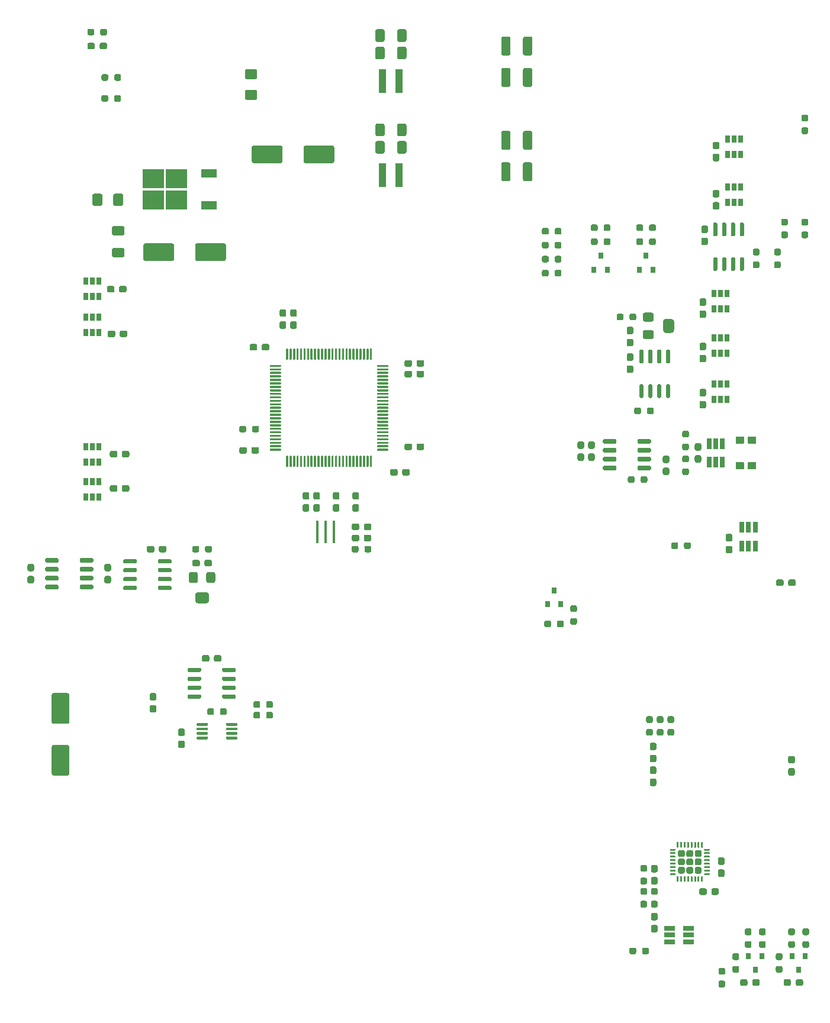
<source format=gbr>
%TF.GenerationSoftware,KiCad,Pcbnew,(5.1.10)-1*%
%TF.CreationDate,2021-12-22T14:35:30+01:00*%
%TF.ProjectId,vca_main_board,7663615f-6d61-4696-9e5f-626f6172642e,rev?*%
%TF.SameCoordinates,Original*%
%TF.FileFunction,Paste,Top*%
%TF.FilePolarity,Positive*%
%FSLAX46Y46*%
G04 Gerber Fmt 4.6, Leading zero omitted, Abs format (unit mm)*
G04 Created by KiCad (PCBNEW (5.1.10)-1) date 2021-12-22 14:35:30*
%MOMM*%
%LPD*%
G01*
G04 APERTURE LIST*
%ADD10R,0.650000X1.060000*%
%ADD11R,0.800000X0.900000*%
%ADD12R,0.650000X1.560000*%
%ADD13R,0.400000X3.200000*%
%ADD14R,1.560000X0.650000*%
%ADD15R,3.050000X2.750000*%
%ADD16R,2.200000X1.200000*%
%ADD17R,0.980000X3.400000*%
G04 APERTURE END LIST*
%TO.C,C58*%
G36*
G01*
X85125000Y-110737500D02*
X85125000Y-110262500D01*
G75*
G02*
X85362500Y-110025000I237500J0D01*
G01*
X85962500Y-110025000D01*
G75*
G02*
X86200000Y-110262500I0J-237500D01*
G01*
X86200000Y-110737500D01*
G75*
G02*
X85962500Y-110975000I-237500J0D01*
G01*
X85362500Y-110975000D01*
G75*
G02*
X85125000Y-110737500I0J237500D01*
G01*
G37*
G36*
G01*
X83400000Y-110737500D02*
X83400000Y-110262500D01*
G75*
G02*
X83637500Y-110025000I237500J0D01*
G01*
X84237500Y-110025000D01*
G75*
G02*
X84475000Y-110262500I0J-237500D01*
G01*
X84475000Y-110737500D01*
G75*
G02*
X84237500Y-110975000I-237500J0D01*
G01*
X83637500Y-110975000D01*
G75*
G02*
X83400000Y-110737500I0J237500D01*
G01*
G37*
%TD*%
%TO.C,R44*%
G36*
G01*
X79725000Y-121737500D02*
X79725000Y-121262500D01*
G75*
G02*
X79962500Y-121025000I237500J0D01*
G01*
X80462500Y-121025000D01*
G75*
G02*
X80700000Y-121262500I0J-237500D01*
G01*
X80700000Y-121737500D01*
G75*
G02*
X80462500Y-121975000I-237500J0D01*
G01*
X79962500Y-121975000D01*
G75*
G02*
X79725000Y-121737500I0J237500D01*
G01*
G37*
G36*
G01*
X77900000Y-121737500D02*
X77900000Y-121262500D01*
G75*
G02*
X78137500Y-121025000I237500J0D01*
G01*
X78637500Y-121025000D01*
G75*
G02*
X78875000Y-121262500I0J-237500D01*
G01*
X78875000Y-121737500D01*
G75*
G02*
X78637500Y-121975000I-237500J0D01*
G01*
X78137500Y-121975000D01*
G75*
G02*
X77900000Y-121737500I0J237500D01*
G01*
G37*
%TD*%
%TO.C,C57*%
G36*
G01*
X141037500Y-152175000D02*
X140562500Y-152175000D01*
G75*
G02*
X140325000Y-151937500I0J237500D01*
G01*
X140325000Y-151337500D01*
G75*
G02*
X140562500Y-151100000I237500J0D01*
G01*
X141037500Y-151100000D01*
G75*
G02*
X141275000Y-151337500I0J-237500D01*
G01*
X141275000Y-151937500D01*
G75*
G02*
X141037500Y-152175000I-237500J0D01*
G01*
G37*
G36*
G01*
X141037500Y-153900000D02*
X140562500Y-153900000D01*
G75*
G02*
X140325000Y-153662500I0J237500D01*
G01*
X140325000Y-153062500D01*
G75*
G02*
X140562500Y-152825000I237500J0D01*
G01*
X141037500Y-152825000D01*
G75*
G02*
X141275000Y-153062500I0J-237500D01*
G01*
X141275000Y-153662500D01*
G75*
G02*
X141037500Y-153900000I-237500J0D01*
G01*
G37*
%TD*%
%TO.C,C56*%
G36*
G01*
X121237500Y-150275000D02*
X120762500Y-150275000D01*
G75*
G02*
X120525000Y-150037500I0J237500D01*
G01*
X120525000Y-149437500D01*
G75*
G02*
X120762500Y-149200000I237500J0D01*
G01*
X121237500Y-149200000D01*
G75*
G02*
X121475000Y-149437500I0J-237500D01*
G01*
X121475000Y-150037500D01*
G75*
G02*
X121237500Y-150275000I-237500J0D01*
G01*
G37*
G36*
G01*
X121237500Y-152000000D02*
X120762500Y-152000000D01*
G75*
G02*
X120525000Y-151762500I0J237500D01*
G01*
X120525000Y-151162500D01*
G75*
G02*
X120762500Y-150925000I237500J0D01*
G01*
X121237500Y-150925000D01*
G75*
G02*
X121475000Y-151162500I0J-237500D01*
G01*
X121475000Y-151762500D01*
G75*
G02*
X121237500Y-152000000I-237500J0D01*
G01*
G37*
%TD*%
%TO.C,C55*%
G36*
G01*
X120762500Y-154325000D02*
X121237500Y-154325000D01*
G75*
G02*
X121475000Y-154562500I0J-237500D01*
G01*
X121475000Y-155162500D01*
G75*
G02*
X121237500Y-155400000I-237500J0D01*
G01*
X120762500Y-155400000D01*
G75*
G02*
X120525000Y-155162500I0J237500D01*
G01*
X120525000Y-154562500D01*
G75*
G02*
X120762500Y-154325000I237500J0D01*
G01*
G37*
G36*
G01*
X120762500Y-152600000D02*
X121237500Y-152600000D01*
G75*
G02*
X121475000Y-152837500I0J-237500D01*
G01*
X121475000Y-153437500D01*
G75*
G02*
X121237500Y-153675000I-237500J0D01*
G01*
X120762500Y-153675000D01*
G75*
G02*
X120525000Y-153437500I0J237500D01*
G01*
X120525000Y-152837500D01*
G75*
G02*
X120762500Y-152600000I237500J0D01*
G01*
G37*
%TD*%
%TO.C,C54*%
G36*
G01*
X79625000Y-120137500D02*
X79625000Y-119662500D01*
G75*
G02*
X79862500Y-119425000I237500J0D01*
G01*
X80462500Y-119425000D01*
G75*
G02*
X80700000Y-119662500I0J-237500D01*
G01*
X80700000Y-120137500D01*
G75*
G02*
X80462500Y-120375000I-237500J0D01*
G01*
X79862500Y-120375000D01*
G75*
G02*
X79625000Y-120137500I0J237500D01*
G01*
G37*
G36*
G01*
X77900000Y-120137500D02*
X77900000Y-119662500D01*
G75*
G02*
X78137500Y-119425000I237500J0D01*
G01*
X78737500Y-119425000D01*
G75*
G02*
X78975000Y-119662500I0J-237500D01*
G01*
X78975000Y-120137500D01*
G75*
G02*
X78737500Y-120375000I-237500J0D01*
G01*
X78137500Y-120375000D01*
G75*
G02*
X77900000Y-120137500I0J237500D01*
G01*
G37*
%TD*%
%TO.C,C41*%
G36*
G01*
X64375000Y-92362500D02*
X64375000Y-92837500D01*
G75*
G02*
X64137500Y-93075000I-237500J0D01*
G01*
X63537500Y-93075000D01*
G75*
G02*
X63300000Y-92837500I0J237500D01*
G01*
X63300000Y-92362500D01*
G75*
G02*
X63537500Y-92125000I237500J0D01*
G01*
X64137500Y-92125000D01*
G75*
G02*
X64375000Y-92362500I0J-237500D01*
G01*
G37*
G36*
G01*
X66100000Y-92362500D02*
X66100000Y-92837500D01*
G75*
G02*
X65862500Y-93075000I-237500J0D01*
G01*
X65262500Y-93075000D01*
G75*
G02*
X65025000Y-92837500I0J237500D01*
G01*
X65025000Y-92362500D01*
G75*
G02*
X65262500Y-92125000I237500J0D01*
G01*
X65862500Y-92125000D01*
G75*
G02*
X66100000Y-92362500I0J-237500D01*
G01*
G37*
%TD*%
%TO.C,C53*%
G36*
G01*
X79625000Y-118537500D02*
X79625000Y-118062500D01*
G75*
G02*
X79862500Y-117825000I237500J0D01*
G01*
X80462500Y-117825000D01*
G75*
G02*
X80700000Y-118062500I0J-237500D01*
G01*
X80700000Y-118537500D01*
G75*
G02*
X80462500Y-118775000I-237500J0D01*
G01*
X79862500Y-118775000D01*
G75*
G02*
X79625000Y-118537500I0J237500D01*
G01*
G37*
G36*
G01*
X77900000Y-118537500D02*
X77900000Y-118062500D01*
G75*
G02*
X78137500Y-117825000I237500J0D01*
G01*
X78737500Y-117825000D01*
G75*
G02*
X78975000Y-118062500I0J-237500D01*
G01*
X78975000Y-118537500D01*
G75*
G02*
X78737500Y-118775000I-237500J0D01*
G01*
X78137500Y-118775000D01*
G75*
G02*
X77900000Y-118537500I0J237500D01*
G01*
G37*
%TD*%
%TO.C,C48*%
G36*
G01*
X44375000Y-112562500D02*
X44375000Y-113037500D01*
G75*
G02*
X44137500Y-113275000I-237500J0D01*
G01*
X43537500Y-113275000D01*
G75*
G02*
X43300000Y-113037500I0J237500D01*
G01*
X43300000Y-112562500D01*
G75*
G02*
X43537500Y-112325000I237500J0D01*
G01*
X44137500Y-112325000D01*
G75*
G02*
X44375000Y-112562500I0J-237500D01*
G01*
G37*
G36*
G01*
X46100000Y-112562500D02*
X46100000Y-113037500D01*
G75*
G02*
X45862500Y-113275000I-237500J0D01*
G01*
X45262500Y-113275000D01*
G75*
G02*
X45025000Y-113037500I0J237500D01*
G01*
X45025000Y-112562500D01*
G75*
G02*
X45262500Y-112325000I237500J0D01*
G01*
X45862500Y-112325000D01*
G75*
G02*
X46100000Y-112562500I0J-237500D01*
G01*
G37*
%TD*%
%TO.C,C19*%
G36*
G01*
X44075000Y-90462500D02*
X44075000Y-90937500D01*
G75*
G02*
X43837500Y-91175000I-237500J0D01*
G01*
X43237500Y-91175000D01*
G75*
G02*
X43000000Y-90937500I0J237500D01*
G01*
X43000000Y-90462500D01*
G75*
G02*
X43237500Y-90225000I237500J0D01*
G01*
X43837500Y-90225000D01*
G75*
G02*
X44075000Y-90462500I0J-237500D01*
G01*
G37*
G36*
G01*
X45800000Y-90462500D02*
X45800000Y-90937500D01*
G75*
G02*
X45562500Y-91175000I-237500J0D01*
G01*
X44962500Y-91175000D01*
G75*
G02*
X44725000Y-90937500I0J237500D01*
G01*
X44725000Y-90462500D01*
G75*
G02*
X44962500Y-90225000I237500J0D01*
G01*
X45562500Y-90225000D01*
G75*
G02*
X45800000Y-90462500I0J-237500D01*
G01*
G37*
%TD*%
%TO.C,C17*%
G36*
G01*
X44375000Y-107662500D02*
X44375000Y-108137500D01*
G75*
G02*
X44137500Y-108375000I-237500J0D01*
G01*
X43537500Y-108375000D01*
G75*
G02*
X43300000Y-108137500I0J237500D01*
G01*
X43300000Y-107662500D01*
G75*
G02*
X43537500Y-107425000I237500J0D01*
G01*
X44137500Y-107425000D01*
G75*
G02*
X44375000Y-107662500I0J-237500D01*
G01*
G37*
G36*
G01*
X46100000Y-107662500D02*
X46100000Y-108137500D01*
G75*
G02*
X45862500Y-108375000I-237500J0D01*
G01*
X45262500Y-108375000D01*
G75*
G02*
X45025000Y-108137500I0J237500D01*
G01*
X45025000Y-107662500D01*
G75*
G02*
X45262500Y-107425000I237500J0D01*
G01*
X45862500Y-107425000D01*
G75*
G02*
X46100000Y-107662500I0J-237500D01*
G01*
G37*
%TD*%
%TO.C,C14*%
G36*
G01*
X43975000Y-84062500D02*
X43975000Y-84537500D01*
G75*
G02*
X43737500Y-84775000I-237500J0D01*
G01*
X43137500Y-84775000D01*
G75*
G02*
X42900000Y-84537500I0J237500D01*
G01*
X42900000Y-84062500D01*
G75*
G02*
X43137500Y-83825000I237500J0D01*
G01*
X43737500Y-83825000D01*
G75*
G02*
X43975000Y-84062500I0J-237500D01*
G01*
G37*
G36*
G01*
X45700000Y-84062500D02*
X45700000Y-84537500D01*
G75*
G02*
X45462500Y-84775000I-237500J0D01*
G01*
X44862500Y-84775000D01*
G75*
G02*
X44625000Y-84537500I0J237500D01*
G01*
X44625000Y-84062500D01*
G75*
G02*
X44862500Y-83825000I237500J0D01*
G01*
X45462500Y-83825000D01*
G75*
G02*
X45700000Y-84062500I0J-237500D01*
G01*
G37*
%TD*%
D10*
%TO.C,D16*%
X40800000Y-114000000D03*
X41750000Y-114000000D03*
X39850000Y-114000000D03*
X39850000Y-111800000D03*
X40800000Y-111800000D03*
X41750000Y-111800000D03*
%TD*%
%TO.C,D15*%
X40800000Y-109000000D03*
X41750000Y-109000000D03*
X39850000Y-109000000D03*
X39850000Y-106800000D03*
X40800000Y-106800000D03*
X41750000Y-106800000D03*
%TD*%
%TO.C,D14*%
X40800000Y-90500000D03*
X41750000Y-90500000D03*
X39850000Y-90500000D03*
X39850000Y-88300000D03*
X40800000Y-88300000D03*
X41750000Y-88300000D03*
%TD*%
%TO.C,D13*%
X40800000Y-85300000D03*
X41750000Y-85300000D03*
X39850000Y-85300000D03*
X39850000Y-83100000D03*
X40800000Y-83100000D03*
X41750000Y-83100000D03*
%TD*%
%TO.C,D12*%
X132600000Y-65000000D03*
X133550000Y-65000000D03*
X131650000Y-65000000D03*
X131650000Y-62800000D03*
X132600000Y-62800000D03*
X133550000Y-62800000D03*
%TD*%
%TO.C,D11*%
X132600000Y-71900000D03*
X133550000Y-71900000D03*
X131650000Y-71900000D03*
X131650000Y-69700000D03*
X132600000Y-69700000D03*
X133550000Y-69700000D03*
%TD*%
%TO.C,C10*%
G36*
G01*
X130237500Y-64275000D02*
X129762500Y-64275000D01*
G75*
G02*
X129525000Y-64037500I0J237500D01*
G01*
X129525000Y-63437500D01*
G75*
G02*
X129762500Y-63200000I237500J0D01*
G01*
X130237500Y-63200000D01*
G75*
G02*
X130475000Y-63437500I0J-237500D01*
G01*
X130475000Y-64037500D01*
G75*
G02*
X130237500Y-64275000I-237500J0D01*
G01*
G37*
G36*
G01*
X130237500Y-66000000D02*
X129762500Y-66000000D01*
G75*
G02*
X129525000Y-65762500I0J237500D01*
G01*
X129525000Y-65162500D01*
G75*
G02*
X129762500Y-64925000I237500J0D01*
G01*
X130237500Y-64925000D01*
G75*
G02*
X130475000Y-65162500I0J-237500D01*
G01*
X130475000Y-65762500D01*
G75*
G02*
X130237500Y-66000000I-237500J0D01*
G01*
G37*
%TD*%
%TO.C,C4*%
G36*
G01*
X130237500Y-71175000D02*
X129762500Y-71175000D01*
G75*
G02*
X129525000Y-70937500I0J237500D01*
G01*
X129525000Y-70337500D01*
G75*
G02*
X129762500Y-70100000I237500J0D01*
G01*
X130237500Y-70100000D01*
G75*
G02*
X130475000Y-70337500I0J-237500D01*
G01*
X130475000Y-70937500D01*
G75*
G02*
X130237500Y-71175000I-237500J0D01*
G01*
G37*
G36*
G01*
X130237500Y-72900000D02*
X129762500Y-72900000D01*
G75*
G02*
X129525000Y-72662500I0J237500D01*
G01*
X129525000Y-72062500D01*
G75*
G02*
X129762500Y-71825000I237500J0D01*
G01*
X130237500Y-71825000D01*
G75*
G02*
X130475000Y-72062500I0J-237500D01*
G01*
X130475000Y-72662500D01*
G75*
G02*
X130237500Y-72900000I-237500J0D01*
G01*
G37*
%TD*%
%TO.C,U3*%
G36*
G01*
X126965000Y-167692500D02*
X126965000Y-167207500D01*
G75*
G02*
X127207500Y-166965000I242500J0D01*
G01*
X127692500Y-166965000D01*
G75*
G02*
X127935000Y-167207500I0J-242500D01*
G01*
X127935000Y-167692500D01*
G75*
G02*
X127692500Y-167935000I-242500J0D01*
G01*
X127207500Y-167935000D01*
G75*
G02*
X126965000Y-167692500I0J242500D01*
G01*
G37*
G36*
G01*
X126965000Y-166492500D02*
X126965000Y-166007500D01*
G75*
G02*
X127207500Y-165765000I242500J0D01*
G01*
X127692500Y-165765000D01*
G75*
G02*
X127935000Y-166007500I0J-242500D01*
G01*
X127935000Y-166492500D01*
G75*
G02*
X127692500Y-166735000I-242500J0D01*
G01*
X127207500Y-166735000D01*
G75*
G02*
X126965000Y-166492500I0J242500D01*
G01*
G37*
G36*
G01*
X126965000Y-165292500D02*
X126965000Y-164807500D01*
G75*
G02*
X127207500Y-164565000I242500J0D01*
G01*
X127692500Y-164565000D01*
G75*
G02*
X127935000Y-164807500I0J-242500D01*
G01*
X127935000Y-165292500D01*
G75*
G02*
X127692500Y-165535000I-242500J0D01*
G01*
X127207500Y-165535000D01*
G75*
G02*
X126965000Y-165292500I0J242500D01*
G01*
G37*
G36*
G01*
X125765000Y-167692500D02*
X125765000Y-167207500D01*
G75*
G02*
X126007500Y-166965000I242500J0D01*
G01*
X126492500Y-166965000D01*
G75*
G02*
X126735000Y-167207500I0J-242500D01*
G01*
X126735000Y-167692500D01*
G75*
G02*
X126492500Y-167935000I-242500J0D01*
G01*
X126007500Y-167935000D01*
G75*
G02*
X125765000Y-167692500I0J242500D01*
G01*
G37*
G36*
G01*
X125765000Y-166492500D02*
X125765000Y-166007500D01*
G75*
G02*
X126007500Y-165765000I242500J0D01*
G01*
X126492500Y-165765000D01*
G75*
G02*
X126735000Y-166007500I0J-242500D01*
G01*
X126735000Y-166492500D01*
G75*
G02*
X126492500Y-166735000I-242500J0D01*
G01*
X126007500Y-166735000D01*
G75*
G02*
X125765000Y-166492500I0J242500D01*
G01*
G37*
G36*
G01*
X125765000Y-165292500D02*
X125765000Y-164807500D01*
G75*
G02*
X126007500Y-164565000I242500J0D01*
G01*
X126492500Y-164565000D01*
G75*
G02*
X126735000Y-164807500I0J-242500D01*
G01*
X126735000Y-165292500D01*
G75*
G02*
X126492500Y-165535000I-242500J0D01*
G01*
X126007500Y-165535000D01*
G75*
G02*
X125765000Y-165292500I0J242500D01*
G01*
G37*
G36*
G01*
X124565000Y-167692500D02*
X124565000Y-167207500D01*
G75*
G02*
X124807500Y-166965000I242500J0D01*
G01*
X125292500Y-166965000D01*
G75*
G02*
X125535000Y-167207500I0J-242500D01*
G01*
X125535000Y-167692500D01*
G75*
G02*
X125292500Y-167935000I-242500J0D01*
G01*
X124807500Y-167935000D01*
G75*
G02*
X124565000Y-167692500I0J242500D01*
G01*
G37*
G36*
G01*
X124565000Y-166492500D02*
X124565000Y-166007500D01*
G75*
G02*
X124807500Y-165765000I242500J0D01*
G01*
X125292500Y-165765000D01*
G75*
G02*
X125535000Y-166007500I0J-242500D01*
G01*
X125535000Y-166492500D01*
G75*
G02*
X125292500Y-166735000I-242500J0D01*
G01*
X124807500Y-166735000D01*
G75*
G02*
X124565000Y-166492500I0J242500D01*
G01*
G37*
G36*
G01*
X124565000Y-165292500D02*
X124565000Y-164807500D01*
G75*
G02*
X124807500Y-164565000I242500J0D01*
G01*
X125292500Y-164565000D01*
G75*
G02*
X125535000Y-164807500I0J-242500D01*
G01*
X125535000Y-165292500D01*
G75*
G02*
X125292500Y-165535000I-242500J0D01*
G01*
X124807500Y-165535000D01*
G75*
G02*
X124565000Y-165292500I0J242500D01*
G01*
G37*
G36*
G01*
X124375000Y-164137500D02*
X124375000Y-163462500D01*
G75*
G02*
X124437500Y-163400000I62500J0D01*
G01*
X124562500Y-163400000D01*
G75*
G02*
X124625000Y-163462500I0J-62500D01*
G01*
X124625000Y-164137500D01*
G75*
G02*
X124562500Y-164200000I-62500J0D01*
G01*
X124437500Y-164200000D01*
G75*
G02*
X124375000Y-164137500I0J62500D01*
G01*
G37*
G36*
G01*
X124875000Y-164137500D02*
X124875000Y-163462500D01*
G75*
G02*
X124937500Y-163400000I62500J0D01*
G01*
X125062500Y-163400000D01*
G75*
G02*
X125125000Y-163462500I0J-62500D01*
G01*
X125125000Y-164137500D01*
G75*
G02*
X125062500Y-164200000I-62500J0D01*
G01*
X124937500Y-164200000D01*
G75*
G02*
X124875000Y-164137500I0J62500D01*
G01*
G37*
G36*
G01*
X125375000Y-164137500D02*
X125375000Y-163462500D01*
G75*
G02*
X125437500Y-163400000I62500J0D01*
G01*
X125562500Y-163400000D01*
G75*
G02*
X125625000Y-163462500I0J-62500D01*
G01*
X125625000Y-164137500D01*
G75*
G02*
X125562500Y-164200000I-62500J0D01*
G01*
X125437500Y-164200000D01*
G75*
G02*
X125375000Y-164137500I0J62500D01*
G01*
G37*
G36*
G01*
X125875000Y-164137500D02*
X125875000Y-163462500D01*
G75*
G02*
X125937500Y-163400000I62500J0D01*
G01*
X126062500Y-163400000D01*
G75*
G02*
X126125000Y-163462500I0J-62500D01*
G01*
X126125000Y-164137500D01*
G75*
G02*
X126062500Y-164200000I-62500J0D01*
G01*
X125937500Y-164200000D01*
G75*
G02*
X125875000Y-164137500I0J62500D01*
G01*
G37*
G36*
G01*
X126375000Y-164137500D02*
X126375000Y-163462500D01*
G75*
G02*
X126437500Y-163400000I62500J0D01*
G01*
X126562500Y-163400000D01*
G75*
G02*
X126625000Y-163462500I0J-62500D01*
G01*
X126625000Y-164137500D01*
G75*
G02*
X126562500Y-164200000I-62500J0D01*
G01*
X126437500Y-164200000D01*
G75*
G02*
X126375000Y-164137500I0J62500D01*
G01*
G37*
G36*
G01*
X126875000Y-164137500D02*
X126875000Y-163462500D01*
G75*
G02*
X126937500Y-163400000I62500J0D01*
G01*
X127062500Y-163400000D01*
G75*
G02*
X127125000Y-163462500I0J-62500D01*
G01*
X127125000Y-164137500D01*
G75*
G02*
X127062500Y-164200000I-62500J0D01*
G01*
X126937500Y-164200000D01*
G75*
G02*
X126875000Y-164137500I0J62500D01*
G01*
G37*
G36*
G01*
X127375000Y-164137500D02*
X127375000Y-163462500D01*
G75*
G02*
X127437500Y-163400000I62500J0D01*
G01*
X127562500Y-163400000D01*
G75*
G02*
X127625000Y-163462500I0J-62500D01*
G01*
X127625000Y-164137500D01*
G75*
G02*
X127562500Y-164200000I-62500J0D01*
G01*
X127437500Y-164200000D01*
G75*
G02*
X127375000Y-164137500I0J62500D01*
G01*
G37*
G36*
G01*
X127875000Y-164137500D02*
X127875000Y-163462500D01*
G75*
G02*
X127937500Y-163400000I62500J0D01*
G01*
X128062500Y-163400000D01*
G75*
G02*
X128125000Y-163462500I0J-62500D01*
G01*
X128125000Y-164137500D01*
G75*
G02*
X128062500Y-164200000I-62500J0D01*
G01*
X127937500Y-164200000D01*
G75*
G02*
X127875000Y-164137500I0J62500D01*
G01*
G37*
G36*
G01*
X128300000Y-164562500D02*
X128300000Y-164437500D01*
G75*
G02*
X128362500Y-164375000I62500J0D01*
G01*
X129037500Y-164375000D01*
G75*
G02*
X129100000Y-164437500I0J-62500D01*
G01*
X129100000Y-164562500D01*
G75*
G02*
X129037500Y-164625000I-62500J0D01*
G01*
X128362500Y-164625000D01*
G75*
G02*
X128300000Y-164562500I0J62500D01*
G01*
G37*
G36*
G01*
X128300000Y-165062500D02*
X128300000Y-164937500D01*
G75*
G02*
X128362500Y-164875000I62500J0D01*
G01*
X129037500Y-164875000D01*
G75*
G02*
X129100000Y-164937500I0J-62500D01*
G01*
X129100000Y-165062500D01*
G75*
G02*
X129037500Y-165125000I-62500J0D01*
G01*
X128362500Y-165125000D01*
G75*
G02*
X128300000Y-165062500I0J62500D01*
G01*
G37*
G36*
G01*
X128300000Y-165562500D02*
X128300000Y-165437500D01*
G75*
G02*
X128362500Y-165375000I62500J0D01*
G01*
X129037500Y-165375000D01*
G75*
G02*
X129100000Y-165437500I0J-62500D01*
G01*
X129100000Y-165562500D01*
G75*
G02*
X129037500Y-165625000I-62500J0D01*
G01*
X128362500Y-165625000D01*
G75*
G02*
X128300000Y-165562500I0J62500D01*
G01*
G37*
G36*
G01*
X128300000Y-166062500D02*
X128300000Y-165937500D01*
G75*
G02*
X128362500Y-165875000I62500J0D01*
G01*
X129037500Y-165875000D01*
G75*
G02*
X129100000Y-165937500I0J-62500D01*
G01*
X129100000Y-166062500D01*
G75*
G02*
X129037500Y-166125000I-62500J0D01*
G01*
X128362500Y-166125000D01*
G75*
G02*
X128300000Y-166062500I0J62500D01*
G01*
G37*
G36*
G01*
X128300000Y-166562500D02*
X128300000Y-166437500D01*
G75*
G02*
X128362500Y-166375000I62500J0D01*
G01*
X129037500Y-166375000D01*
G75*
G02*
X129100000Y-166437500I0J-62500D01*
G01*
X129100000Y-166562500D01*
G75*
G02*
X129037500Y-166625000I-62500J0D01*
G01*
X128362500Y-166625000D01*
G75*
G02*
X128300000Y-166562500I0J62500D01*
G01*
G37*
G36*
G01*
X128300000Y-167062500D02*
X128300000Y-166937500D01*
G75*
G02*
X128362500Y-166875000I62500J0D01*
G01*
X129037500Y-166875000D01*
G75*
G02*
X129100000Y-166937500I0J-62500D01*
G01*
X129100000Y-167062500D01*
G75*
G02*
X129037500Y-167125000I-62500J0D01*
G01*
X128362500Y-167125000D01*
G75*
G02*
X128300000Y-167062500I0J62500D01*
G01*
G37*
G36*
G01*
X128300000Y-167562500D02*
X128300000Y-167437500D01*
G75*
G02*
X128362500Y-167375000I62500J0D01*
G01*
X129037500Y-167375000D01*
G75*
G02*
X129100000Y-167437500I0J-62500D01*
G01*
X129100000Y-167562500D01*
G75*
G02*
X129037500Y-167625000I-62500J0D01*
G01*
X128362500Y-167625000D01*
G75*
G02*
X128300000Y-167562500I0J62500D01*
G01*
G37*
G36*
G01*
X128300000Y-168062500D02*
X128300000Y-167937500D01*
G75*
G02*
X128362500Y-167875000I62500J0D01*
G01*
X129037500Y-167875000D01*
G75*
G02*
X129100000Y-167937500I0J-62500D01*
G01*
X129100000Y-168062500D01*
G75*
G02*
X129037500Y-168125000I-62500J0D01*
G01*
X128362500Y-168125000D01*
G75*
G02*
X128300000Y-168062500I0J62500D01*
G01*
G37*
G36*
G01*
X127875000Y-169037500D02*
X127875000Y-168362500D01*
G75*
G02*
X127937500Y-168300000I62500J0D01*
G01*
X128062500Y-168300000D01*
G75*
G02*
X128125000Y-168362500I0J-62500D01*
G01*
X128125000Y-169037500D01*
G75*
G02*
X128062500Y-169100000I-62500J0D01*
G01*
X127937500Y-169100000D01*
G75*
G02*
X127875000Y-169037500I0J62500D01*
G01*
G37*
G36*
G01*
X127375000Y-169037500D02*
X127375000Y-168362500D01*
G75*
G02*
X127437500Y-168300000I62500J0D01*
G01*
X127562500Y-168300000D01*
G75*
G02*
X127625000Y-168362500I0J-62500D01*
G01*
X127625000Y-169037500D01*
G75*
G02*
X127562500Y-169100000I-62500J0D01*
G01*
X127437500Y-169100000D01*
G75*
G02*
X127375000Y-169037500I0J62500D01*
G01*
G37*
G36*
G01*
X126875000Y-169037500D02*
X126875000Y-168362500D01*
G75*
G02*
X126937500Y-168300000I62500J0D01*
G01*
X127062500Y-168300000D01*
G75*
G02*
X127125000Y-168362500I0J-62500D01*
G01*
X127125000Y-169037500D01*
G75*
G02*
X127062500Y-169100000I-62500J0D01*
G01*
X126937500Y-169100000D01*
G75*
G02*
X126875000Y-169037500I0J62500D01*
G01*
G37*
G36*
G01*
X126375000Y-169037500D02*
X126375000Y-168362500D01*
G75*
G02*
X126437500Y-168300000I62500J0D01*
G01*
X126562500Y-168300000D01*
G75*
G02*
X126625000Y-168362500I0J-62500D01*
G01*
X126625000Y-169037500D01*
G75*
G02*
X126562500Y-169100000I-62500J0D01*
G01*
X126437500Y-169100000D01*
G75*
G02*
X126375000Y-169037500I0J62500D01*
G01*
G37*
G36*
G01*
X125875000Y-169037500D02*
X125875000Y-168362500D01*
G75*
G02*
X125937500Y-168300000I62500J0D01*
G01*
X126062500Y-168300000D01*
G75*
G02*
X126125000Y-168362500I0J-62500D01*
G01*
X126125000Y-169037500D01*
G75*
G02*
X126062500Y-169100000I-62500J0D01*
G01*
X125937500Y-169100000D01*
G75*
G02*
X125875000Y-169037500I0J62500D01*
G01*
G37*
G36*
G01*
X125375000Y-169037500D02*
X125375000Y-168362500D01*
G75*
G02*
X125437500Y-168300000I62500J0D01*
G01*
X125562500Y-168300000D01*
G75*
G02*
X125625000Y-168362500I0J-62500D01*
G01*
X125625000Y-169037500D01*
G75*
G02*
X125562500Y-169100000I-62500J0D01*
G01*
X125437500Y-169100000D01*
G75*
G02*
X125375000Y-169037500I0J62500D01*
G01*
G37*
G36*
G01*
X124875000Y-169037500D02*
X124875000Y-168362500D01*
G75*
G02*
X124937500Y-168300000I62500J0D01*
G01*
X125062500Y-168300000D01*
G75*
G02*
X125125000Y-168362500I0J-62500D01*
G01*
X125125000Y-169037500D01*
G75*
G02*
X125062500Y-169100000I-62500J0D01*
G01*
X124937500Y-169100000D01*
G75*
G02*
X124875000Y-169037500I0J62500D01*
G01*
G37*
G36*
G01*
X124375000Y-169037500D02*
X124375000Y-168362500D01*
G75*
G02*
X124437500Y-168300000I62500J0D01*
G01*
X124562500Y-168300000D01*
G75*
G02*
X124625000Y-168362500I0J-62500D01*
G01*
X124625000Y-169037500D01*
G75*
G02*
X124562500Y-169100000I-62500J0D01*
G01*
X124437500Y-169100000D01*
G75*
G02*
X124375000Y-169037500I0J62500D01*
G01*
G37*
G36*
G01*
X123400000Y-168062500D02*
X123400000Y-167937500D01*
G75*
G02*
X123462500Y-167875000I62500J0D01*
G01*
X124137500Y-167875000D01*
G75*
G02*
X124200000Y-167937500I0J-62500D01*
G01*
X124200000Y-168062500D01*
G75*
G02*
X124137500Y-168125000I-62500J0D01*
G01*
X123462500Y-168125000D01*
G75*
G02*
X123400000Y-168062500I0J62500D01*
G01*
G37*
G36*
G01*
X123400000Y-167562500D02*
X123400000Y-167437500D01*
G75*
G02*
X123462500Y-167375000I62500J0D01*
G01*
X124137500Y-167375000D01*
G75*
G02*
X124200000Y-167437500I0J-62500D01*
G01*
X124200000Y-167562500D01*
G75*
G02*
X124137500Y-167625000I-62500J0D01*
G01*
X123462500Y-167625000D01*
G75*
G02*
X123400000Y-167562500I0J62500D01*
G01*
G37*
G36*
G01*
X123400000Y-167062500D02*
X123400000Y-166937500D01*
G75*
G02*
X123462500Y-166875000I62500J0D01*
G01*
X124137500Y-166875000D01*
G75*
G02*
X124200000Y-166937500I0J-62500D01*
G01*
X124200000Y-167062500D01*
G75*
G02*
X124137500Y-167125000I-62500J0D01*
G01*
X123462500Y-167125000D01*
G75*
G02*
X123400000Y-167062500I0J62500D01*
G01*
G37*
G36*
G01*
X123400000Y-166562500D02*
X123400000Y-166437500D01*
G75*
G02*
X123462500Y-166375000I62500J0D01*
G01*
X124137500Y-166375000D01*
G75*
G02*
X124200000Y-166437500I0J-62500D01*
G01*
X124200000Y-166562500D01*
G75*
G02*
X124137500Y-166625000I-62500J0D01*
G01*
X123462500Y-166625000D01*
G75*
G02*
X123400000Y-166562500I0J62500D01*
G01*
G37*
G36*
G01*
X123400000Y-166062500D02*
X123400000Y-165937500D01*
G75*
G02*
X123462500Y-165875000I62500J0D01*
G01*
X124137500Y-165875000D01*
G75*
G02*
X124200000Y-165937500I0J-62500D01*
G01*
X124200000Y-166062500D01*
G75*
G02*
X124137500Y-166125000I-62500J0D01*
G01*
X123462500Y-166125000D01*
G75*
G02*
X123400000Y-166062500I0J62500D01*
G01*
G37*
G36*
G01*
X123400000Y-165562500D02*
X123400000Y-165437500D01*
G75*
G02*
X123462500Y-165375000I62500J0D01*
G01*
X124137500Y-165375000D01*
G75*
G02*
X124200000Y-165437500I0J-62500D01*
G01*
X124200000Y-165562500D01*
G75*
G02*
X124137500Y-165625000I-62500J0D01*
G01*
X123462500Y-165625000D01*
G75*
G02*
X123400000Y-165562500I0J62500D01*
G01*
G37*
G36*
G01*
X123400000Y-165062500D02*
X123400000Y-164937500D01*
G75*
G02*
X123462500Y-164875000I62500J0D01*
G01*
X124137500Y-164875000D01*
G75*
G02*
X124200000Y-164937500I0J-62500D01*
G01*
X124200000Y-165062500D01*
G75*
G02*
X124137500Y-165125000I-62500J0D01*
G01*
X123462500Y-165125000D01*
G75*
G02*
X123400000Y-165062500I0J62500D01*
G01*
G37*
G36*
G01*
X123400000Y-164562500D02*
X123400000Y-164437500D01*
G75*
G02*
X123462500Y-164375000I62500J0D01*
G01*
X124137500Y-164375000D01*
G75*
G02*
X124200000Y-164437500I0J-62500D01*
G01*
X124200000Y-164562500D01*
G75*
G02*
X124137500Y-164625000I-62500J0D01*
G01*
X123462500Y-164625000D01*
G75*
G02*
X123400000Y-164562500I0J62500D01*
G01*
G37*
%TD*%
%TO.C,C40*%
G36*
G01*
X35250000Y-149500000D02*
X37250000Y-149500000D01*
G75*
G02*
X37500000Y-149750000I0J-250000D01*
G01*
X37500000Y-153650000D01*
G75*
G02*
X37250000Y-153900000I-250000J0D01*
G01*
X35250000Y-153900000D01*
G75*
G02*
X35000000Y-153650000I0J250000D01*
G01*
X35000000Y-149750000D01*
G75*
G02*
X35250000Y-149500000I250000J0D01*
G01*
G37*
G36*
G01*
X35250000Y-142100000D02*
X37250000Y-142100000D01*
G75*
G02*
X37500000Y-142350000I0J-250000D01*
G01*
X37500000Y-146250000D01*
G75*
G02*
X37250000Y-146500000I-250000J0D01*
G01*
X35250000Y-146500000D01*
G75*
G02*
X35000000Y-146250000I0J250000D01*
G01*
X35000000Y-142350000D01*
G75*
G02*
X35250000Y-142100000I250000J0D01*
G01*
G37*
%TD*%
%TO.C,RV2*%
G36*
G01*
X54600000Y-126025000D02*
X54600000Y-125075000D01*
G75*
G02*
X54925000Y-124750000I325000J0D01*
G01*
X55575000Y-124750000D01*
G75*
G02*
X55900000Y-125075000I0J-325000D01*
G01*
X55900000Y-126025000D01*
G75*
G02*
X55575000Y-126350000I-325000J0D01*
G01*
X54925000Y-126350000D01*
G75*
G02*
X54600000Y-126025000I0J325000D01*
G01*
G37*
G36*
G01*
X55500000Y-128850000D02*
X55500000Y-128050000D01*
G75*
G02*
X55900000Y-127650000I400000J0D01*
G01*
X57100000Y-127650000D01*
G75*
G02*
X57500000Y-128050000I0J-400000D01*
G01*
X57500000Y-128850000D01*
G75*
G02*
X57100000Y-129250000I-400000J0D01*
G01*
X55900000Y-129250000D01*
G75*
G02*
X55500000Y-128850000I0J400000D01*
G01*
G37*
G36*
G01*
X57100000Y-126025000D02*
X57100000Y-125075000D01*
G75*
G02*
X57425000Y-124750000I325000J0D01*
G01*
X58075000Y-124750000D01*
G75*
G02*
X58400000Y-125075000I0J-325000D01*
G01*
X58400000Y-126025000D01*
G75*
G02*
X58075000Y-126350000I-325000J0D01*
G01*
X57425000Y-126350000D01*
G75*
G02*
X57100000Y-126025000I0J325000D01*
G01*
G37*
%TD*%
%TO.C,R43*%
G36*
G01*
X109392500Y-131351000D02*
X109867500Y-131351000D01*
G75*
G02*
X110105000Y-131588500I0J-237500D01*
G01*
X110105000Y-132088500D01*
G75*
G02*
X109867500Y-132326000I-237500J0D01*
G01*
X109392500Y-132326000D01*
G75*
G02*
X109155000Y-132088500I0J237500D01*
G01*
X109155000Y-131588500D01*
G75*
G02*
X109392500Y-131351000I237500J0D01*
G01*
G37*
G36*
G01*
X109392500Y-129526000D02*
X109867500Y-129526000D01*
G75*
G02*
X110105000Y-129763500I0J-237500D01*
G01*
X110105000Y-130263500D01*
G75*
G02*
X109867500Y-130501000I-237500J0D01*
G01*
X109392500Y-130501000D01*
G75*
G02*
X109155000Y-130263500I0J237500D01*
G01*
X109155000Y-129763500D01*
G75*
G02*
X109392500Y-129526000I237500J0D01*
G01*
G37*
%TD*%
%TO.C,R42*%
G36*
G01*
X106411000Y-131958500D02*
X106411000Y-132433500D01*
G75*
G02*
X106173500Y-132671000I-237500J0D01*
G01*
X105673500Y-132671000D01*
G75*
G02*
X105436000Y-132433500I0J237500D01*
G01*
X105436000Y-131958500D01*
G75*
G02*
X105673500Y-131721000I237500J0D01*
G01*
X106173500Y-131721000D01*
G75*
G02*
X106411000Y-131958500I0J-237500D01*
G01*
G37*
G36*
G01*
X108236000Y-131958500D02*
X108236000Y-132433500D01*
G75*
G02*
X107998500Y-132671000I-237500J0D01*
G01*
X107498500Y-132671000D01*
G75*
G02*
X107261000Y-132433500I0J237500D01*
G01*
X107261000Y-131958500D01*
G75*
G02*
X107498500Y-131721000I237500J0D01*
G01*
X107998500Y-131721000D01*
G75*
G02*
X108236000Y-131958500I0J-237500D01*
G01*
G37*
%TD*%
%TO.C,R41*%
G36*
G01*
X125425000Y-121237500D02*
X125425000Y-120762500D01*
G75*
G02*
X125662500Y-120525000I237500J0D01*
G01*
X126162500Y-120525000D01*
G75*
G02*
X126400000Y-120762500I0J-237500D01*
G01*
X126400000Y-121237500D01*
G75*
G02*
X126162500Y-121475000I-237500J0D01*
G01*
X125662500Y-121475000D01*
G75*
G02*
X125425000Y-121237500I0J237500D01*
G01*
G37*
G36*
G01*
X123600000Y-121237500D02*
X123600000Y-120762500D01*
G75*
G02*
X123837500Y-120525000I237500J0D01*
G01*
X124337500Y-120525000D01*
G75*
G02*
X124575000Y-120762500I0J-237500D01*
G01*
X124575000Y-121237500D01*
G75*
G02*
X124337500Y-121475000I-237500J0D01*
G01*
X123837500Y-121475000D01*
G75*
G02*
X123600000Y-121237500I0J237500D01*
G01*
G37*
%TD*%
%TO.C,R40*%
G36*
G01*
X106075000Y-81762500D02*
X106075000Y-82237500D01*
G75*
G02*
X105837500Y-82475000I-237500J0D01*
G01*
X105337500Y-82475000D01*
G75*
G02*
X105100000Y-82237500I0J237500D01*
G01*
X105100000Y-81762500D01*
G75*
G02*
X105337500Y-81525000I237500J0D01*
G01*
X105837500Y-81525000D01*
G75*
G02*
X106075000Y-81762500I0J-237500D01*
G01*
G37*
G36*
G01*
X107900000Y-81762500D02*
X107900000Y-82237500D01*
G75*
G02*
X107662500Y-82475000I-237500J0D01*
G01*
X107162500Y-82475000D01*
G75*
G02*
X106925000Y-82237500I0J237500D01*
G01*
X106925000Y-81762500D01*
G75*
G02*
X107162500Y-81525000I237500J0D01*
G01*
X107662500Y-81525000D01*
G75*
G02*
X107900000Y-81762500I0J-237500D01*
G01*
G37*
%TD*%
%TO.C,R39*%
G36*
G01*
X106925000Y-80237500D02*
X106925000Y-79762500D01*
G75*
G02*
X107162500Y-79525000I237500J0D01*
G01*
X107662500Y-79525000D01*
G75*
G02*
X107900000Y-79762500I0J-237500D01*
G01*
X107900000Y-80237500D01*
G75*
G02*
X107662500Y-80475000I-237500J0D01*
G01*
X107162500Y-80475000D01*
G75*
G02*
X106925000Y-80237500I0J237500D01*
G01*
G37*
G36*
G01*
X105100000Y-80237500D02*
X105100000Y-79762500D01*
G75*
G02*
X105337500Y-79525000I237500J0D01*
G01*
X105837500Y-79525000D01*
G75*
G02*
X106075000Y-79762500I0J-237500D01*
G01*
X106075000Y-80237500D01*
G75*
G02*
X105837500Y-80475000I-237500J0D01*
G01*
X105337500Y-80475000D01*
G75*
G02*
X105100000Y-80237500I0J237500D01*
G01*
G37*
%TD*%
%TO.C,R38*%
G36*
G01*
X56925000Y-121737500D02*
X56925000Y-121262500D01*
G75*
G02*
X57162500Y-121025000I237500J0D01*
G01*
X57662500Y-121025000D01*
G75*
G02*
X57900000Y-121262500I0J-237500D01*
G01*
X57900000Y-121737500D01*
G75*
G02*
X57662500Y-121975000I-237500J0D01*
G01*
X57162500Y-121975000D01*
G75*
G02*
X56925000Y-121737500I0J237500D01*
G01*
G37*
G36*
G01*
X55100000Y-121737500D02*
X55100000Y-121262500D01*
G75*
G02*
X55337500Y-121025000I237500J0D01*
G01*
X55837500Y-121025000D01*
G75*
G02*
X56075000Y-121262500I0J-237500D01*
G01*
X56075000Y-121737500D01*
G75*
G02*
X55837500Y-121975000I-237500J0D01*
G01*
X55337500Y-121975000D01*
G75*
G02*
X55100000Y-121737500I0J237500D01*
G01*
G37*
%TD*%
%TO.C,R37*%
G36*
G01*
X120425000Y-77737500D02*
X120425000Y-77262500D01*
G75*
G02*
X120662500Y-77025000I237500J0D01*
G01*
X121162500Y-77025000D01*
G75*
G02*
X121400000Y-77262500I0J-237500D01*
G01*
X121400000Y-77737500D01*
G75*
G02*
X121162500Y-77975000I-237500J0D01*
G01*
X120662500Y-77975000D01*
G75*
G02*
X120425000Y-77737500I0J237500D01*
G01*
G37*
G36*
G01*
X118600000Y-77737500D02*
X118600000Y-77262500D01*
G75*
G02*
X118837500Y-77025000I237500J0D01*
G01*
X119337500Y-77025000D01*
G75*
G02*
X119575000Y-77262500I0J-237500D01*
G01*
X119575000Y-77737500D01*
G75*
G02*
X119337500Y-77975000I-237500J0D01*
G01*
X118837500Y-77975000D01*
G75*
G02*
X118600000Y-77737500I0J237500D01*
G01*
G37*
%TD*%
%TO.C,R36*%
G36*
G01*
X120425000Y-75737500D02*
X120425000Y-75262500D01*
G75*
G02*
X120662500Y-75025000I237500J0D01*
G01*
X121162500Y-75025000D01*
G75*
G02*
X121400000Y-75262500I0J-237500D01*
G01*
X121400000Y-75737500D01*
G75*
G02*
X121162500Y-75975000I-237500J0D01*
G01*
X120662500Y-75975000D01*
G75*
G02*
X120425000Y-75737500I0J237500D01*
G01*
G37*
G36*
G01*
X118600000Y-75737500D02*
X118600000Y-75262500D01*
G75*
G02*
X118837500Y-75025000I237500J0D01*
G01*
X119337500Y-75025000D01*
G75*
G02*
X119575000Y-75262500I0J-237500D01*
G01*
X119575000Y-75737500D01*
G75*
G02*
X119337500Y-75975000I-237500J0D01*
G01*
X118837500Y-75975000D01*
G75*
G02*
X118600000Y-75737500I0J237500D01*
G01*
G37*
%TD*%
%TO.C,R35*%
G36*
G01*
X106075000Y-75762500D02*
X106075000Y-76237500D01*
G75*
G02*
X105837500Y-76475000I-237500J0D01*
G01*
X105337500Y-76475000D01*
G75*
G02*
X105100000Y-76237500I0J237500D01*
G01*
X105100000Y-75762500D01*
G75*
G02*
X105337500Y-75525000I237500J0D01*
G01*
X105837500Y-75525000D01*
G75*
G02*
X106075000Y-75762500I0J-237500D01*
G01*
G37*
G36*
G01*
X107900000Y-75762500D02*
X107900000Y-76237500D01*
G75*
G02*
X107662500Y-76475000I-237500J0D01*
G01*
X107162500Y-76475000D01*
G75*
G02*
X106925000Y-76237500I0J237500D01*
G01*
X106925000Y-75762500D01*
G75*
G02*
X107162500Y-75525000I237500J0D01*
G01*
X107662500Y-75525000D01*
G75*
G02*
X107900000Y-75762500I0J-237500D01*
G01*
G37*
%TD*%
%TO.C,R34*%
G36*
G01*
X106925000Y-78237500D02*
X106925000Y-77762500D01*
G75*
G02*
X107162500Y-77525000I237500J0D01*
G01*
X107662500Y-77525000D01*
G75*
G02*
X107900000Y-77762500I0J-237500D01*
G01*
X107900000Y-78237500D01*
G75*
G02*
X107662500Y-78475000I-237500J0D01*
G01*
X107162500Y-78475000D01*
G75*
G02*
X106925000Y-78237500I0J237500D01*
G01*
G37*
G36*
G01*
X105100000Y-78237500D02*
X105100000Y-77762500D01*
G75*
G02*
X105337500Y-77525000I237500J0D01*
G01*
X105837500Y-77525000D01*
G75*
G02*
X106075000Y-77762500I0J-237500D01*
G01*
X106075000Y-78237500D01*
G75*
G02*
X105837500Y-78475000I-237500J0D01*
G01*
X105337500Y-78475000D01*
G75*
G02*
X105100000Y-78237500I0J237500D01*
G01*
G37*
%TD*%
%TO.C,R33*%
G36*
G01*
X113925000Y-77737500D02*
X113925000Y-77262500D01*
G75*
G02*
X114162500Y-77025000I237500J0D01*
G01*
X114662500Y-77025000D01*
G75*
G02*
X114900000Y-77262500I0J-237500D01*
G01*
X114900000Y-77737500D01*
G75*
G02*
X114662500Y-77975000I-237500J0D01*
G01*
X114162500Y-77975000D01*
G75*
G02*
X113925000Y-77737500I0J237500D01*
G01*
G37*
G36*
G01*
X112100000Y-77737500D02*
X112100000Y-77262500D01*
G75*
G02*
X112337500Y-77025000I237500J0D01*
G01*
X112837500Y-77025000D01*
G75*
G02*
X113075000Y-77262500I0J-237500D01*
G01*
X113075000Y-77737500D01*
G75*
G02*
X112837500Y-77975000I-237500J0D01*
G01*
X112337500Y-77975000D01*
G75*
G02*
X112100000Y-77737500I0J237500D01*
G01*
G37*
%TD*%
%TO.C,R32*%
G36*
G01*
X113925000Y-75737500D02*
X113925000Y-75262500D01*
G75*
G02*
X114162500Y-75025000I237500J0D01*
G01*
X114662500Y-75025000D01*
G75*
G02*
X114900000Y-75262500I0J-237500D01*
G01*
X114900000Y-75737500D01*
G75*
G02*
X114662500Y-75975000I-237500J0D01*
G01*
X114162500Y-75975000D01*
G75*
G02*
X113925000Y-75737500I0J237500D01*
G01*
G37*
G36*
G01*
X112100000Y-75737500D02*
X112100000Y-75262500D01*
G75*
G02*
X112337500Y-75025000I237500J0D01*
G01*
X112837500Y-75025000D01*
G75*
G02*
X113075000Y-75262500I0J-237500D01*
G01*
X113075000Y-75737500D01*
G75*
G02*
X112837500Y-75975000I-237500J0D01*
G01*
X112337500Y-75975000D01*
G75*
G02*
X112100000Y-75737500I0J237500D01*
G01*
G37*
%TD*%
D11*
%TO.C,Q8*%
X106836000Y-127386000D03*
X107786000Y-129386000D03*
X105886000Y-129386000D03*
%TD*%
%TO.C,Q7*%
X120000000Y-79500000D03*
X120950000Y-81500000D03*
X119050000Y-81500000D03*
%TD*%
%TO.C,Q5*%
X113500000Y-79500000D03*
X114450000Y-81500000D03*
X112550000Y-81500000D03*
%TD*%
D12*
%TO.C,D10*%
X134652000Y-121048000D03*
X135602000Y-121048000D03*
X133702000Y-121048000D03*
X133702000Y-118348000D03*
X134652000Y-118348000D03*
X135602000Y-118348000D03*
%TD*%
%TO.C,C52*%
G36*
G01*
X132095500Y-120389000D02*
X131620500Y-120389000D01*
G75*
G02*
X131383000Y-120151500I0J237500D01*
G01*
X131383000Y-119551500D01*
G75*
G02*
X131620500Y-119314000I237500J0D01*
G01*
X132095500Y-119314000D01*
G75*
G02*
X132333000Y-119551500I0J-237500D01*
G01*
X132333000Y-120151500D01*
G75*
G02*
X132095500Y-120389000I-237500J0D01*
G01*
G37*
G36*
G01*
X132095500Y-122114000D02*
X131620500Y-122114000D01*
G75*
G02*
X131383000Y-121876500I0J237500D01*
G01*
X131383000Y-121276500D01*
G75*
G02*
X131620500Y-121039000I237500J0D01*
G01*
X132095500Y-121039000D01*
G75*
G02*
X132333000Y-121276500I0J-237500D01*
G01*
X132333000Y-121876500D01*
G75*
G02*
X132095500Y-122114000I-237500J0D01*
G01*
G37*
%TD*%
%TO.C,C51*%
G36*
G01*
X56175000Y-123262500D02*
X56175000Y-123737500D01*
G75*
G02*
X55937500Y-123975000I-237500J0D01*
G01*
X55337500Y-123975000D01*
G75*
G02*
X55100000Y-123737500I0J237500D01*
G01*
X55100000Y-123262500D01*
G75*
G02*
X55337500Y-123025000I237500J0D01*
G01*
X55937500Y-123025000D01*
G75*
G02*
X56175000Y-123262500I0J-237500D01*
G01*
G37*
G36*
G01*
X57900000Y-123262500D02*
X57900000Y-123737500D01*
G75*
G02*
X57662500Y-123975000I-237500J0D01*
G01*
X57062500Y-123975000D01*
G75*
G02*
X56825000Y-123737500I0J237500D01*
G01*
X56825000Y-123262500D01*
G75*
G02*
X57062500Y-123025000I237500J0D01*
G01*
X57662500Y-123025000D01*
G75*
G02*
X57900000Y-123262500I0J-237500D01*
G01*
G37*
%TD*%
%TO.C,L4*%
G36*
G01*
X134568000Y-106336000D02*
X134568000Y-105436000D01*
G75*
G02*
X134618000Y-105386000I50000J0D01*
G01*
X135668000Y-105386000D01*
G75*
G02*
X135718000Y-105436000I0J-50000D01*
G01*
X135718000Y-106336000D01*
G75*
G02*
X135668000Y-106386000I-50000J0D01*
G01*
X134618000Y-106386000D01*
G75*
G02*
X134568000Y-106336000I0J50000D01*
G01*
G37*
G36*
G01*
X134568000Y-110016000D02*
X134568000Y-109116000D01*
G75*
G02*
X134618000Y-109066000I50000J0D01*
G01*
X135668000Y-109066000D01*
G75*
G02*
X135718000Y-109116000I0J-50000D01*
G01*
X135718000Y-110016000D01*
G75*
G02*
X135668000Y-110066000I-50000J0D01*
G01*
X134618000Y-110066000D01*
G75*
G02*
X134568000Y-110016000I0J50000D01*
G01*
G37*
G36*
G01*
X132838000Y-110016000D02*
X132838000Y-109116000D01*
G75*
G02*
X132888000Y-109066000I50000J0D01*
G01*
X133938000Y-109066000D01*
G75*
G02*
X133988000Y-109116000I0J-50000D01*
G01*
X133988000Y-110016000D01*
G75*
G02*
X133938000Y-110066000I-50000J0D01*
G01*
X132888000Y-110066000D01*
G75*
G02*
X132838000Y-110016000I0J50000D01*
G01*
G37*
G36*
G01*
X132838000Y-106336000D02*
X132838000Y-105436000D01*
G75*
G02*
X132888000Y-105386000I50000J0D01*
G01*
X133938000Y-105386000D01*
G75*
G02*
X133988000Y-105436000I0J-50000D01*
G01*
X133988000Y-106336000D01*
G75*
G02*
X133938000Y-106386000I-50000J0D01*
G01*
X132888000Y-106386000D01*
G75*
G02*
X132838000Y-106336000I0J50000D01*
G01*
G37*
%TD*%
D13*
%TO.C,Y1*%
X75346000Y-119052000D03*
X74146000Y-119052000D03*
X72946000Y-119052000D03*
%TD*%
%TO.C,U13*%
G36*
G01*
X130031000Y-76726000D02*
X129731000Y-76726000D01*
G75*
G02*
X129581000Y-76576000I0J150000D01*
G01*
X129581000Y-74926000D01*
G75*
G02*
X129731000Y-74776000I150000J0D01*
G01*
X130031000Y-74776000D01*
G75*
G02*
X130181000Y-74926000I0J-150000D01*
G01*
X130181000Y-76576000D01*
G75*
G02*
X130031000Y-76726000I-150000J0D01*
G01*
G37*
G36*
G01*
X131301000Y-76726000D02*
X131001000Y-76726000D01*
G75*
G02*
X130851000Y-76576000I0J150000D01*
G01*
X130851000Y-74926000D01*
G75*
G02*
X131001000Y-74776000I150000J0D01*
G01*
X131301000Y-74776000D01*
G75*
G02*
X131451000Y-74926000I0J-150000D01*
G01*
X131451000Y-76576000D01*
G75*
G02*
X131301000Y-76726000I-150000J0D01*
G01*
G37*
G36*
G01*
X132571000Y-76726000D02*
X132271000Y-76726000D01*
G75*
G02*
X132121000Y-76576000I0J150000D01*
G01*
X132121000Y-74926000D01*
G75*
G02*
X132271000Y-74776000I150000J0D01*
G01*
X132571000Y-74776000D01*
G75*
G02*
X132721000Y-74926000I0J-150000D01*
G01*
X132721000Y-76576000D01*
G75*
G02*
X132571000Y-76726000I-150000J0D01*
G01*
G37*
G36*
G01*
X133841000Y-76726000D02*
X133541000Y-76726000D01*
G75*
G02*
X133391000Y-76576000I0J150000D01*
G01*
X133391000Y-74926000D01*
G75*
G02*
X133541000Y-74776000I150000J0D01*
G01*
X133841000Y-74776000D01*
G75*
G02*
X133991000Y-74926000I0J-150000D01*
G01*
X133991000Y-76576000D01*
G75*
G02*
X133841000Y-76726000I-150000J0D01*
G01*
G37*
G36*
G01*
X133841000Y-81676000D02*
X133541000Y-81676000D01*
G75*
G02*
X133391000Y-81526000I0J150000D01*
G01*
X133391000Y-79876000D01*
G75*
G02*
X133541000Y-79726000I150000J0D01*
G01*
X133841000Y-79726000D01*
G75*
G02*
X133991000Y-79876000I0J-150000D01*
G01*
X133991000Y-81526000D01*
G75*
G02*
X133841000Y-81676000I-150000J0D01*
G01*
G37*
G36*
G01*
X132571000Y-81676000D02*
X132271000Y-81676000D01*
G75*
G02*
X132121000Y-81526000I0J150000D01*
G01*
X132121000Y-79876000D01*
G75*
G02*
X132271000Y-79726000I150000J0D01*
G01*
X132571000Y-79726000D01*
G75*
G02*
X132721000Y-79876000I0J-150000D01*
G01*
X132721000Y-81526000D01*
G75*
G02*
X132571000Y-81676000I-150000J0D01*
G01*
G37*
G36*
G01*
X131301000Y-81676000D02*
X131001000Y-81676000D01*
G75*
G02*
X130851000Y-81526000I0J150000D01*
G01*
X130851000Y-79876000D01*
G75*
G02*
X131001000Y-79726000I150000J0D01*
G01*
X131301000Y-79726000D01*
G75*
G02*
X131451000Y-79876000I0J-150000D01*
G01*
X131451000Y-81526000D01*
G75*
G02*
X131301000Y-81676000I-150000J0D01*
G01*
G37*
G36*
G01*
X130031000Y-81676000D02*
X129731000Y-81676000D01*
G75*
G02*
X129581000Y-81526000I0J150000D01*
G01*
X129581000Y-79876000D01*
G75*
G02*
X129731000Y-79726000I150000J0D01*
G01*
X130031000Y-79726000D01*
G75*
G02*
X130181000Y-79876000I0J-150000D01*
G01*
X130181000Y-81526000D01*
G75*
G02*
X130031000Y-81676000I-150000J0D01*
G01*
G37*
%TD*%
%TO.C,U12*%
G36*
G01*
X119497000Y-94904000D02*
X119197000Y-94904000D01*
G75*
G02*
X119047000Y-94754000I0J150000D01*
G01*
X119047000Y-93104000D01*
G75*
G02*
X119197000Y-92954000I150000J0D01*
G01*
X119497000Y-92954000D01*
G75*
G02*
X119647000Y-93104000I0J-150000D01*
G01*
X119647000Y-94754000D01*
G75*
G02*
X119497000Y-94904000I-150000J0D01*
G01*
G37*
G36*
G01*
X120767000Y-94904000D02*
X120467000Y-94904000D01*
G75*
G02*
X120317000Y-94754000I0J150000D01*
G01*
X120317000Y-93104000D01*
G75*
G02*
X120467000Y-92954000I150000J0D01*
G01*
X120767000Y-92954000D01*
G75*
G02*
X120917000Y-93104000I0J-150000D01*
G01*
X120917000Y-94754000D01*
G75*
G02*
X120767000Y-94904000I-150000J0D01*
G01*
G37*
G36*
G01*
X122037000Y-94904000D02*
X121737000Y-94904000D01*
G75*
G02*
X121587000Y-94754000I0J150000D01*
G01*
X121587000Y-93104000D01*
G75*
G02*
X121737000Y-92954000I150000J0D01*
G01*
X122037000Y-92954000D01*
G75*
G02*
X122187000Y-93104000I0J-150000D01*
G01*
X122187000Y-94754000D01*
G75*
G02*
X122037000Y-94904000I-150000J0D01*
G01*
G37*
G36*
G01*
X123307000Y-94904000D02*
X123007000Y-94904000D01*
G75*
G02*
X122857000Y-94754000I0J150000D01*
G01*
X122857000Y-93104000D01*
G75*
G02*
X123007000Y-92954000I150000J0D01*
G01*
X123307000Y-92954000D01*
G75*
G02*
X123457000Y-93104000I0J-150000D01*
G01*
X123457000Y-94754000D01*
G75*
G02*
X123307000Y-94904000I-150000J0D01*
G01*
G37*
G36*
G01*
X123307000Y-99854000D02*
X123007000Y-99854000D01*
G75*
G02*
X122857000Y-99704000I0J150000D01*
G01*
X122857000Y-98054000D01*
G75*
G02*
X123007000Y-97904000I150000J0D01*
G01*
X123307000Y-97904000D01*
G75*
G02*
X123457000Y-98054000I0J-150000D01*
G01*
X123457000Y-99704000D01*
G75*
G02*
X123307000Y-99854000I-150000J0D01*
G01*
G37*
G36*
G01*
X122037000Y-99854000D02*
X121737000Y-99854000D01*
G75*
G02*
X121587000Y-99704000I0J150000D01*
G01*
X121587000Y-98054000D01*
G75*
G02*
X121737000Y-97904000I150000J0D01*
G01*
X122037000Y-97904000D01*
G75*
G02*
X122187000Y-98054000I0J-150000D01*
G01*
X122187000Y-99704000D01*
G75*
G02*
X122037000Y-99854000I-150000J0D01*
G01*
G37*
G36*
G01*
X120767000Y-99854000D02*
X120467000Y-99854000D01*
G75*
G02*
X120317000Y-99704000I0J150000D01*
G01*
X120317000Y-98054000D01*
G75*
G02*
X120467000Y-97904000I150000J0D01*
G01*
X120767000Y-97904000D01*
G75*
G02*
X120917000Y-98054000I0J-150000D01*
G01*
X120917000Y-99704000D01*
G75*
G02*
X120767000Y-99854000I-150000J0D01*
G01*
G37*
G36*
G01*
X119497000Y-99854000D02*
X119197000Y-99854000D01*
G75*
G02*
X119047000Y-99704000I0J150000D01*
G01*
X119047000Y-98054000D01*
G75*
G02*
X119197000Y-97904000I150000J0D01*
G01*
X119497000Y-97904000D01*
G75*
G02*
X119647000Y-98054000I0J-150000D01*
G01*
X119647000Y-99704000D01*
G75*
G02*
X119497000Y-99854000I-150000J0D01*
G01*
G37*
%TD*%
%TO.C,U9*%
G36*
G01*
X59366000Y-138929000D02*
X59366000Y-138629000D01*
G75*
G02*
X59516000Y-138479000I150000J0D01*
G01*
X61166000Y-138479000D01*
G75*
G02*
X61316000Y-138629000I0J-150000D01*
G01*
X61316000Y-138929000D01*
G75*
G02*
X61166000Y-139079000I-150000J0D01*
G01*
X59516000Y-139079000D01*
G75*
G02*
X59366000Y-138929000I0J150000D01*
G01*
G37*
G36*
G01*
X59366000Y-140199000D02*
X59366000Y-139899000D01*
G75*
G02*
X59516000Y-139749000I150000J0D01*
G01*
X61166000Y-139749000D01*
G75*
G02*
X61316000Y-139899000I0J-150000D01*
G01*
X61316000Y-140199000D01*
G75*
G02*
X61166000Y-140349000I-150000J0D01*
G01*
X59516000Y-140349000D01*
G75*
G02*
X59366000Y-140199000I0J150000D01*
G01*
G37*
G36*
G01*
X59366000Y-141469000D02*
X59366000Y-141169000D01*
G75*
G02*
X59516000Y-141019000I150000J0D01*
G01*
X61166000Y-141019000D01*
G75*
G02*
X61316000Y-141169000I0J-150000D01*
G01*
X61316000Y-141469000D01*
G75*
G02*
X61166000Y-141619000I-150000J0D01*
G01*
X59516000Y-141619000D01*
G75*
G02*
X59366000Y-141469000I0J150000D01*
G01*
G37*
G36*
G01*
X59366000Y-142739000D02*
X59366000Y-142439000D01*
G75*
G02*
X59516000Y-142289000I150000J0D01*
G01*
X61166000Y-142289000D01*
G75*
G02*
X61316000Y-142439000I0J-150000D01*
G01*
X61316000Y-142739000D01*
G75*
G02*
X61166000Y-142889000I-150000J0D01*
G01*
X59516000Y-142889000D01*
G75*
G02*
X59366000Y-142739000I0J150000D01*
G01*
G37*
G36*
G01*
X54416000Y-142739000D02*
X54416000Y-142439000D01*
G75*
G02*
X54566000Y-142289000I150000J0D01*
G01*
X56216000Y-142289000D01*
G75*
G02*
X56366000Y-142439000I0J-150000D01*
G01*
X56366000Y-142739000D01*
G75*
G02*
X56216000Y-142889000I-150000J0D01*
G01*
X54566000Y-142889000D01*
G75*
G02*
X54416000Y-142739000I0J150000D01*
G01*
G37*
G36*
G01*
X54416000Y-141469000D02*
X54416000Y-141169000D01*
G75*
G02*
X54566000Y-141019000I150000J0D01*
G01*
X56216000Y-141019000D01*
G75*
G02*
X56366000Y-141169000I0J-150000D01*
G01*
X56366000Y-141469000D01*
G75*
G02*
X56216000Y-141619000I-150000J0D01*
G01*
X54566000Y-141619000D01*
G75*
G02*
X54416000Y-141469000I0J150000D01*
G01*
G37*
G36*
G01*
X54416000Y-140199000D02*
X54416000Y-139899000D01*
G75*
G02*
X54566000Y-139749000I150000J0D01*
G01*
X56216000Y-139749000D01*
G75*
G02*
X56366000Y-139899000I0J-150000D01*
G01*
X56366000Y-140199000D01*
G75*
G02*
X56216000Y-140349000I-150000J0D01*
G01*
X54566000Y-140349000D01*
G75*
G02*
X54416000Y-140199000I0J150000D01*
G01*
G37*
G36*
G01*
X54416000Y-138929000D02*
X54416000Y-138629000D01*
G75*
G02*
X54566000Y-138479000I150000J0D01*
G01*
X56216000Y-138479000D01*
G75*
G02*
X56366000Y-138629000I0J-150000D01*
G01*
X56366000Y-138929000D01*
G75*
G02*
X56216000Y-139079000I-150000J0D01*
G01*
X54566000Y-139079000D01*
G75*
G02*
X54416000Y-138929000I0J150000D01*
G01*
G37*
%TD*%
%TO.C,U8*%
G36*
G01*
X57328000Y-148417000D02*
X57328000Y-148617000D01*
G75*
G02*
X57228000Y-148717000I-100000J0D01*
G01*
X55803000Y-148717000D01*
G75*
G02*
X55703000Y-148617000I0J100000D01*
G01*
X55703000Y-148417000D01*
G75*
G02*
X55803000Y-148317000I100000J0D01*
G01*
X57228000Y-148317000D01*
G75*
G02*
X57328000Y-148417000I0J-100000D01*
G01*
G37*
G36*
G01*
X57328000Y-147767000D02*
X57328000Y-147967000D01*
G75*
G02*
X57228000Y-148067000I-100000J0D01*
G01*
X55803000Y-148067000D01*
G75*
G02*
X55703000Y-147967000I0J100000D01*
G01*
X55703000Y-147767000D01*
G75*
G02*
X55803000Y-147667000I100000J0D01*
G01*
X57228000Y-147667000D01*
G75*
G02*
X57328000Y-147767000I0J-100000D01*
G01*
G37*
G36*
G01*
X57328000Y-147117000D02*
X57328000Y-147317000D01*
G75*
G02*
X57228000Y-147417000I-100000J0D01*
G01*
X55803000Y-147417000D01*
G75*
G02*
X55703000Y-147317000I0J100000D01*
G01*
X55703000Y-147117000D01*
G75*
G02*
X55803000Y-147017000I100000J0D01*
G01*
X57228000Y-147017000D01*
G75*
G02*
X57328000Y-147117000I0J-100000D01*
G01*
G37*
G36*
G01*
X57328000Y-146467000D02*
X57328000Y-146667000D01*
G75*
G02*
X57228000Y-146767000I-100000J0D01*
G01*
X55803000Y-146767000D01*
G75*
G02*
X55703000Y-146667000I0J100000D01*
G01*
X55703000Y-146467000D01*
G75*
G02*
X55803000Y-146367000I100000J0D01*
G01*
X57228000Y-146367000D01*
G75*
G02*
X57328000Y-146467000I0J-100000D01*
G01*
G37*
G36*
G01*
X61553000Y-146467000D02*
X61553000Y-146667000D01*
G75*
G02*
X61453000Y-146767000I-100000J0D01*
G01*
X60028000Y-146767000D01*
G75*
G02*
X59928000Y-146667000I0J100000D01*
G01*
X59928000Y-146467000D01*
G75*
G02*
X60028000Y-146367000I100000J0D01*
G01*
X61453000Y-146367000D01*
G75*
G02*
X61553000Y-146467000I0J-100000D01*
G01*
G37*
G36*
G01*
X61553000Y-147117000D02*
X61553000Y-147317000D01*
G75*
G02*
X61453000Y-147417000I-100000J0D01*
G01*
X60028000Y-147417000D01*
G75*
G02*
X59928000Y-147317000I0J100000D01*
G01*
X59928000Y-147117000D01*
G75*
G02*
X60028000Y-147017000I100000J0D01*
G01*
X61453000Y-147017000D01*
G75*
G02*
X61553000Y-147117000I0J-100000D01*
G01*
G37*
G36*
G01*
X61553000Y-147767000D02*
X61553000Y-147967000D01*
G75*
G02*
X61453000Y-148067000I-100000J0D01*
G01*
X60028000Y-148067000D01*
G75*
G02*
X59928000Y-147967000I0J100000D01*
G01*
X59928000Y-147767000D01*
G75*
G02*
X60028000Y-147667000I100000J0D01*
G01*
X61453000Y-147667000D01*
G75*
G02*
X61553000Y-147767000I0J-100000D01*
G01*
G37*
G36*
G01*
X61553000Y-148417000D02*
X61553000Y-148617000D01*
G75*
G02*
X61453000Y-148717000I-100000J0D01*
G01*
X60028000Y-148717000D01*
G75*
G02*
X59928000Y-148617000I0J100000D01*
G01*
X59928000Y-148417000D01*
G75*
G02*
X60028000Y-148317000I100000J0D01*
G01*
X61453000Y-148317000D01*
G75*
G02*
X61553000Y-148417000I0J-100000D01*
G01*
G37*
%TD*%
%TO.C,U7*%
G36*
G01*
X118760000Y-106225000D02*
X118760000Y-105925000D01*
G75*
G02*
X118910000Y-105775000I150000J0D01*
G01*
X120560000Y-105775000D01*
G75*
G02*
X120710000Y-105925000I0J-150000D01*
G01*
X120710000Y-106225000D01*
G75*
G02*
X120560000Y-106375000I-150000J0D01*
G01*
X118910000Y-106375000D01*
G75*
G02*
X118760000Y-106225000I0J150000D01*
G01*
G37*
G36*
G01*
X118760000Y-107495000D02*
X118760000Y-107195000D01*
G75*
G02*
X118910000Y-107045000I150000J0D01*
G01*
X120560000Y-107045000D01*
G75*
G02*
X120710000Y-107195000I0J-150000D01*
G01*
X120710000Y-107495000D01*
G75*
G02*
X120560000Y-107645000I-150000J0D01*
G01*
X118910000Y-107645000D01*
G75*
G02*
X118760000Y-107495000I0J150000D01*
G01*
G37*
G36*
G01*
X118760000Y-108765000D02*
X118760000Y-108465000D01*
G75*
G02*
X118910000Y-108315000I150000J0D01*
G01*
X120560000Y-108315000D01*
G75*
G02*
X120710000Y-108465000I0J-150000D01*
G01*
X120710000Y-108765000D01*
G75*
G02*
X120560000Y-108915000I-150000J0D01*
G01*
X118910000Y-108915000D01*
G75*
G02*
X118760000Y-108765000I0J150000D01*
G01*
G37*
G36*
G01*
X118760000Y-110035000D02*
X118760000Y-109735000D01*
G75*
G02*
X118910000Y-109585000I150000J0D01*
G01*
X120560000Y-109585000D01*
G75*
G02*
X120710000Y-109735000I0J-150000D01*
G01*
X120710000Y-110035000D01*
G75*
G02*
X120560000Y-110185000I-150000J0D01*
G01*
X118910000Y-110185000D01*
G75*
G02*
X118760000Y-110035000I0J150000D01*
G01*
G37*
G36*
G01*
X113810000Y-110035000D02*
X113810000Y-109735000D01*
G75*
G02*
X113960000Y-109585000I150000J0D01*
G01*
X115610000Y-109585000D01*
G75*
G02*
X115760000Y-109735000I0J-150000D01*
G01*
X115760000Y-110035000D01*
G75*
G02*
X115610000Y-110185000I-150000J0D01*
G01*
X113960000Y-110185000D01*
G75*
G02*
X113810000Y-110035000I0J150000D01*
G01*
G37*
G36*
G01*
X113810000Y-108765000D02*
X113810000Y-108465000D01*
G75*
G02*
X113960000Y-108315000I150000J0D01*
G01*
X115610000Y-108315000D01*
G75*
G02*
X115760000Y-108465000I0J-150000D01*
G01*
X115760000Y-108765000D01*
G75*
G02*
X115610000Y-108915000I-150000J0D01*
G01*
X113960000Y-108915000D01*
G75*
G02*
X113810000Y-108765000I0J150000D01*
G01*
G37*
G36*
G01*
X113810000Y-107495000D02*
X113810000Y-107195000D01*
G75*
G02*
X113960000Y-107045000I150000J0D01*
G01*
X115610000Y-107045000D01*
G75*
G02*
X115760000Y-107195000I0J-150000D01*
G01*
X115760000Y-107495000D01*
G75*
G02*
X115610000Y-107645000I-150000J0D01*
G01*
X113960000Y-107645000D01*
G75*
G02*
X113810000Y-107495000I0J150000D01*
G01*
G37*
G36*
G01*
X113810000Y-106225000D02*
X113810000Y-105925000D01*
G75*
G02*
X113960000Y-105775000I150000J0D01*
G01*
X115610000Y-105775000D01*
G75*
G02*
X115760000Y-105925000I0J-150000D01*
G01*
X115760000Y-106225000D01*
G75*
G02*
X115610000Y-106375000I-150000J0D01*
G01*
X113960000Y-106375000D01*
G75*
G02*
X113810000Y-106225000I0J150000D01*
G01*
G37*
%TD*%
%TO.C,U6*%
G36*
G01*
X67704000Y-107422000D02*
X66254000Y-107422000D01*
G75*
G02*
X66179000Y-107347000I0J75000D01*
G01*
X66179000Y-107197000D01*
G75*
G02*
X66254000Y-107122000I75000J0D01*
G01*
X67704000Y-107122000D01*
G75*
G02*
X67779000Y-107197000I0J-75000D01*
G01*
X67779000Y-107347000D01*
G75*
G02*
X67704000Y-107422000I-75000J0D01*
G01*
G37*
G36*
G01*
X67704000Y-106922000D02*
X66254000Y-106922000D01*
G75*
G02*
X66179000Y-106847000I0J75000D01*
G01*
X66179000Y-106697000D01*
G75*
G02*
X66254000Y-106622000I75000J0D01*
G01*
X67704000Y-106622000D01*
G75*
G02*
X67779000Y-106697000I0J-75000D01*
G01*
X67779000Y-106847000D01*
G75*
G02*
X67704000Y-106922000I-75000J0D01*
G01*
G37*
G36*
G01*
X67704000Y-106422000D02*
X66254000Y-106422000D01*
G75*
G02*
X66179000Y-106347000I0J75000D01*
G01*
X66179000Y-106197000D01*
G75*
G02*
X66254000Y-106122000I75000J0D01*
G01*
X67704000Y-106122000D01*
G75*
G02*
X67779000Y-106197000I0J-75000D01*
G01*
X67779000Y-106347000D01*
G75*
G02*
X67704000Y-106422000I-75000J0D01*
G01*
G37*
G36*
G01*
X67704000Y-105922000D02*
X66254000Y-105922000D01*
G75*
G02*
X66179000Y-105847000I0J75000D01*
G01*
X66179000Y-105697000D01*
G75*
G02*
X66254000Y-105622000I75000J0D01*
G01*
X67704000Y-105622000D01*
G75*
G02*
X67779000Y-105697000I0J-75000D01*
G01*
X67779000Y-105847000D01*
G75*
G02*
X67704000Y-105922000I-75000J0D01*
G01*
G37*
G36*
G01*
X67704000Y-105422000D02*
X66254000Y-105422000D01*
G75*
G02*
X66179000Y-105347000I0J75000D01*
G01*
X66179000Y-105197000D01*
G75*
G02*
X66254000Y-105122000I75000J0D01*
G01*
X67704000Y-105122000D01*
G75*
G02*
X67779000Y-105197000I0J-75000D01*
G01*
X67779000Y-105347000D01*
G75*
G02*
X67704000Y-105422000I-75000J0D01*
G01*
G37*
G36*
G01*
X67704000Y-104922000D02*
X66254000Y-104922000D01*
G75*
G02*
X66179000Y-104847000I0J75000D01*
G01*
X66179000Y-104697000D01*
G75*
G02*
X66254000Y-104622000I75000J0D01*
G01*
X67704000Y-104622000D01*
G75*
G02*
X67779000Y-104697000I0J-75000D01*
G01*
X67779000Y-104847000D01*
G75*
G02*
X67704000Y-104922000I-75000J0D01*
G01*
G37*
G36*
G01*
X67704000Y-104422000D02*
X66254000Y-104422000D01*
G75*
G02*
X66179000Y-104347000I0J75000D01*
G01*
X66179000Y-104197000D01*
G75*
G02*
X66254000Y-104122000I75000J0D01*
G01*
X67704000Y-104122000D01*
G75*
G02*
X67779000Y-104197000I0J-75000D01*
G01*
X67779000Y-104347000D01*
G75*
G02*
X67704000Y-104422000I-75000J0D01*
G01*
G37*
G36*
G01*
X67704000Y-103922000D02*
X66254000Y-103922000D01*
G75*
G02*
X66179000Y-103847000I0J75000D01*
G01*
X66179000Y-103697000D01*
G75*
G02*
X66254000Y-103622000I75000J0D01*
G01*
X67704000Y-103622000D01*
G75*
G02*
X67779000Y-103697000I0J-75000D01*
G01*
X67779000Y-103847000D01*
G75*
G02*
X67704000Y-103922000I-75000J0D01*
G01*
G37*
G36*
G01*
X67704000Y-103422000D02*
X66254000Y-103422000D01*
G75*
G02*
X66179000Y-103347000I0J75000D01*
G01*
X66179000Y-103197000D01*
G75*
G02*
X66254000Y-103122000I75000J0D01*
G01*
X67704000Y-103122000D01*
G75*
G02*
X67779000Y-103197000I0J-75000D01*
G01*
X67779000Y-103347000D01*
G75*
G02*
X67704000Y-103422000I-75000J0D01*
G01*
G37*
G36*
G01*
X67704000Y-102922000D02*
X66254000Y-102922000D01*
G75*
G02*
X66179000Y-102847000I0J75000D01*
G01*
X66179000Y-102697000D01*
G75*
G02*
X66254000Y-102622000I75000J0D01*
G01*
X67704000Y-102622000D01*
G75*
G02*
X67779000Y-102697000I0J-75000D01*
G01*
X67779000Y-102847000D01*
G75*
G02*
X67704000Y-102922000I-75000J0D01*
G01*
G37*
G36*
G01*
X67704000Y-102422000D02*
X66254000Y-102422000D01*
G75*
G02*
X66179000Y-102347000I0J75000D01*
G01*
X66179000Y-102197000D01*
G75*
G02*
X66254000Y-102122000I75000J0D01*
G01*
X67704000Y-102122000D01*
G75*
G02*
X67779000Y-102197000I0J-75000D01*
G01*
X67779000Y-102347000D01*
G75*
G02*
X67704000Y-102422000I-75000J0D01*
G01*
G37*
G36*
G01*
X67704000Y-101922000D02*
X66254000Y-101922000D01*
G75*
G02*
X66179000Y-101847000I0J75000D01*
G01*
X66179000Y-101697000D01*
G75*
G02*
X66254000Y-101622000I75000J0D01*
G01*
X67704000Y-101622000D01*
G75*
G02*
X67779000Y-101697000I0J-75000D01*
G01*
X67779000Y-101847000D01*
G75*
G02*
X67704000Y-101922000I-75000J0D01*
G01*
G37*
G36*
G01*
X67704000Y-101422000D02*
X66254000Y-101422000D01*
G75*
G02*
X66179000Y-101347000I0J75000D01*
G01*
X66179000Y-101197000D01*
G75*
G02*
X66254000Y-101122000I75000J0D01*
G01*
X67704000Y-101122000D01*
G75*
G02*
X67779000Y-101197000I0J-75000D01*
G01*
X67779000Y-101347000D01*
G75*
G02*
X67704000Y-101422000I-75000J0D01*
G01*
G37*
G36*
G01*
X67704000Y-100922000D02*
X66254000Y-100922000D01*
G75*
G02*
X66179000Y-100847000I0J75000D01*
G01*
X66179000Y-100697000D01*
G75*
G02*
X66254000Y-100622000I75000J0D01*
G01*
X67704000Y-100622000D01*
G75*
G02*
X67779000Y-100697000I0J-75000D01*
G01*
X67779000Y-100847000D01*
G75*
G02*
X67704000Y-100922000I-75000J0D01*
G01*
G37*
G36*
G01*
X67704000Y-100422000D02*
X66254000Y-100422000D01*
G75*
G02*
X66179000Y-100347000I0J75000D01*
G01*
X66179000Y-100197000D01*
G75*
G02*
X66254000Y-100122000I75000J0D01*
G01*
X67704000Y-100122000D01*
G75*
G02*
X67779000Y-100197000I0J-75000D01*
G01*
X67779000Y-100347000D01*
G75*
G02*
X67704000Y-100422000I-75000J0D01*
G01*
G37*
G36*
G01*
X67704000Y-99922000D02*
X66254000Y-99922000D01*
G75*
G02*
X66179000Y-99847000I0J75000D01*
G01*
X66179000Y-99697000D01*
G75*
G02*
X66254000Y-99622000I75000J0D01*
G01*
X67704000Y-99622000D01*
G75*
G02*
X67779000Y-99697000I0J-75000D01*
G01*
X67779000Y-99847000D01*
G75*
G02*
X67704000Y-99922000I-75000J0D01*
G01*
G37*
G36*
G01*
X67704000Y-99422000D02*
X66254000Y-99422000D01*
G75*
G02*
X66179000Y-99347000I0J75000D01*
G01*
X66179000Y-99197000D01*
G75*
G02*
X66254000Y-99122000I75000J0D01*
G01*
X67704000Y-99122000D01*
G75*
G02*
X67779000Y-99197000I0J-75000D01*
G01*
X67779000Y-99347000D01*
G75*
G02*
X67704000Y-99422000I-75000J0D01*
G01*
G37*
G36*
G01*
X67704000Y-98922000D02*
X66254000Y-98922000D01*
G75*
G02*
X66179000Y-98847000I0J75000D01*
G01*
X66179000Y-98697000D01*
G75*
G02*
X66254000Y-98622000I75000J0D01*
G01*
X67704000Y-98622000D01*
G75*
G02*
X67779000Y-98697000I0J-75000D01*
G01*
X67779000Y-98847000D01*
G75*
G02*
X67704000Y-98922000I-75000J0D01*
G01*
G37*
G36*
G01*
X67704000Y-98422000D02*
X66254000Y-98422000D01*
G75*
G02*
X66179000Y-98347000I0J75000D01*
G01*
X66179000Y-98197000D01*
G75*
G02*
X66254000Y-98122000I75000J0D01*
G01*
X67704000Y-98122000D01*
G75*
G02*
X67779000Y-98197000I0J-75000D01*
G01*
X67779000Y-98347000D01*
G75*
G02*
X67704000Y-98422000I-75000J0D01*
G01*
G37*
G36*
G01*
X67704000Y-97922000D02*
X66254000Y-97922000D01*
G75*
G02*
X66179000Y-97847000I0J75000D01*
G01*
X66179000Y-97697000D01*
G75*
G02*
X66254000Y-97622000I75000J0D01*
G01*
X67704000Y-97622000D01*
G75*
G02*
X67779000Y-97697000I0J-75000D01*
G01*
X67779000Y-97847000D01*
G75*
G02*
X67704000Y-97922000I-75000J0D01*
G01*
G37*
G36*
G01*
X67704000Y-97422000D02*
X66254000Y-97422000D01*
G75*
G02*
X66179000Y-97347000I0J75000D01*
G01*
X66179000Y-97197000D01*
G75*
G02*
X66254000Y-97122000I75000J0D01*
G01*
X67704000Y-97122000D01*
G75*
G02*
X67779000Y-97197000I0J-75000D01*
G01*
X67779000Y-97347000D01*
G75*
G02*
X67704000Y-97422000I-75000J0D01*
G01*
G37*
G36*
G01*
X67704000Y-96922000D02*
X66254000Y-96922000D01*
G75*
G02*
X66179000Y-96847000I0J75000D01*
G01*
X66179000Y-96697000D01*
G75*
G02*
X66254000Y-96622000I75000J0D01*
G01*
X67704000Y-96622000D01*
G75*
G02*
X67779000Y-96697000I0J-75000D01*
G01*
X67779000Y-96847000D01*
G75*
G02*
X67704000Y-96922000I-75000J0D01*
G01*
G37*
G36*
G01*
X67704000Y-96422000D02*
X66254000Y-96422000D01*
G75*
G02*
X66179000Y-96347000I0J75000D01*
G01*
X66179000Y-96197000D01*
G75*
G02*
X66254000Y-96122000I75000J0D01*
G01*
X67704000Y-96122000D01*
G75*
G02*
X67779000Y-96197000I0J-75000D01*
G01*
X67779000Y-96347000D01*
G75*
G02*
X67704000Y-96422000I-75000J0D01*
G01*
G37*
G36*
G01*
X67704000Y-95922000D02*
X66254000Y-95922000D01*
G75*
G02*
X66179000Y-95847000I0J75000D01*
G01*
X66179000Y-95697000D01*
G75*
G02*
X66254000Y-95622000I75000J0D01*
G01*
X67704000Y-95622000D01*
G75*
G02*
X67779000Y-95697000I0J-75000D01*
G01*
X67779000Y-95847000D01*
G75*
G02*
X67704000Y-95922000I-75000J0D01*
G01*
G37*
G36*
G01*
X67704000Y-95422000D02*
X66254000Y-95422000D01*
G75*
G02*
X66179000Y-95347000I0J75000D01*
G01*
X66179000Y-95197000D01*
G75*
G02*
X66254000Y-95122000I75000J0D01*
G01*
X67704000Y-95122000D01*
G75*
G02*
X67779000Y-95197000I0J-75000D01*
G01*
X67779000Y-95347000D01*
G75*
G02*
X67704000Y-95422000I-75000J0D01*
G01*
G37*
G36*
G01*
X68729000Y-94397000D02*
X68579000Y-94397000D01*
G75*
G02*
X68504000Y-94322000I0J75000D01*
G01*
X68504000Y-92872000D01*
G75*
G02*
X68579000Y-92797000I75000J0D01*
G01*
X68729000Y-92797000D01*
G75*
G02*
X68804000Y-92872000I0J-75000D01*
G01*
X68804000Y-94322000D01*
G75*
G02*
X68729000Y-94397000I-75000J0D01*
G01*
G37*
G36*
G01*
X69229000Y-94397000D02*
X69079000Y-94397000D01*
G75*
G02*
X69004000Y-94322000I0J75000D01*
G01*
X69004000Y-92872000D01*
G75*
G02*
X69079000Y-92797000I75000J0D01*
G01*
X69229000Y-92797000D01*
G75*
G02*
X69304000Y-92872000I0J-75000D01*
G01*
X69304000Y-94322000D01*
G75*
G02*
X69229000Y-94397000I-75000J0D01*
G01*
G37*
G36*
G01*
X69729000Y-94397000D02*
X69579000Y-94397000D01*
G75*
G02*
X69504000Y-94322000I0J75000D01*
G01*
X69504000Y-92872000D01*
G75*
G02*
X69579000Y-92797000I75000J0D01*
G01*
X69729000Y-92797000D01*
G75*
G02*
X69804000Y-92872000I0J-75000D01*
G01*
X69804000Y-94322000D01*
G75*
G02*
X69729000Y-94397000I-75000J0D01*
G01*
G37*
G36*
G01*
X70229000Y-94397000D02*
X70079000Y-94397000D01*
G75*
G02*
X70004000Y-94322000I0J75000D01*
G01*
X70004000Y-92872000D01*
G75*
G02*
X70079000Y-92797000I75000J0D01*
G01*
X70229000Y-92797000D01*
G75*
G02*
X70304000Y-92872000I0J-75000D01*
G01*
X70304000Y-94322000D01*
G75*
G02*
X70229000Y-94397000I-75000J0D01*
G01*
G37*
G36*
G01*
X70729000Y-94397000D02*
X70579000Y-94397000D01*
G75*
G02*
X70504000Y-94322000I0J75000D01*
G01*
X70504000Y-92872000D01*
G75*
G02*
X70579000Y-92797000I75000J0D01*
G01*
X70729000Y-92797000D01*
G75*
G02*
X70804000Y-92872000I0J-75000D01*
G01*
X70804000Y-94322000D01*
G75*
G02*
X70729000Y-94397000I-75000J0D01*
G01*
G37*
G36*
G01*
X71229000Y-94397000D02*
X71079000Y-94397000D01*
G75*
G02*
X71004000Y-94322000I0J75000D01*
G01*
X71004000Y-92872000D01*
G75*
G02*
X71079000Y-92797000I75000J0D01*
G01*
X71229000Y-92797000D01*
G75*
G02*
X71304000Y-92872000I0J-75000D01*
G01*
X71304000Y-94322000D01*
G75*
G02*
X71229000Y-94397000I-75000J0D01*
G01*
G37*
G36*
G01*
X71729000Y-94397000D02*
X71579000Y-94397000D01*
G75*
G02*
X71504000Y-94322000I0J75000D01*
G01*
X71504000Y-92872000D01*
G75*
G02*
X71579000Y-92797000I75000J0D01*
G01*
X71729000Y-92797000D01*
G75*
G02*
X71804000Y-92872000I0J-75000D01*
G01*
X71804000Y-94322000D01*
G75*
G02*
X71729000Y-94397000I-75000J0D01*
G01*
G37*
G36*
G01*
X72229000Y-94397000D02*
X72079000Y-94397000D01*
G75*
G02*
X72004000Y-94322000I0J75000D01*
G01*
X72004000Y-92872000D01*
G75*
G02*
X72079000Y-92797000I75000J0D01*
G01*
X72229000Y-92797000D01*
G75*
G02*
X72304000Y-92872000I0J-75000D01*
G01*
X72304000Y-94322000D01*
G75*
G02*
X72229000Y-94397000I-75000J0D01*
G01*
G37*
G36*
G01*
X72729000Y-94397000D02*
X72579000Y-94397000D01*
G75*
G02*
X72504000Y-94322000I0J75000D01*
G01*
X72504000Y-92872000D01*
G75*
G02*
X72579000Y-92797000I75000J0D01*
G01*
X72729000Y-92797000D01*
G75*
G02*
X72804000Y-92872000I0J-75000D01*
G01*
X72804000Y-94322000D01*
G75*
G02*
X72729000Y-94397000I-75000J0D01*
G01*
G37*
G36*
G01*
X73229000Y-94397000D02*
X73079000Y-94397000D01*
G75*
G02*
X73004000Y-94322000I0J75000D01*
G01*
X73004000Y-92872000D01*
G75*
G02*
X73079000Y-92797000I75000J0D01*
G01*
X73229000Y-92797000D01*
G75*
G02*
X73304000Y-92872000I0J-75000D01*
G01*
X73304000Y-94322000D01*
G75*
G02*
X73229000Y-94397000I-75000J0D01*
G01*
G37*
G36*
G01*
X73729000Y-94397000D02*
X73579000Y-94397000D01*
G75*
G02*
X73504000Y-94322000I0J75000D01*
G01*
X73504000Y-92872000D01*
G75*
G02*
X73579000Y-92797000I75000J0D01*
G01*
X73729000Y-92797000D01*
G75*
G02*
X73804000Y-92872000I0J-75000D01*
G01*
X73804000Y-94322000D01*
G75*
G02*
X73729000Y-94397000I-75000J0D01*
G01*
G37*
G36*
G01*
X74229000Y-94397000D02*
X74079000Y-94397000D01*
G75*
G02*
X74004000Y-94322000I0J75000D01*
G01*
X74004000Y-92872000D01*
G75*
G02*
X74079000Y-92797000I75000J0D01*
G01*
X74229000Y-92797000D01*
G75*
G02*
X74304000Y-92872000I0J-75000D01*
G01*
X74304000Y-94322000D01*
G75*
G02*
X74229000Y-94397000I-75000J0D01*
G01*
G37*
G36*
G01*
X74729000Y-94397000D02*
X74579000Y-94397000D01*
G75*
G02*
X74504000Y-94322000I0J75000D01*
G01*
X74504000Y-92872000D01*
G75*
G02*
X74579000Y-92797000I75000J0D01*
G01*
X74729000Y-92797000D01*
G75*
G02*
X74804000Y-92872000I0J-75000D01*
G01*
X74804000Y-94322000D01*
G75*
G02*
X74729000Y-94397000I-75000J0D01*
G01*
G37*
G36*
G01*
X75229000Y-94397000D02*
X75079000Y-94397000D01*
G75*
G02*
X75004000Y-94322000I0J75000D01*
G01*
X75004000Y-92872000D01*
G75*
G02*
X75079000Y-92797000I75000J0D01*
G01*
X75229000Y-92797000D01*
G75*
G02*
X75304000Y-92872000I0J-75000D01*
G01*
X75304000Y-94322000D01*
G75*
G02*
X75229000Y-94397000I-75000J0D01*
G01*
G37*
G36*
G01*
X75729000Y-94397000D02*
X75579000Y-94397000D01*
G75*
G02*
X75504000Y-94322000I0J75000D01*
G01*
X75504000Y-92872000D01*
G75*
G02*
X75579000Y-92797000I75000J0D01*
G01*
X75729000Y-92797000D01*
G75*
G02*
X75804000Y-92872000I0J-75000D01*
G01*
X75804000Y-94322000D01*
G75*
G02*
X75729000Y-94397000I-75000J0D01*
G01*
G37*
G36*
G01*
X76229000Y-94397000D02*
X76079000Y-94397000D01*
G75*
G02*
X76004000Y-94322000I0J75000D01*
G01*
X76004000Y-92872000D01*
G75*
G02*
X76079000Y-92797000I75000J0D01*
G01*
X76229000Y-92797000D01*
G75*
G02*
X76304000Y-92872000I0J-75000D01*
G01*
X76304000Y-94322000D01*
G75*
G02*
X76229000Y-94397000I-75000J0D01*
G01*
G37*
G36*
G01*
X76729000Y-94397000D02*
X76579000Y-94397000D01*
G75*
G02*
X76504000Y-94322000I0J75000D01*
G01*
X76504000Y-92872000D01*
G75*
G02*
X76579000Y-92797000I75000J0D01*
G01*
X76729000Y-92797000D01*
G75*
G02*
X76804000Y-92872000I0J-75000D01*
G01*
X76804000Y-94322000D01*
G75*
G02*
X76729000Y-94397000I-75000J0D01*
G01*
G37*
G36*
G01*
X77229000Y-94397000D02*
X77079000Y-94397000D01*
G75*
G02*
X77004000Y-94322000I0J75000D01*
G01*
X77004000Y-92872000D01*
G75*
G02*
X77079000Y-92797000I75000J0D01*
G01*
X77229000Y-92797000D01*
G75*
G02*
X77304000Y-92872000I0J-75000D01*
G01*
X77304000Y-94322000D01*
G75*
G02*
X77229000Y-94397000I-75000J0D01*
G01*
G37*
G36*
G01*
X77729000Y-94397000D02*
X77579000Y-94397000D01*
G75*
G02*
X77504000Y-94322000I0J75000D01*
G01*
X77504000Y-92872000D01*
G75*
G02*
X77579000Y-92797000I75000J0D01*
G01*
X77729000Y-92797000D01*
G75*
G02*
X77804000Y-92872000I0J-75000D01*
G01*
X77804000Y-94322000D01*
G75*
G02*
X77729000Y-94397000I-75000J0D01*
G01*
G37*
G36*
G01*
X78229000Y-94397000D02*
X78079000Y-94397000D01*
G75*
G02*
X78004000Y-94322000I0J75000D01*
G01*
X78004000Y-92872000D01*
G75*
G02*
X78079000Y-92797000I75000J0D01*
G01*
X78229000Y-92797000D01*
G75*
G02*
X78304000Y-92872000I0J-75000D01*
G01*
X78304000Y-94322000D01*
G75*
G02*
X78229000Y-94397000I-75000J0D01*
G01*
G37*
G36*
G01*
X78729000Y-94397000D02*
X78579000Y-94397000D01*
G75*
G02*
X78504000Y-94322000I0J75000D01*
G01*
X78504000Y-92872000D01*
G75*
G02*
X78579000Y-92797000I75000J0D01*
G01*
X78729000Y-92797000D01*
G75*
G02*
X78804000Y-92872000I0J-75000D01*
G01*
X78804000Y-94322000D01*
G75*
G02*
X78729000Y-94397000I-75000J0D01*
G01*
G37*
G36*
G01*
X79229000Y-94397000D02*
X79079000Y-94397000D01*
G75*
G02*
X79004000Y-94322000I0J75000D01*
G01*
X79004000Y-92872000D01*
G75*
G02*
X79079000Y-92797000I75000J0D01*
G01*
X79229000Y-92797000D01*
G75*
G02*
X79304000Y-92872000I0J-75000D01*
G01*
X79304000Y-94322000D01*
G75*
G02*
X79229000Y-94397000I-75000J0D01*
G01*
G37*
G36*
G01*
X79729000Y-94397000D02*
X79579000Y-94397000D01*
G75*
G02*
X79504000Y-94322000I0J75000D01*
G01*
X79504000Y-92872000D01*
G75*
G02*
X79579000Y-92797000I75000J0D01*
G01*
X79729000Y-92797000D01*
G75*
G02*
X79804000Y-92872000I0J-75000D01*
G01*
X79804000Y-94322000D01*
G75*
G02*
X79729000Y-94397000I-75000J0D01*
G01*
G37*
G36*
G01*
X80229000Y-94397000D02*
X80079000Y-94397000D01*
G75*
G02*
X80004000Y-94322000I0J75000D01*
G01*
X80004000Y-92872000D01*
G75*
G02*
X80079000Y-92797000I75000J0D01*
G01*
X80229000Y-92797000D01*
G75*
G02*
X80304000Y-92872000I0J-75000D01*
G01*
X80304000Y-94322000D01*
G75*
G02*
X80229000Y-94397000I-75000J0D01*
G01*
G37*
G36*
G01*
X80729000Y-94397000D02*
X80579000Y-94397000D01*
G75*
G02*
X80504000Y-94322000I0J75000D01*
G01*
X80504000Y-92872000D01*
G75*
G02*
X80579000Y-92797000I75000J0D01*
G01*
X80729000Y-92797000D01*
G75*
G02*
X80804000Y-92872000I0J-75000D01*
G01*
X80804000Y-94322000D01*
G75*
G02*
X80729000Y-94397000I-75000J0D01*
G01*
G37*
G36*
G01*
X83054000Y-95422000D02*
X81604000Y-95422000D01*
G75*
G02*
X81529000Y-95347000I0J75000D01*
G01*
X81529000Y-95197000D01*
G75*
G02*
X81604000Y-95122000I75000J0D01*
G01*
X83054000Y-95122000D01*
G75*
G02*
X83129000Y-95197000I0J-75000D01*
G01*
X83129000Y-95347000D01*
G75*
G02*
X83054000Y-95422000I-75000J0D01*
G01*
G37*
G36*
G01*
X83054000Y-95922000D02*
X81604000Y-95922000D01*
G75*
G02*
X81529000Y-95847000I0J75000D01*
G01*
X81529000Y-95697000D01*
G75*
G02*
X81604000Y-95622000I75000J0D01*
G01*
X83054000Y-95622000D01*
G75*
G02*
X83129000Y-95697000I0J-75000D01*
G01*
X83129000Y-95847000D01*
G75*
G02*
X83054000Y-95922000I-75000J0D01*
G01*
G37*
G36*
G01*
X83054000Y-96422000D02*
X81604000Y-96422000D01*
G75*
G02*
X81529000Y-96347000I0J75000D01*
G01*
X81529000Y-96197000D01*
G75*
G02*
X81604000Y-96122000I75000J0D01*
G01*
X83054000Y-96122000D01*
G75*
G02*
X83129000Y-96197000I0J-75000D01*
G01*
X83129000Y-96347000D01*
G75*
G02*
X83054000Y-96422000I-75000J0D01*
G01*
G37*
G36*
G01*
X83054000Y-96922000D02*
X81604000Y-96922000D01*
G75*
G02*
X81529000Y-96847000I0J75000D01*
G01*
X81529000Y-96697000D01*
G75*
G02*
X81604000Y-96622000I75000J0D01*
G01*
X83054000Y-96622000D01*
G75*
G02*
X83129000Y-96697000I0J-75000D01*
G01*
X83129000Y-96847000D01*
G75*
G02*
X83054000Y-96922000I-75000J0D01*
G01*
G37*
G36*
G01*
X83054000Y-97422000D02*
X81604000Y-97422000D01*
G75*
G02*
X81529000Y-97347000I0J75000D01*
G01*
X81529000Y-97197000D01*
G75*
G02*
X81604000Y-97122000I75000J0D01*
G01*
X83054000Y-97122000D01*
G75*
G02*
X83129000Y-97197000I0J-75000D01*
G01*
X83129000Y-97347000D01*
G75*
G02*
X83054000Y-97422000I-75000J0D01*
G01*
G37*
G36*
G01*
X83054000Y-97922000D02*
X81604000Y-97922000D01*
G75*
G02*
X81529000Y-97847000I0J75000D01*
G01*
X81529000Y-97697000D01*
G75*
G02*
X81604000Y-97622000I75000J0D01*
G01*
X83054000Y-97622000D01*
G75*
G02*
X83129000Y-97697000I0J-75000D01*
G01*
X83129000Y-97847000D01*
G75*
G02*
X83054000Y-97922000I-75000J0D01*
G01*
G37*
G36*
G01*
X83054000Y-98422000D02*
X81604000Y-98422000D01*
G75*
G02*
X81529000Y-98347000I0J75000D01*
G01*
X81529000Y-98197000D01*
G75*
G02*
X81604000Y-98122000I75000J0D01*
G01*
X83054000Y-98122000D01*
G75*
G02*
X83129000Y-98197000I0J-75000D01*
G01*
X83129000Y-98347000D01*
G75*
G02*
X83054000Y-98422000I-75000J0D01*
G01*
G37*
G36*
G01*
X83054000Y-98922000D02*
X81604000Y-98922000D01*
G75*
G02*
X81529000Y-98847000I0J75000D01*
G01*
X81529000Y-98697000D01*
G75*
G02*
X81604000Y-98622000I75000J0D01*
G01*
X83054000Y-98622000D01*
G75*
G02*
X83129000Y-98697000I0J-75000D01*
G01*
X83129000Y-98847000D01*
G75*
G02*
X83054000Y-98922000I-75000J0D01*
G01*
G37*
G36*
G01*
X83054000Y-99422000D02*
X81604000Y-99422000D01*
G75*
G02*
X81529000Y-99347000I0J75000D01*
G01*
X81529000Y-99197000D01*
G75*
G02*
X81604000Y-99122000I75000J0D01*
G01*
X83054000Y-99122000D01*
G75*
G02*
X83129000Y-99197000I0J-75000D01*
G01*
X83129000Y-99347000D01*
G75*
G02*
X83054000Y-99422000I-75000J0D01*
G01*
G37*
G36*
G01*
X83054000Y-99922000D02*
X81604000Y-99922000D01*
G75*
G02*
X81529000Y-99847000I0J75000D01*
G01*
X81529000Y-99697000D01*
G75*
G02*
X81604000Y-99622000I75000J0D01*
G01*
X83054000Y-99622000D01*
G75*
G02*
X83129000Y-99697000I0J-75000D01*
G01*
X83129000Y-99847000D01*
G75*
G02*
X83054000Y-99922000I-75000J0D01*
G01*
G37*
G36*
G01*
X83054000Y-100422000D02*
X81604000Y-100422000D01*
G75*
G02*
X81529000Y-100347000I0J75000D01*
G01*
X81529000Y-100197000D01*
G75*
G02*
X81604000Y-100122000I75000J0D01*
G01*
X83054000Y-100122000D01*
G75*
G02*
X83129000Y-100197000I0J-75000D01*
G01*
X83129000Y-100347000D01*
G75*
G02*
X83054000Y-100422000I-75000J0D01*
G01*
G37*
G36*
G01*
X83054000Y-100922000D02*
X81604000Y-100922000D01*
G75*
G02*
X81529000Y-100847000I0J75000D01*
G01*
X81529000Y-100697000D01*
G75*
G02*
X81604000Y-100622000I75000J0D01*
G01*
X83054000Y-100622000D01*
G75*
G02*
X83129000Y-100697000I0J-75000D01*
G01*
X83129000Y-100847000D01*
G75*
G02*
X83054000Y-100922000I-75000J0D01*
G01*
G37*
G36*
G01*
X83054000Y-101422000D02*
X81604000Y-101422000D01*
G75*
G02*
X81529000Y-101347000I0J75000D01*
G01*
X81529000Y-101197000D01*
G75*
G02*
X81604000Y-101122000I75000J0D01*
G01*
X83054000Y-101122000D01*
G75*
G02*
X83129000Y-101197000I0J-75000D01*
G01*
X83129000Y-101347000D01*
G75*
G02*
X83054000Y-101422000I-75000J0D01*
G01*
G37*
G36*
G01*
X83054000Y-101922000D02*
X81604000Y-101922000D01*
G75*
G02*
X81529000Y-101847000I0J75000D01*
G01*
X81529000Y-101697000D01*
G75*
G02*
X81604000Y-101622000I75000J0D01*
G01*
X83054000Y-101622000D01*
G75*
G02*
X83129000Y-101697000I0J-75000D01*
G01*
X83129000Y-101847000D01*
G75*
G02*
X83054000Y-101922000I-75000J0D01*
G01*
G37*
G36*
G01*
X83054000Y-102422000D02*
X81604000Y-102422000D01*
G75*
G02*
X81529000Y-102347000I0J75000D01*
G01*
X81529000Y-102197000D01*
G75*
G02*
X81604000Y-102122000I75000J0D01*
G01*
X83054000Y-102122000D01*
G75*
G02*
X83129000Y-102197000I0J-75000D01*
G01*
X83129000Y-102347000D01*
G75*
G02*
X83054000Y-102422000I-75000J0D01*
G01*
G37*
G36*
G01*
X83054000Y-102922000D02*
X81604000Y-102922000D01*
G75*
G02*
X81529000Y-102847000I0J75000D01*
G01*
X81529000Y-102697000D01*
G75*
G02*
X81604000Y-102622000I75000J0D01*
G01*
X83054000Y-102622000D01*
G75*
G02*
X83129000Y-102697000I0J-75000D01*
G01*
X83129000Y-102847000D01*
G75*
G02*
X83054000Y-102922000I-75000J0D01*
G01*
G37*
G36*
G01*
X83054000Y-103422000D02*
X81604000Y-103422000D01*
G75*
G02*
X81529000Y-103347000I0J75000D01*
G01*
X81529000Y-103197000D01*
G75*
G02*
X81604000Y-103122000I75000J0D01*
G01*
X83054000Y-103122000D01*
G75*
G02*
X83129000Y-103197000I0J-75000D01*
G01*
X83129000Y-103347000D01*
G75*
G02*
X83054000Y-103422000I-75000J0D01*
G01*
G37*
G36*
G01*
X83054000Y-103922000D02*
X81604000Y-103922000D01*
G75*
G02*
X81529000Y-103847000I0J75000D01*
G01*
X81529000Y-103697000D01*
G75*
G02*
X81604000Y-103622000I75000J0D01*
G01*
X83054000Y-103622000D01*
G75*
G02*
X83129000Y-103697000I0J-75000D01*
G01*
X83129000Y-103847000D01*
G75*
G02*
X83054000Y-103922000I-75000J0D01*
G01*
G37*
G36*
G01*
X83054000Y-104422000D02*
X81604000Y-104422000D01*
G75*
G02*
X81529000Y-104347000I0J75000D01*
G01*
X81529000Y-104197000D01*
G75*
G02*
X81604000Y-104122000I75000J0D01*
G01*
X83054000Y-104122000D01*
G75*
G02*
X83129000Y-104197000I0J-75000D01*
G01*
X83129000Y-104347000D01*
G75*
G02*
X83054000Y-104422000I-75000J0D01*
G01*
G37*
G36*
G01*
X83054000Y-104922000D02*
X81604000Y-104922000D01*
G75*
G02*
X81529000Y-104847000I0J75000D01*
G01*
X81529000Y-104697000D01*
G75*
G02*
X81604000Y-104622000I75000J0D01*
G01*
X83054000Y-104622000D01*
G75*
G02*
X83129000Y-104697000I0J-75000D01*
G01*
X83129000Y-104847000D01*
G75*
G02*
X83054000Y-104922000I-75000J0D01*
G01*
G37*
G36*
G01*
X83054000Y-105422000D02*
X81604000Y-105422000D01*
G75*
G02*
X81529000Y-105347000I0J75000D01*
G01*
X81529000Y-105197000D01*
G75*
G02*
X81604000Y-105122000I75000J0D01*
G01*
X83054000Y-105122000D01*
G75*
G02*
X83129000Y-105197000I0J-75000D01*
G01*
X83129000Y-105347000D01*
G75*
G02*
X83054000Y-105422000I-75000J0D01*
G01*
G37*
G36*
G01*
X83054000Y-105922000D02*
X81604000Y-105922000D01*
G75*
G02*
X81529000Y-105847000I0J75000D01*
G01*
X81529000Y-105697000D01*
G75*
G02*
X81604000Y-105622000I75000J0D01*
G01*
X83054000Y-105622000D01*
G75*
G02*
X83129000Y-105697000I0J-75000D01*
G01*
X83129000Y-105847000D01*
G75*
G02*
X83054000Y-105922000I-75000J0D01*
G01*
G37*
G36*
G01*
X83054000Y-106422000D02*
X81604000Y-106422000D01*
G75*
G02*
X81529000Y-106347000I0J75000D01*
G01*
X81529000Y-106197000D01*
G75*
G02*
X81604000Y-106122000I75000J0D01*
G01*
X83054000Y-106122000D01*
G75*
G02*
X83129000Y-106197000I0J-75000D01*
G01*
X83129000Y-106347000D01*
G75*
G02*
X83054000Y-106422000I-75000J0D01*
G01*
G37*
G36*
G01*
X83054000Y-106922000D02*
X81604000Y-106922000D01*
G75*
G02*
X81529000Y-106847000I0J75000D01*
G01*
X81529000Y-106697000D01*
G75*
G02*
X81604000Y-106622000I75000J0D01*
G01*
X83054000Y-106622000D01*
G75*
G02*
X83129000Y-106697000I0J-75000D01*
G01*
X83129000Y-106847000D01*
G75*
G02*
X83054000Y-106922000I-75000J0D01*
G01*
G37*
G36*
G01*
X83054000Y-107422000D02*
X81604000Y-107422000D01*
G75*
G02*
X81529000Y-107347000I0J75000D01*
G01*
X81529000Y-107197000D01*
G75*
G02*
X81604000Y-107122000I75000J0D01*
G01*
X83054000Y-107122000D01*
G75*
G02*
X83129000Y-107197000I0J-75000D01*
G01*
X83129000Y-107347000D01*
G75*
G02*
X83054000Y-107422000I-75000J0D01*
G01*
G37*
G36*
G01*
X80729000Y-109747000D02*
X80579000Y-109747000D01*
G75*
G02*
X80504000Y-109672000I0J75000D01*
G01*
X80504000Y-108222000D01*
G75*
G02*
X80579000Y-108147000I75000J0D01*
G01*
X80729000Y-108147000D01*
G75*
G02*
X80804000Y-108222000I0J-75000D01*
G01*
X80804000Y-109672000D01*
G75*
G02*
X80729000Y-109747000I-75000J0D01*
G01*
G37*
G36*
G01*
X80229000Y-109747000D02*
X80079000Y-109747000D01*
G75*
G02*
X80004000Y-109672000I0J75000D01*
G01*
X80004000Y-108222000D01*
G75*
G02*
X80079000Y-108147000I75000J0D01*
G01*
X80229000Y-108147000D01*
G75*
G02*
X80304000Y-108222000I0J-75000D01*
G01*
X80304000Y-109672000D01*
G75*
G02*
X80229000Y-109747000I-75000J0D01*
G01*
G37*
G36*
G01*
X79729000Y-109747000D02*
X79579000Y-109747000D01*
G75*
G02*
X79504000Y-109672000I0J75000D01*
G01*
X79504000Y-108222000D01*
G75*
G02*
X79579000Y-108147000I75000J0D01*
G01*
X79729000Y-108147000D01*
G75*
G02*
X79804000Y-108222000I0J-75000D01*
G01*
X79804000Y-109672000D01*
G75*
G02*
X79729000Y-109747000I-75000J0D01*
G01*
G37*
G36*
G01*
X79229000Y-109747000D02*
X79079000Y-109747000D01*
G75*
G02*
X79004000Y-109672000I0J75000D01*
G01*
X79004000Y-108222000D01*
G75*
G02*
X79079000Y-108147000I75000J0D01*
G01*
X79229000Y-108147000D01*
G75*
G02*
X79304000Y-108222000I0J-75000D01*
G01*
X79304000Y-109672000D01*
G75*
G02*
X79229000Y-109747000I-75000J0D01*
G01*
G37*
G36*
G01*
X78729000Y-109747000D02*
X78579000Y-109747000D01*
G75*
G02*
X78504000Y-109672000I0J75000D01*
G01*
X78504000Y-108222000D01*
G75*
G02*
X78579000Y-108147000I75000J0D01*
G01*
X78729000Y-108147000D01*
G75*
G02*
X78804000Y-108222000I0J-75000D01*
G01*
X78804000Y-109672000D01*
G75*
G02*
X78729000Y-109747000I-75000J0D01*
G01*
G37*
G36*
G01*
X78229000Y-109747000D02*
X78079000Y-109747000D01*
G75*
G02*
X78004000Y-109672000I0J75000D01*
G01*
X78004000Y-108222000D01*
G75*
G02*
X78079000Y-108147000I75000J0D01*
G01*
X78229000Y-108147000D01*
G75*
G02*
X78304000Y-108222000I0J-75000D01*
G01*
X78304000Y-109672000D01*
G75*
G02*
X78229000Y-109747000I-75000J0D01*
G01*
G37*
G36*
G01*
X77729000Y-109747000D02*
X77579000Y-109747000D01*
G75*
G02*
X77504000Y-109672000I0J75000D01*
G01*
X77504000Y-108222000D01*
G75*
G02*
X77579000Y-108147000I75000J0D01*
G01*
X77729000Y-108147000D01*
G75*
G02*
X77804000Y-108222000I0J-75000D01*
G01*
X77804000Y-109672000D01*
G75*
G02*
X77729000Y-109747000I-75000J0D01*
G01*
G37*
G36*
G01*
X77229000Y-109747000D02*
X77079000Y-109747000D01*
G75*
G02*
X77004000Y-109672000I0J75000D01*
G01*
X77004000Y-108222000D01*
G75*
G02*
X77079000Y-108147000I75000J0D01*
G01*
X77229000Y-108147000D01*
G75*
G02*
X77304000Y-108222000I0J-75000D01*
G01*
X77304000Y-109672000D01*
G75*
G02*
X77229000Y-109747000I-75000J0D01*
G01*
G37*
G36*
G01*
X76729000Y-109747000D02*
X76579000Y-109747000D01*
G75*
G02*
X76504000Y-109672000I0J75000D01*
G01*
X76504000Y-108222000D01*
G75*
G02*
X76579000Y-108147000I75000J0D01*
G01*
X76729000Y-108147000D01*
G75*
G02*
X76804000Y-108222000I0J-75000D01*
G01*
X76804000Y-109672000D01*
G75*
G02*
X76729000Y-109747000I-75000J0D01*
G01*
G37*
G36*
G01*
X76229000Y-109747000D02*
X76079000Y-109747000D01*
G75*
G02*
X76004000Y-109672000I0J75000D01*
G01*
X76004000Y-108222000D01*
G75*
G02*
X76079000Y-108147000I75000J0D01*
G01*
X76229000Y-108147000D01*
G75*
G02*
X76304000Y-108222000I0J-75000D01*
G01*
X76304000Y-109672000D01*
G75*
G02*
X76229000Y-109747000I-75000J0D01*
G01*
G37*
G36*
G01*
X75729000Y-109747000D02*
X75579000Y-109747000D01*
G75*
G02*
X75504000Y-109672000I0J75000D01*
G01*
X75504000Y-108222000D01*
G75*
G02*
X75579000Y-108147000I75000J0D01*
G01*
X75729000Y-108147000D01*
G75*
G02*
X75804000Y-108222000I0J-75000D01*
G01*
X75804000Y-109672000D01*
G75*
G02*
X75729000Y-109747000I-75000J0D01*
G01*
G37*
G36*
G01*
X75229000Y-109747000D02*
X75079000Y-109747000D01*
G75*
G02*
X75004000Y-109672000I0J75000D01*
G01*
X75004000Y-108222000D01*
G75*
G02*
X75079000Y-108147000I75000J0D01*
G01*
X75229000Y-108147000D01*
G75*
G02*
X75304000Y-108222000I0J-75000D01*
G01*
X75304000Y-109672000D01*
G75*
G02*
X75229000Y-109747000I-75000J0D01*
G01*
G37*
G36*
G01*
X74729000Y-109747000D02*
X74579000Y-109747000D01*
G75*
G02*
X74504000Y-109672000I0J75000D01*
G01*
X74504000Y-108222000D01*
G75*
G02*
X74579000Y-108147000I75000J0D01*
G01*
X74729000Y-108147000D01*
G75*
G02*
X74804000Y-108222000I0J-75000D01*
G01*
X74804000Y-109672000D01*
G75*
G02*
X74729000Y-109747000I-75000J0D01*
G01*
G37*
G36*
G01*
X74229000Y-109747000D02*
X74079000Y-109747000D01*
G75*
G02*
X74004000Y-109672000I0J75000D01*
G01*
X74004000Y-108222000D01*
G75*
G02*
X74079000Y-108147000I75000J0D01*
G01*
X74229000Y-108147000D01*
G75*
G02*
X74304000Y-108222000I0J-75000D01*
G01*
X74304000Y-109672000D01*
G75*
G02*
X74229000Y-109747000I-75000J0D01*
G01*
G37*
G36*
G01*
X73729000Y-109747000D02*
X73579000Y-109747000D01*
G75*
G02*
X73504000Y-109672000I0J75000D01*
G01*
X73504000Y-108222000D01*
G75*
G02*
X73579000Y-108147000I75000J0D01*
G01*
X73729000Y-108147000D01*
G75*
G02*
X73804000Y-108222000I0J-75000D01*
G01*
X73804000Y-109672000D01*
G75*
G02*
X73729000Y-109747000I-75000J0D01*
G01*
G37*
G36*
G01*
X73229000Y-109747000D02*
X73079000Y-109747000D01*
G75*
G02*
X73004000Y-109672000I0J75000D01*
G01*
X73004000Y-108222000D01*
G75*
G02*
X73079000Y-108147000I75000J0D01*
G01*
X73229000Y-108147000D01*
G75*
G02*
X73304000Y-108222000I0J-75000D01*
G01*
X73304000Y-109672000D01*
G75*
G02*
X73229000Y-109747000I-75000J0D01*
G01*
G37*
G36*
G01*
X72729000Y-109747000D02*
X72579000Y-109747000D01*
G75*
G02*
X72504000Y-109672000I0J75000D01*
G01*
X72504000Y-108222000D01*
G75*
G02*
X72579000Y-108147000I75000J0D01*
G01*
X72729000Y-108147000D01*
G75*
G02*
X72804000Y-108222000I0J-75000D01*
G01*
X72804000Y-109672000D01*
G75*
G02*
X72729000Y-109747000I-75000J0D01*
G01*
G37*
G36*
G01*
X72229000Y-109747000D02*
X72079000Y-109747000D01*
G75*
G02*
X72004000Y-109672000I0J75000D01*
G01*
X72004000Y-108222000D01*
G75*
G02*
X72079000Y-108147000I75000J0D01*
G01*
X72229000Y-108147000D01*
G75*
G02*
X72304000Y-108222000I0J-75000D01*
G01*
X72304000Y-109672000D01*
G75*
G02*
X72229000Y-109747000I-75000J0D01*
G01*
G37*
G36*
G01*
X71729000Y-109747000D02*
X71579000Y-109747000D01*
G75*
G02*
X71504000Y-109672000I0J75000D01*
G01*
X71504000Y-108222000D01*
G75*
G02*
X71579000Y-108147000I75000J0D01*
G01*
X71729000Y-108147000D01*
G75*
G02*
X71804000Y-108222000I0J-75000D01*
G01*
X71804000Y-109672000D01*
G75*
G02*
X71729000Y-109747000I-75000J0D01*
G01*
G37*
G36*
G01*
X71229000Y-109747000D02*
X71079000Y-109747000D01*
G75*
G02*
X71004000Y-109672000I0J75000D01*
G01*
X71004000Y-108222000D01*
G75*
G02*
X71079000Y-108147000I75000J0D01*
G01*
X71229000Y-108147000D01*
G75*
G02*
X71304000Y-108222000I0J-75000D01*
G01*
X71304000Y-109672000D01*
G75*
G02*
X71229000Y-109747000I-75000J0D01*
G01*
G37*
G36*
G01*
X70729000Y-109747000D02*
X70579000Y-109747000D01*
G75*
G02*
X70504000Y-109672000I0J75000D01*
G01*
X70504000Y-108222000D01*
G75*
G02*
X70579000Y-108147000I75000J0D01*
G01*
X70729000Y-108147000D01*
G75*
G02*
X70804000Y-108222000I0J-75000D01*
G01*
X70804000Y-109672000D01*
G75*
G02*
X70729000Y-109747000I-75000J0D01*
G01*
G37*
G36*
G01*
X70229000Y-109747000D02*
X70079000Y-109747000D01*
G75*
G02*
X70004000Y-109672000I0J75000D01*
G01*
X70004000Y-108222000D01*
G75*
G02*
X70079000Y-108147000I75000J0D01*
G01*
X70229000Y-108147000D01*
G75*
G02*
X70304000Y-108222000I0J-75000D01*
G01*
X70304000Y-109672000D01*
G75*
G02*
X70229000Y-109747000I-75000J0D01*
G01*
G37*
G36*
G01*
X69729000Y-109747000D02*
X69579000Y-109747000D01*
G75*
G02*
X69504000Y-109672000I0J75000D01*
G01*
X69504000Y-108222000D01*
G75*
G02*
X69579000Y-108147000I75000J0D01*
G01*
X69729000Y-108147000D01*
G75*
G02*
X69804000Y-108222000I0J-75000D01*
G01*
X69804000Y-109672000D01*
G75*
G02*
X69729000Y-109747000I-75000J0D01*
G01*
G37*
G36*
G01*
X69229000Y-109747000D02*
X69079000Y-109747000D01*
G75*
G02*
X69004000Y-109672000I0J75000D01*
G01*
X69004000Y-108222000D01*
G75*
G02*
X69079000Y-108147000I75000J0D01*
G01*
X69229000Y-108147000D01*
G75*
G02*
X69304000Y-108222000I0J-75000D01*
G01*
X69304000Y-109672000D01*
G75*
G02*
X69229000Y-109747000I-75000J0D01*
G01*
G37*
G36*
G01*
X68729000Y-109747000D02*
X68579000Y-109747000D01*
G75*
G02*
X68504000Y-109672000I0J75000D01*
G01*
X68504000Y-108222000D01*
G75*
G02*
X68579000Y-108147000I75000J0D01*
G01*
X68729000Y-108147000D01*
G75*
G02*
X68804000Y-108222000I0J-75000D01*
G01*
X68804000Y-109672000D01*
G75*
G02*
X68729000Y-109747000I-75000J0D01*
G01*
G37*
%TD*%
%TO.C,U5*%
G36*
G01*
X39000000Y-123245000D02*
X39000000Y-122945000D01*
G75*
G02*
X39150000Y-122795000I150000J0D01*
G01*
X40800000Y-122795000D01*
G75*
G02*
X40950000Y-122945000I0J-150000D01*
G01*
X40950000Y-123245000D01*
G75*
G02*
X40800000Y-123395000I-150000J0D01*
G01*
X39150000Y-123395000D01*
G75*
G02*
X39000000Y-123245000I0J150000D01*
G01*
G37*
G36*
G01*
X39000000Y-124515000D02*
X39000000Y-124215000D01*
G75*
G02*
X39150000Y-124065000I150000J0D01*
G01*
X40800000Y-124065000D01*
G75*
G02*
X40950000Y-124215000I0J-150000D01*
G01*
X40950000Y-124515000D01*
G75*
G02*
X40800000Y-124665000I-150000J0D01*
G01*
X39150000Y-124665000D01*
G75*
G02*
X39000000Y-124515000I0J150000D01*
G01*
G37*
G36*
G01*
X39000000Y-125785000D02*
X39000000Y-125485000D01*
G75*
G02*
X39150000Y-125335000I150000J0D01*
G01*
X40800000Y-125335000D01*
G75*
G02*
X40950000Y-125485000I0J-150000D01*
G01*
X40950000Y-125785000D01*
G75*
G02*
X40800000Y-125935000I-150000J0D01*
G01*
X39150000Y-125935000D01*
G75*
G02*
X39000000Y-125785000I0J150000D01*
G01*
G37*
G36*
G01*
X39000000Y-127055000D02*
X39000000Y-126755000D01*
G75*
G02*
X39150000Y-126605000I150000J0D01*
G01*
X40800000Y-126605000D01*
G75*
G02*
X40950000Y-126755000I0J-150000D01*
G01*
X40950000Y-127055000D01*
G75*
G02*
X40800000Y-127205000I-150000J0D01*
G01*
X39150000Y-127205000D01*
G75*
G02*
X39000000Y-127055000I0J150000D01*
G01*
G37*
G36*
G01*
X34050000Y-127055000D02*
X34050000Y-126755000D01*
G75*
G02*
X34200000Y-126605000I150000J0D01*
G01*
X35850000Y-126605000D01*
G75*
G02*
X36000000Y-126755000I0J-150000D01*
G01*
X36000000Y-127055000D01*
G75*
G02*
X35850000Y-127205000I-150000J0D01*
G01*
X34200000Y-127205000D01*
G75*
G02*
X34050000Y-127055000I0J150000D01*
G01*
G37*
G36*
G01*
X34050000Y-125785000D02*
X34050000Y-125485000D01*
G75*
G02*
X34200000Y-125335000I150000J0D01*
G01*
X35850000Y-125335000D01*
G75*
G02*
X36000000Y-125485000I0J-150000D01*
G01*
X36000000Y-125785000D01*
G75*
G02*
X35850000Y-125935000I-150000J0D01*
G01*
X34200000Y-125935000D01*
G75*
G02*
X34050000Y-125785000I0J150000D01*
G01*
G37*
G36*
G01*
X34050000Y-124515000D02*
X34050000Y-124215000D01*
G75*
G02*
X34200000Y-124065000I150000J0D01*
G01*
X35850000Y-124065000D01*
G75*
G02*
X36000000Y-124215000I0J-150000D01*
G01*
X36000000Y-124515000D01*
G75*
G02*
X35850000Y-124665000I-150000J0D01*
G01*
X34200000Y-124665000D01*
G75*
G02*
X34050000Y-124515000I0J150000D01*
G01*
G37*
G36*
G01*
X34050000Y-123245000D02*
X34050000Y-122945000D01*
G75*
G02*
X34200000Y-122795000I150000J0D01*
G01*
X35850000Y-122795000D01*
G75*
G02*
X36000000Y-122945000I0J-150000D01*
G01*
X36000000Y-123245000D01*
G75*
G02*
X35850000Y-123395000I-150000J0D01*
G01*
X34200000Y-123395000D01*
G75*
G02*
X34050000Y-123245000I0J150000D01*
G01*
G37*
%TD*%
%TO.C,U4*%
G36*
G01*
X50190000Y-123395000D02*
X50190000Y-123095000D01*
G75*
G02*
X50340000Y-122945000I150000J0D01*
G01*
X51990000Y-122945000D01*
G75*
G02*
X52140000Y-123095000I0J-150000D01*
G01*
X52140000Y-123395000D01*
G75*
G02*
X51990000Y-123545000I-150000J0D01*
G01*
X50340000Y-123545000D01*
G75*
G02*
X50190000Y-123395000I0J150000D01*
G01*
G37*
G36*
G01*
X50190000Y-124665000D02*
X50190000Y-124365000D01*
G75*
G02*
X50340000Y-124215000I150000J0D01*
G01*
X51990000Y-124215000D01*
G75*
G02*
X52140000Y-124365000I0J-150000D01*
G01*
X52140000Y-124665000D01*
G75*
G02*
X51990000Y-124815000I-150000J0D01*
G01*
X50340000Y-124815000D01*
G75*
G02*
X50190000Y-124665000I0J150000D01*
G01*
G37*
G36*
G01*
X50190000Y-125935000D02*
X50190000Y-125635000D01*
G75*
G02*
X50340000Y-125485000I150000J0D01*
G01*
X51990000Y-125485000D01*
G75*
G02*
X52140000Y-125635000I0J-150000D01*
G01*
X52140000Y-125935000D01*
G75*
G02*
X51990000Y-126085000I-150000J0D01*
G01*
X50340000Y-126085000D01*
G75*
G02*
X50190000Y-125935000I0J150000D01*
G01*
G37*
G36*
G01*
X50190000Y-127205000D02*
X50190000Y-126905000D01*
G75*
G02*
X50340000Y-126755000I150000J0D01*
G01*
X51990000Y-126755000D01*
G75*
G02*
X52140000Y-126905000I0J-150000D01*
G01*
X52140000Y-127205000D01*
G75*
G02*
X51990000Y-127355000I-150000J0D01*
G01*
X50340000Y-127355000D01*
G75*
G02*
X50190000Y-127205000I0J150000D01*
G01*
G37*
G36*
G01*
X45240000Y-127205000D02*
X45240000Y-126905000D01*
G75*
G02*
X45390000Y-126755000I150000J0D01*
G01*
X47040000Y-126755000D01*
G75*
G02*
X47190000Y-126905000I0J-150000D01*
G01*
X47190000Y-127205000D01*
G75*
G02*
X47040000Y-127355000I-150000J0D01*
G01*
X45390000Y-127355000D01*
G75*
G02*
X45240000Y-127205000I0J150000D01*
G01*
G37*
G36*
G01*
X45240000Y-125935000D02*
X45240000Y-125635000D01*
G75*
G02*
X45390000Y-125485000I150000J0D01*
G01*
X47040000Y-125485000D01*
G75*
G02*
X47190000Y-125635000I0J-150000D01*
G01*
X47190000Y-125935000D01*
G75*
G02*
X47040000Y-126085000I-150000J0D01*
G01*
X45390000Y-126085000D01*
G75*
G02*
X45240000Y-125935000I0J150000D01*
G01*
G37*
G36*
G01*
X45240000Y-124665000D02*
X45240000Y-124365000D01*
G75*
G02*
X45390000Y-124215000I150000J0D01*
G01*
X47040000Y-124215000D01*
G75*
G02*
X47190000Y-124365000I0J-150000D01*
G01*
X47190000Y-124665000D01*
G75*
G02*
X47040000Y-124815000I-150000J0D01*
G01*
X45390000Y-124815000D01*
G75*
G02*
X45240000Y-124665000I0J150000D01*
G01*
G37*
G36*
G01*
X45240000Y-123395000D02*
X45240000Y-123095000D01*
G75*
G02*
X45390000Y-122945000I150000J0D01*
G01*
X47040000Y-122945000D01*
G75*
G02*
X47190000Y-123095000I0J-150000D01*
G01*
X47190000Y-123395000D01*
G75*
G02*
X47040000Y-123545000I-150000J0D01*
G01*
X45390000Y-123545000D01*
G75*
G02*
X45240000Y-123395000I0J150000D01*
G01*
G37*
%TD*%
%TO.C,RV1*%
G36*
G01*
X120785000Y-91446000D02*
X119835000Y-91446000D01*
G75*
G02*
X119510000Y-91121000I0J325000D01*
G01*
X119510000Y-90471000D01*
G75*
G02*
X119835000Y-90146000I325000J0D01*
G01*
X120785000Y-90146000D01*
G75*
G02*
X121110000Y-90471000I0J-325000D01*
G01*
X121110000Y-91121000D01*
G75*
G02*
X120785000Y-91446000I-325000J0D01*
G01*
G37*
G36*
G01*
X123610000Y-90546000D02*
X122810000Y-90546000D01*
G75*
G02*
X122410000Y-90146000I0J400000D01*
G01*
X122410000Y-88946000D01*
G75*
G02*
X122810000Y-88546000I400000J0D01*
G01*
X123610000Y-88546000D01*
G75*
G02*
X124010000Y-88946000I0J-400000D01*
G01*
X124010000Y-90146000D01*
G75*
G02*
X123610000Y-90546000I-400000J0D01*
G01*
G37*
G36*
G01*
X120785000Y-88946000D02*
X119835000Y-88946000D01*
G75*
G02*
X119510000Y-88621000I0J325000D01*
G01*
X119510000Y-87971000D01*
G75*
G02*
X119835000Y-87646000I325000J0D01*
G01*
X120785000Y-87646000D01*
G75*
G02*
X121110000Y-87971000I0J-325000D01*
G01*
X121110000Y-88621000D01*
G75*
G02*
X120785000Y-88946000I-325000J0D01*
G01*
G37*
%TD*%
%TO.C,R31*%
G36*
G01*
X142462500Y-61125000D02*
X142937500Y-61125000D01*
G75*
G02*
X143175000Y-61362500I0J-237500D01*
G01*
X143175000Y-61862500D01*
G75*
G02*
X142937500Y-62100000I-237500J0D01*
G01*
X142462500Y-62100000D01*
G75*
G02*
X142225000Y-61862500I0J237500D01*
G01*
X142225000Y-61362500D01*
G75*
G02*
X142462500Y-61125000I237500J0D01*
G01*
G37*
G36*
G01*
X142462500Y-59300000D02*
X142937500Y-59300000D01*
G75*
G02*
X143175000Y-59537500I0J-237500D01*
G01*
X143175000Y-60037500D01*
G75*
G02*
X142937500Y-60275000I-237500J0D01*
G01*
X142462500Y-60275000D01*
G75*
G02*
X142225000Y-60037500I0J237500D01*
G01*
X142225000Y-59537500D01*
G75*
G02*
X142462500Y-59300000I237500J0D01*
G01*
G37*
%TD*%
%TO.C,R30*%
G36*
G01*
X142937500Y-75175000D02*
X142462500Y-75175000D01*
G75*
G02*
X142225000Y-74937500I0J237500D01*
G01*
X142225000Y-74437500D01*
G75*
G02*
X142462500Y-74200000I237500J0D01*
G01*
X142937500Y-74200000D01*
G75*
G02*
X143175000Y-74437500I0J-237500D01*
G01*
X143175000Y-74937500D01*
G75*
G02*
X142937500Y-75175000I-237500J0D01*
G01*
G37*
G36*
G01*
X142937500Y-77000000D02*
X142462500Y-77000000D01*
G75*
G02*
X142225000Y-76762500I0J237500D01*
G01*
X142225000Y-76262500D01*
G75*
G02*
X142462500Y-76025000I237500J0D01*
G01*
X142937500Y-76025000D01*
G75*
G02*
X143175000Y-76262500I0J-237500D01*
G01*
X143175000Y-76762500D01*
G75*
G02*
X142937500Y-77000000I-237500J0D01*
G01*
G37*
%TD*%
%TO.C,R29*%
G36*
G01*
X140037500Y-75175000D02*
X139562500Y-75175000D01*
G75*
G02*
X139325000Y-74937500I0J237500D01*
G01*
X139325000Y-74437500D01*
G75*
G02*
X139562500Y-74200000I237500J0D01*
G01*
X140037500Y-74200000D01*
G75*
G02*
X140275000Y-74437500I0J-237500D01*
G01*
X140275000Y-74937500D01*
G75*
G02*
X140037500Y-75175000I-237500J0D01*
G01*
G37*
G36*
G01*
X140037500Y-77000000D02*
X139562500Y-77000000D01*
G75*
G02*
X139325000Y-76762500I0J237500D01*
G01*
X139325000Y-76262500D01*
G75*
G02*
X139562500Y-76025000I237500J0D01*
G01*
X140037500Y-76025000D01*
G75*
G02*
X140275000Y-76262500I0J-237500D01*
G01*
X140275000Y-76762500D01*
G75*
G02*
X140037500Y-77000000I-237500J0D01*
G01*
G37*
%TD*%
%TO.C,R28*%
G36*
G01*
X135492500Y-80319000D02*
X135967500Y-80319000D01*
G75*
G02*
X136205000Y-80556500I0J-237500D01*
G01*
X136205000Y-81056500D01*
G75*
G02*
X135967500Y-81294000I-237500J0D01*
G01*
X135492500Y-81294000D01*
G75*
G02*
X135255000Y-81056500I0J237500D01*
G01*
X135255000Y-80556500D01*
G75*
G02*
X135492500Y-80319000I237500J0D01*
G01*
G37*
G36*
G01*
X135492500Y-78494000D02*
X135967500Y-78494000D01*
G75*
G02*
X136205000Y-78731500I0J-237500D01*
G01*
X136205000Y-79231500D01*
G75*
G02*
X135967500Y-79469000I-237500J0D01*
G01*
X135492500Y-79469000D01*
G75*
G02*
X135255000Y-79231500I0J237500D01*
G01*
X135255000Y-78731500D01*
G75*
G02*
X135492500Y-78494000I237500J0D01*
G01*
G37*
%TD*%
%TO.C,R27*%
G36*
G01*
X138540500Y-80319000D02*
X139015500Y-80319000D01*
G75*
G02*
X139253000Y-80556500I0J-237500D01*
G01*
X139253000Y-81056500D01*
G75*
G02*
X139015500Y-81294000I-237500J0D01*
G01*
X138540500Y-81294000D01*
G75*
G02*
X138303000Y-81056500I0J237500D01*
G01*
X138303000Y-80556500D01*
G75*
G02*
X138540500Y-80319000I237500J0D01*
G01*
G37*
G36*
G01*
X138540500Y-78494000D02*
X139015500Y-78494000D01*
G75*
G02*
X139253000Y-78731500I0J-237500D01*
G01*
X139253000Y-79231500D01*
G75*
G02*
X139015500Y-79469000I-237500J0D01*
G01*
X138540500Y-79469000D01*
G75*
G02*
X138303000Y-79231500I0J237500D01*
G01*
X138303000Y-78731500D01*
G75*
G02*
X138540500Y-78494000I237500J0D01*
G01*
G37*
%TD*%
%TO.C,R26*%
G36*
G01*
X117613000Y-88513500D02*
X117613000Y-88038500D01*
G75*
G02*
X117850500Y-87801000I237500J0D01*
G01*
X118350500Y-87801000D01*
G75*
G02*
X118588000Y-88038500I0J-237500D01*
G01*
X118588000Y-88513500D01*
G75*
G02*
X118350500Y-88751000I-237500J0D01*
G01*
X117850500Y-88751000D01*
G75*
G02*
X117613000Y-88513500I0J237500D01*
G01*
G37*
G36*
G01*
X115788000Y-88513500D02*
X115788000Y-88038500D01*
G75*
G02*
X116025500Y-87801000I237500J0D01*
G01*
X116525500Y-87801000D01*
G75*
G02*
X116763000Y-88038500I0J-237500D01*
G01*
X116763000Y-88513500D01*
G75*
G02*
X116525500Y-88751000I-237500J0D01*
G01*
X116025500Y-88751000D01*
G75*
G02*
X115788000Y-88513500I0J237500D01*
G01*
G37*
%TD*%
%TO.C,R25*%
G36*
G01*
X119275000Y-101462500D02*
X119275000Y-101937500D01*
G75*
G02*
X119037500Y-102175000I-237500J0D01*
G01*
X118537500Y-102175000D01*
G75*
G02*
X118300000Y-101937500I0J237500D01*
G01*
X118300000Y-101462500D01*
G75*
G02*
X118537500Y-101225000I237500J0D01*
G01*
X119037500Y-101225000D01*
G75*
G02*
X119275000Y-101462500I0J-237500D01*
G01*
G37*
G36*
G01*
X121100000Y-101462500D02*
X121100000Y-101937500D01*
G75*
G02*
X120862500Y-102175000I-237500J0D01*
G01*
X120362500Y-102175000D01*
G75*
G02*
X120125000Y-101937500I0J237500D01*
G01*
X120125000Y-101462500D01*
G75*
G02*
X120362500Y-101225000I237500J0D01*
G01*
X120862500Y-101225000D01*
G75*
G02*
X121100000Y-101462500I0J-237500D01*
G01*
G37*
%TD*%
%TO.C,R24*%
G36*
G01*
X65657000Y-145493500D02*
X65657000Y-145018500D01*
G75*
G02*
X65894500Y-144781000I237500J0D01*
G01*
X66394500Y-144781000D01*
G75*
G02*
X66632000Y-145018500I0J-237500D01*
G01*
X66632000Y-145493500D01*
G75*
G02*
X66394500Y-145731000I-237500J0D01*
G01*
X65894500Y-145731000D01*
G75*
G02*
X65657000Y-145493500I0J237500D01*
G01*
G37*
G36*
G01*
X63832000Y-145493500D02*
X63832000Y-145018500D01*
G75*
G02*
X64069500Y-144781000I237500J0D01*
G01*
X64569500Y-144781000D01*
G75*
G02*
X64807000Y-145018500I0J-237500D01*
G01*
X64807000Y-145493500D01*
G75*
G02*
X64569500Y-145731000I-237500J0D01*
G01*
X64069500Y-145731000D01*
G75*
G02*
X63832000Y-145493500I0J237500D01*
G01*
G37*
%TD*%
%TO.C,R23*%
G36*
G01*
X65657000Y-143969500D02*
X65657000Y-143494500D01*
G75*
G02*
X65894500Y-143257000I237500J0D01*
G01*
X66394500Y-143257000D01*
G75*
G02*
X66632000Y-143494500I0J-237500D01*
G01*
X66632000Y-143969500D01*
G75*
G02*
X66394500Y-144207000I-237500J0D01*
G01*
X65894500Y-144207000D01*
G75*
G02*
X65657000Y-143969500I0J237500D01*
G01*
G37*
G36*
G01*
X63832000Y-143969500D02*
X63832000Y-143494500D01*
G75*
G02*
X64069500Y-143257000I237500J0D01*
G01*
X64569500Y-143257000D01*
G75*
G02*
X64807000Y-143494500I0J-237500D01*
G01*
X64807000Y-143969500D01*
G75*
G02*
X64569500Y-144207000I-237500J0D01*
G01*
X64069500Y-144207000D01*
G75*
G02*
X63832000Y-143969500I0J237500D01*
G01*
G37*
%TD*%
%TO.C,R22*%
G36*
G01*
X123769500Y-146371000D02*
X123294500Y-146371000D01*
G75*
G02*
X123057000Y-146133500I0J237500D01*
G01*
X123057000Y-145633500D01*
G75*
G02*
X123294500Y-145396000I237500J0D01*
G01*
X123769500Y-145396000D01*
G75*
G02*
X124007000Y-145633500I0J-237500D01*
G01*
X124007000Y-146133500D01*
G75*
G02*
X123769500Y-146371000I-237500J0D01*
G01*
G37*
G36*
G01*
X123769500Y-148196000D02*
X123294500Y-148196000D01*
G75*
G02*
X123057000Y-147958500I0J237500D01*
G01*
X123057000Y-147458500D01*
G75*
G02*
X123294500Y-147221000I237500J0D01*
G01*
X123769500Y-147221000D01*
G75*
G02*
X124007000Y-147458500I0J-237500D01*
G01*
X124007000Y-147958500D01*
G75*
G02*
X123769500Y-148196000I-237500J0D01*
G01*
G37*
%TD*%
%TO.C,R21*%
G36*
G01*
X122245500Y-146371000D02*
X121770500Y-146371000D01*
G75*
G02*
X121533000Y-146133500I0J237500D01*
G01*
X121533000Y-145633500D01*
G75*
G02*
X121770500Y-145396000I237500J0D01*
G01*
X122245500Y-145396000D01*
G75*
G02*
X122483000Y-145633500I0J-237500D01*
G01*
X122483000Y-146133500D01*
G75*
G02*
X122245500Y-146371000I-237500J0D01*
G01*
G37*
G36*
G01*
X122245500Y-148196000D02*
X121770500Y-148196000D01*
G75*
G02*
X121533000Y-147958500I0J237500D01*
G01*
X121533000Y-147458500D01*
G75*
G02*
X121770500Y-147221000I237500J0D01*
G01*
X122245500Y-147221000D01*
G75*
G02*
X122483000Y-147458500I0J-237500D01*
G01*
X122483000Y-147958500D01*
G75*
G02*
X122245500Y-148196000I-237500J0D01*
G01*
G37*
%TD*%
%TO.C,R20*%
G36*
G01*
X120721500Y-146371000D02*
X120246500Y-146371000D01*
G75*
G02*
X120009000Y-146133500I0J237500D01*
G01*
X120009000Y-145633500D01*
G75*
G02*
X120246500Y-145396000I237500J0D01*
G01*
X120721500Y-145396000D01*
G75*
G02*
X120959000Y-145633500I0J-237500D01*
G01*
X120959000Y-146133500D01*
G75*
G02*
X120721500Y-146371000I-237500J0D01*
G01*
G37*
G36*
G01*
X120721500Y-148196000D02*
X120246500Y-148196000D01*
G75*
G02*
X120009000Y-147958500I0J237500D01*
G01*
X120009000Y-147458500D01*
G75*
G02*
X120246500Y-147221000I237500J0D01*
G01*
X120721500Y-147221000D01*
G75*
G02*
X120959000Y-147458500I0J-237500D01*
G01*
X120959000Y-147958500D01*
G75*
G02*
X120721500Y-148196000I-237500J0D01*
G01*
G37*
%TD*%
%TO.C,R19*%
G36*
G01*
X131071500Y-182393000D02*
X130596500Y-182393000D01*
G75*
G02*
X130359000Y-182155500I0J237500D01*
G01*
X130359000Y-181655500D01*
G75*
G02*
X130596500Y-181418000I237500J0D01*
G01*
X131071500Y-181418000D01*
G75*
G02*
X131309000Y-181655500I0J-237500D01*
G01*
X131309000Y-182155500D01*
G75*
G02*
X131071500Y-182393000I-237500J0D01*
G01*
G37*
G36*
G01*
X131071500Y-184218000D02*
X130596500Y-184218000D01*
G75*
G02*
X130359000Y-183980500I0J237500D01*
G01*
X130359000Y-183480500D01*
G75*
G02*
X130596500Y-183243000I237500J0D01*
G01*
X131071500Y-183243000D01*
G75*
G02*
X131309000Y-183480500I0J-237500D01*
G01*
X131309000Y-183980500D01*
G75*
G02*
X131071500Y-184218000I-237500J0D01*
G01*
G37*
%TD*%
%TO.C,R18*%
G36*
G01*
X118575000Y-178762500D02*
X118575000Y-179237500D01*
G75*
G02*
X118337500Y-179475000I-237500J0D01*
G01*
X117837500Y-179475000D01*
G75*
G02*
X117600000Y-179237500I0J237500D01*
G01*
X117600000Y-178762500D01*
G75*
G02*
X117837500Y-178525000I237500J0D01*
G01*
X118337500Y-178525000D01*
G75*
G02*
X118575000Y-178762500I0J-237500D01*
G01*
G37*
G36*
G01*
X120400000Y-178762500D02*
X120400000Y-179237500D01*
G75*
G02*
X120162500Y-179475000I-237500J0D01*
G01*
X119662500Y-179475000D01*
G75*
G02*
X119425000Y-179237500I0J237500D01*
G01*
X119425000Y-178762500D01*
G75*
G02*
X119662500Y-178525000I237500J0D01*
G01*
X120162500Y-178525000D01*
G75*
G02*
X120400000Y-178762500I0J-237500D01*
G01*
G37*
%TD*%
%TO.C,R17*%
G36*
G01*
X119895500Y-167661000D02*
X119420500Y-167661000D01*
G75*
G02*
X119183000Y-167423500I0J237500D01*
G01*
X119183000Y-166923500D01*
G75*
G02*
X119420500Y-166686000I237500J0D01*
G01*
X119895500Y-166686000D01*
G75*
G02*
X120133000Y-166923500I0J-237500D01*
G01*
X120133000Y-167423500D01*
G75*
G02*
X119895500Y-167661000I-237500J0D01*
G01*
G37*
G36*
G01*
X119895500Y-169486000D02*
X119420500Y-169486000D01*
G75*
G02*
X119183000Y-169248500I0J237500D01*
G01*
X119183000Y-168748500D01*
G75*
G02*
X119420500Y-168511000I237500J0D01*
G01*
X119895500Y-168511000D01*
G75*
G02*
X120133000Y-168748500I0J-237500D01*
G01*
X120133000Y-169248500D01*
G75*
G02*
X119895500Y-169486000I-237500J0D01*
G01*
G37*
%TD*%
%TO.C,R16*%
G36*
G01*
X119895500Y-170963000D02*
X119420500Y-170963000D01*
G75*
G02*
X119183000Y-170725500I0J237500D01*
G01*
X119183000Y-170225500D01*
G75*
G02*
X119420500Y-169988000I237500J0D01*
G01*
X119895500Y-169988000D01*
G75*
G02*
X120133000Y-170225500I0J-237500D01*
G01*
X120133000Y-170725500D01*
G75*
G02*
X119895500Y-170963000I-237500J0D01*
G01*
G37*
G36*
G01*
X119895500Y-172788000D02*
X119420500Y-172788000D01*
G75*
G02*
X119183000Y-172550500I0J237500D01*
G01*
X119183000Y-172050500D01*
G75*
G02*
X119420500Y-171813000I237500J0D01*
G01*
X119895500Y-171813000D01*
G75*
G02*
X120133000Y-172050500I0J-237500D01*
G01*
X120133000Y-172550500D01*
G75*
G02*
X119895500Y-172788000I-237500J0D01*
G01*
G37*
%TD*%
%TO.C,R15*%
G36*
G01*
X121419500Y-170963000D02*
X120944500Y-170963000D01*
G75*
G02*
X120707000Y-170725500I0J237500D01*
G01*
X120707000Y-170225500D01*
G75*
G02*
X120944500Y-169988000I237500J0D01*
G01*
X121419500Y-169988000D01*
G75*
G02*
X121657000Y-170225500I0J-237500D01*
G01*
X121657000Y-170725500D01*
G75*
G02*
X121419500Y-170963000I-237500J0D01*
G01*
G37*
G36*
G01*
X121419500Y-172788000D02*
X120944500Y-172788000D01*
G75*
G02*
X120707000Y-172550500I0J237500D01*
G01*
X120707000Y-172050500D01*
G75*
G02*
X120944500Y-171813000I237500J0D01*
G01*
X121419500Y-171813000D01*
G75*
G02*
X121657000Y-172050500I0J-237500D01*
G01*
X121657000Y-172550500D01*
G75*
G02*
X121419500Y-172788000I-237500J0D01*
G01*
G37*
%TD*%
%TO.C,R14*%
G36*
G01*
X58203000Y-144510500D02*
X58203000Y-144985500D01*
G75*
G02*
X57965500Y-145223000I-237500J0D01*
G01*
X57465500Y-145223000D01*
G75*
G02*
X57228000Y-144985500I0J237500D01*
G01*
X57228000Y-144510500D01*
G75*
G02*
X57465500Y-144273000I237500J0D01*
G01*
X57965500Y-144273000D01*
G75*
G02*
X58203000Y-144510500I0J-237500D01*
G01*
G37*
G36*
G01*
X60028000Y-144510500D02*
X60028000Y-144985500D01*
G75*
G02*
X59790500Y-145223000I-237500J0D01*
G01*
X59290500Y-145223000D01*
G75*
G02*
X59053000Y-144985500I0J237500D01*
G01*
X59053000Y-144510500D01*
G75*
G02*
X59290500Y-144273000I237500J0D01*
G01*
X59790500Y-144273000D01*
G75*
G02*
X60028000Y-144510500I0J-237500D01*
G01*
G37*
%TD*%
%TO.C,R13*%
G36*
G01*
X125879500Y-109079000D02*
X125404500Y-109079000D01*
G75*
G02*
X125167000Y-108841500I0J237500D01*
G01*
X125167000Y-108341500D01*
G75*
G02*
X125404500Y-108104000I237500J0D01*
G01*
X125879500Y-108104000D01*
G75*
G02*
X126117000Y-108341500I0J-237500D01*
G01*
X126117000Y-108841500D01*
G75*
G02*
X125879500Y-109079000I-237500J0D01*
G01*
G37*
G36*
G01*
X125879500Y-110904000D02*
X125404500Y-110904000D01*
G75*
G02*
X125167000Y-110666500I0J237500D01*
G01*
X125167000Y-110166500D01*
G75*
G02*
X125404500Y-109929000I237500J0D01*
G01*
X125879500Y-109929000D01*
G75*
G02*
X126117000Y-110166500I0J-237500D01*
G01*
X126117000Y-110666500D01*
G75*
G02*
X125879500Y-110904000I-237500J0D01*
G01*
G37*
%TD*%
%TO.C,R12*%
G36*
G01*
X125879500Y-105523000D02*
X125404500Y-105523000D01*
G75*
G02*
X125167000Y-105285500I0J237500D01*
G01*
X125167000Y-104785500D01*
G75*
G02*
X125404500Y-104548000I237500J0D01*
G01*
X125879500Y-104548000D01*
G75*
G02*
X126117000Y-104785500I0J-237500D01*
G01*
X126117000Y-105285500D01*
G75*
G02*
X125879500Y-105523000I-237500J0D01*
G01*
G37*
G36*
G01*
X125879500Y-107348000D02*
X125404500Y-107348000D01*
G75*
G02*
X125167000Y-107110500I0J237500D01*
G01*
X125167000Y-106610500D01*
G75*
G02*
X125404500Y-106373000I237500J0D01*
G01*
X125879500Y-106373000D01*
G75*
G02*
X126117000Y-106610500I0J-237500D01*
G01*
X126117000Y-107110500D01*
G75*
G02*
X125879500Y-107348000I-237500J0D01*
G01*
G37*
%TD*%
%TO.C,R11*%
G36*
G01*
X134829500Y-176731000D02*
X134354500Y-176731000D01*
G75*
G02*
X134117000Y-176493500I0J237500D01*
G01*
X134117000Y-175993500D01*
G75*
G02*
X134354500Y-175756000I237500J0D01*
G01*
X134829500Y-175756000D01*
G75*
G02*
X135067000Y-175993500I0J-237500D01*
G01*
X135067000Y-176493500D01*
G75*
G02*
X134829500Y-176731000I-237500J0D01*
G01*
G37*
G36*
G01*
X134829500Y-178556000D02*
X134354500Y-178556000D01*
G75*
G02*
X134117000Y-178318500I0J237500D01*
G01*
X134117000Y-177818500D01*
G75*
G02*
X134354500Y-177581000I237500J0D01*
G01*
X134829500Y-177581000D01*
G75*
G02*
X135067000Y-177818500I0J-237500D01*
G01*
X135067000Y-178318500D01*
G75*
G02*
X134829500Y-178556000I-237500J0D01*
G01*
G37*
%TD*%
%TO.C,R10*%
G36*
G01*
X141037500Y-176731000D02*
X140562500Y-176731000D01*
G75*
G02*
X140325000Y-176493500I0J237500D01*
G01*
X140325000Y-175993500D01*
G75*
G02*
X140562500Y-175756000I237500J0D01*
G01*
X141037500Y-175756000D01*
G75*
G02*
X141275000Y-175993500I0J-237500D01*
G01*
X141275000Y-176493500D01*
G75*
G02*
X141037500Y-176731000I-237500J0D01*
G01*
G37*
G36*
G01*
X141037500Y-178556000D02*
X140562500Y-178556000D01*
G75*
G02*
X140325000Y-178318500I0J237500D01*
G01*
X140325000Y-177818500D01*
G75*
G02*
X140562500Y-177581000I237500J0D01*
G01*
X141037500Y-177581000D01*
G75*
G02*
X141275000Y-177818500I0J-237500D01*
G01*
X141275000Y-178318500D01*
G75*
G02*
X141037500Y-178556000I-237500J0D01*
G01*
G37*
%TD*%
%TO.C,R9*%
G36*
G01*
X136386500Y-177581000D02*
X136861500Y-177581000D01*
G75*
G02*
X137099000Y-177818500I0J-237500D01*
G01*
X137099000Y-178318500D01*
G75*
G02*
X136861500Y-178556000I-237500J0D01*
G01*
X136386500Y-178556000D01*
G75*
G02*
X136149000Y-178318500I0J237500D01*
G01*
X136149000Y-177818500D01*
G75*
G02*
X136386500Y-177581000I237500J0D01*
G01*
G37*
G36*
G01*
X136386500Y-175756000D02*
X136861500Y-175756000D01*
G75*
G02*
X137099000Y-175993500I0J-237500D01*
G01*
X137099000Y-176493500D01*
G75*
G02*
X136861500Y-176731000I-237500J0D01*
G01*
X136386500Y-176731000D01*
G75*
G02*
X136149000Y-176493500I0J237500D01*
G01*
X136149000Y-175993500D01*
G75*
G02*
X136386500Y-175756000I237500J0D01*
G01*
G37*
%TD*%
%TO.C,R8*%
G36*
G01*
X142594500Y-177581000D02*
X143069500Y-177581000D01*
G75*
G02*
X143307000Y-177818500I0J-237500D01*
G01*
X143307000Y-178318500D01*
G75*
G02*
X143069500Y-178556000I-237500J0D01*
G01*
X142594500Y-178556000D01*
G75*
G02*
X142357000Y-178318500I0J237500D01*
G01*
X142357000Y-177818500D01*
G75*
G02*
X142594500Y-177581000I237500J0D01*
G01*
G37*
G36*
G01*
X142594500Y-175756000D02*
X143069500Y-175756000D01*
G75*
G02*
X143307000Y-175993500I0J-237500D01*
G01*
X143307000Y-176493500D01*
G75*
G02*
X143069500Y-176731000I-237500J0D01*
G01*
X142594500Y-176731000D01*
G75*
G02*
X142357000Y-176493500I0J237500D01*
G01*
X142357000Y-175993500D01*
G75*
G02*
X142594500Y-175756000I237500J0D01*
G01*
G37*
%TD*%
%TO.C,R7*%
G36*
G01*
X133051500Y-180287000D02*
X132576500Y-180287000D01*
G75*
G02*
X132339000Y-180049500I0J237500D01*
G01*
X132339000Y-179549500D01*
G75*
G02*
X132576500Y-179312000I237500J0D01*
G01*
X133051500Y-179312000D01*
G75*
G02*
X133289000Y-179549500I0J-237500D01*
G01*
X133289000Y-180049500D01*
G75*
G02*
X133051500Y-180287000I-237500J0D01*
G01*
G37*
G36*
G01*
X133051500Y-182112000D02*
X132576500Y-182112000D01*
G75*
G02*
X132339000Y-181874500I0J237500D01*
G01*
X132339000Y-181374500D01*
G75*
G02*
X132576500Y-181137000I237500J0D01*
G01*
X133051500Y-181137000D01*
G75*
G02*
X133289000Y-181374500I0J-237500D01*
G01*
X133289000Y-181874500D01*
G75*
G02*
X133051500Y-182112000I-237500J0D01*
G01*
G37*
%TD*%
%TO.C,R6*%
G36*
G01*
X139259500Y-180287000D02*
X138784500Y-180287000D01*
G75*
G02*
X138547000Y-180049500I0J237500D01*
G01*
X138547000Y-179549500D01*
G75*
G02*
X138784500Y-179312000I237500J0D01*
G01*
X139259500Y-179312000D01*
G75*
G02*
X139497000Y-179549500I0J-237500D01*
G01*
X139497000Y-180049500D01*
G75*
G02*
X139259500Y-180287000I-237500J0D01*
G01*
G37*
G36*
G01*
X139259500Y-182112000D02*
X138784500Y-182112000D01*
G75*
G02*
X138547000Y-181874500I0J237500D01*
G01*
X138547000Y-181374500D01*
G75*
G02*
X138784500Y-181137000I237500J0D01*
G01*
X139259500Y-181137000D01*
G75*
G02*
X139497000Y-181374500I0J-237500D01*
G01*
X139497000Y-181874500D01*
G75*
G02*
X139259500Y-182112000I-237500J0D01*
G01*
G37*
%TD*%
%TO.C,R5*%
G36*
G01*
X118359000Y-111298500D02*
X118359000Y-111773500D01*
G75*
G02*
X118121500Y-112011000I-237500J0D01*
G01*
X117621500Y-112011000D01*
G75*
G02*
X117384000Y-111773500I0J237500D01*
G01*
X117384000Y-111298500D01*
G75*
G02*
X117621500Y-111061000I237500J0D01*
G01*
X118121500Y-111061000D01*
G75*
G02*
X118359000Y-111298500I0J-237500D01*
G01*
G37*
G36*
G01*
X120184000Y-111298500D02*
X120184000Y-111773500D01*
G75*
G02*
X119946500Y-112011000I-237500J0D01*
G01*
X119446500Y-112011000D01*
G75*
G02*
X119209000Y-111773500I0J237500D01*
G01*
X119209000Y-111298500D01*
G75*
G02*
X119446500Y-111061000I237500J0D01*
G01*
X119946500Y-111061000D01*
G75*
G02*
X120184000Y-111298500I0J-237500D01*
G01*
G37*
%TD*%
%TO.C,R4*%
G36*
G01*
X63649000Y-104557500D02*
X63649000Y-104082500D01*
G75*
G02*
X63886500Y-103845000I237500J0D01*
G01*
X64386500Y-103845000D01*
G75*
G02*
X64624000Y-104082500I0J-237500D01*
G01*
X64624000Y-104557500D01*
G75*
G02*
X64386500Y-104795000I-237500J0D01*
G01*
X63886500Y-104795000D01*
G75*
G02*
X63649000Y-104557500I0J237500D01*
G01*
G37*
G36*
G01*
X61824000Y-104557500D02*
X61824000Y-104082500D01*
G75*
G02*
X62061500Y-103845000I237500J0D01*
G01*
X62561500Y-103845000D01*
G75*
G02*
X62799000Y-104082500I0J-237500D01*
G01*
X62799000Y-104557500D01*
G75*
G02*
X62561500Y-104795000I-237500J0D01*
G01*
X62061500Y-104795000D01*
G75*
G02*
X61824000Y-104557500I0J237500D01*
G01*
G37*
%TD*%
D11*
%TO.C,Q3*%
X135608000Y-181712000D03*
X134658000Y-179712000D03*
X136558000Y-179712000D03*
%TD*%
%TO.C,Q2*%
X141816000Y-181712000D03*
X140866000Y-179712000D03*
X142766000Y-179712000D03*
%TD*%
D10*
%TO.C,D9*%
X130650000Y-100044000D03*
X131600000Y-100044000D03*
X129700000Y-100044000D03*
X129700000Y-97844000D03*
X130650000Y-97844000D03*
X131600000Y-97844000D03*
%TD*%
%TO.C,D8*%
X130650000Y-93440000D03*
X131600000Y-93440000D03*
X129700000Y-93440000D03*
X129700000Y-91240000D03*
X130650000Y-91240000D03*
X131600000Y-91240000D03*
%TD*%
%TO.C,D7*%
X130650000Y-87090000D03*
X131600000Y-87090000D03*
X129700000Y-87090000D03*
X129700000Y-84890000D03*
X130650000Y-84890000D03*
X131600000Y-84890000D03*
%TD*%
D14*
%TO.C,D6*%
X123388000Y-176722000D03*
X123388000Y-177672000D03*
X123388000Y-175772000D03*
X126088000Y-175772000D03*
X126088000Y-176722000D03*
X126088000Y-177672000D03*
%TD*%
D12*
%TO.C,D5*%
X129960000Y-106376000D03*
X129010000Y-106376000D03*
X130910000Y-106376000D03*
X130910000Y-109076000D03*
X129960000Y-109076000D03*
X129010000Y-109076000D03*
%TD*%
%TO.C,D4*%
G36*
G01*
X134496000Y-183268500D02*
X134496000Y-183743500D01*
G75*
G02*
X134258500Y-183981000I-237500J0D01*
G01*
X133683500Y-183981000D01*
G75*
G02*
X133446000Y-183743500I0J237500D01*
G01*
X133446000Y-183268500D01*
G75*
G02*
X133683500Y-183031000I237500J0D01*
G01*
X134258500Y-183031000D01*
G75*
G02*
X134496000Y-183268500I0J-237500D01*
G01*
G37*
G36*
G01*
X136246000Y-183268500D02*
X136246000Y-183743500D01*
G75*
G02*
X136008500Y-183981000I-237500J0D01*
G01*
X135433500Y-183981000D01*
G75*
G02*
X135196000Y-183743500I0J237500D01*
G01*
X135196000Y-183268500D01*
G75*
G02*
X135433500Y-183031000I237500J0D01*
G01*
X136008500Y-183031000D01*
G75*
G02*
X136246000Y-183268500I0J-237500D01*
G01*
G37*
%TD*%
%TO.C,D3*%
G36*
G01*
X140704000Y-183268500D02*
X140704000Y-183743500D01*
G75*
G02*
X140466500Y-183981000I-237500J0D01*
G01*
X139891500Y-183981000D01*
G75*
G02*
X139654000Y-183743500I0J237500D01*
G01*
X139654000Y-183268500D01*
G75*
G02*
X139891500Y-183031000I237500J0D01*
G01*
X140466500Y-183031000D01*
G75*
G02*
X140704000Y-183268500I0J-237500D01*
G01*
G37*
G36*
G01*
X142454000Y-183268500D02*
X142454000Y-183743500D01*
G75*
G02*
X142216500Y-183981000I-237500J0D01*
G01*
X141641500Y-183981000D01*
G75*
G02*
X141404000Y-183743500I0J237500D01*
G01*
X141404000Y-183268500D01*
G75*
G02*
X141641500Y-183031000I237500J0D01*
G01*
X142216500Y-183031000D01*
G75*
G02*
X142454000Y-183268500I0J-237500D01*
G01*
G37*
%TD*%
D15*
%TO.C,D2*%
X52850000Y-68500000D03*
X49500000Y-71550000D03*
X52850000Y-71550000D03*
X49500000Y-68500000D03*
D16*
X57475000Y-67745000D03*
X57475000Y-72305000D03*
%TD*%
%TO.C,C50*%
G36*
G01*
X128126500Y-76917000D02*
X128601500Y-76917000D01*
G75*
G02*
X128839000Y-77154500I0J-237500D01*
G01*
X128839000Y-77754500D01*
G75*
G02*
X128601500Y-77992000I-237500J0D01*
G01*
X128126500Y-77992000D01*
G75*
G02*
X127889000Y-77754500I0J237500D01*
G01*
X127889000Y-77154500D01*
G75*
G02*
X128126500Y-76917000I237500J0D01*
G01*
G37*
G36*
G01*
X128126500Y-75192000D02*
X128601500Y-75192000D01*
G75*
G02*
X128839000Y-75429500I0J-237500D01*
G01*
X128839000Y-76029500D01*
G75*
G02*
X128601500Y-76267000I-237500J0D01*
G01*
X128126500Y-76267000D01*
G75*
G02*
X127889000Y-76029500I0J237500D01*
G01*
X127889000Y-75429500D01*
G75*
G02*
X128126500Y-75192000I237500J0D01*
G01*
G37*
%TD*%
%TO.C,C49*%
G36*
G01*
X128347500Y-99635000D02*
X127872500Y-99635000D01*
G75*
G02*
X127635000Y-99397500I0J237500D01*
G01*
X127635000Y-98797500D01*
G75*
G02*
X127872500Y-98560000I237500J0D01*
G01*
X128347500Y-98560000D01*
G75*
G02*
X128585000Y-98797500I0J-237500D01*
G01*
X128585000Y-99397500D01*
G75*
G02*
X128347500Y-99635000I-237500J0D01*
G01*
G37*
G36*
G01*
X128347500Y-101360000D02*
X127872500Y-101360000D01*
G75*
G02*
X127635000Y-101122500I0J237500D01*
G01*
X127635000Y-100522500D01*
G75*
G02*
X127872500Y-100285000I237500J0D01*
G01*
X128347500Y-100285000D01*
G75*
G02*
X128585000Y-100522500I0J-237500D01*
G01*
X128585000Y-101122500D01*
G75*
G02*
X128347500Y-101360000I-237500J0D01*
G01*
G37*
%TD*%
%TO.C,C47*%
G36*
G01*
X128347500Y-93031000D02*
X127872500Y-93031000D01*
G75*
G02*
X127635000Y-92793500I0J237500D01*
G01*
X127635000Y-92193500D01*
G75*
G02*
X127872500Y-91956000I237500J0D01*
G01*
X128347500Y-91956000D01*
G75*
G02*
X128585000Y-92193500I0J-237500D01*
G01*
X128585000Y-92793500D01*
G75*
G02*
X128347500Y-93031000I-237500J0D01*
G01*
G37*
G36*
G01*
X128347500Y-94756000D02*
X127872500Y-94756000D01*
G75*
G02*
X127635000Y-94518500I0J237500D01*
G01*
X127635000Y-93918500D01*
G75*
G02*
X127872500Y-93681000I237500J0D01*
G01*
X128347500Y-93681000D01*
G75*
G02*
X128585000Y-93918500I0J-237500D01*
G01*
X128585000Y-94518500D01*
G75*
G02*
X128347500Y-94756000I-237500J0D01*
G01*
G37*
%TD*%
%TO.C,C46*%
G36*
G01*
X128347500Y-86681000D02*
X127872500Y-86681000D01*
G75*
G02*
X127635000Y-86443500I0J237500D01*
G01*
X127635000Y-85843500D01*
G75*
G02*
X127872500Y-85606000I237500J0D01*
G01*
X128347500Y-85606000D01*
G75*
G02*
X128585000Y-85843500I0J-237500D01*
G01*
X128585000Y-86443500D01*
G75*
G02*
X128347500Y-86681000I-237500J0D01*
G01*
G37*
G36*
G01*
X128347500Y-88406000D02*
X127872500Y-88406000D01*
G75*
G02*
X127635000Y-88168500I0J237500D01*
G01*
X127635000Y-87568500D01*
G75*
G02*
X127872500Y-87331000I237500J0D01*
G01*
X128347500Y-87331000D01*
G75*
G02*
X128585000Y-87568500I0J-237500D01*
G01*
X128585000Y-88168500D01*
G75*
G02*
X128347500Y-88406000I-237500J0D01*
G01*
G37*
%TD*%
%TO.C,C45*%
G36*
G01*
X117458500Y-95205000D02*
X117933500Y-95205000D01*
G75*
G02*
X118171000Y-95442500I0J-237500D01*
G01*
X118171000Y-96042500D01*
G75*
G02*
X117933500Y-96280000I-237500J0D01*
G01*
X117458500Y-96280000D01*
G75*
G02*
X117221000Y-96042500I0J237500D01*
G01*
X117221000Y-95442500D01*
G75*
G02*
X117458500Y-95205000I237500J0D01*
G01*
G37*
G36*
G01*
X117458500Y-93480000D02*
X117933500Y-93480000D01*
G75*
G02*
X118171000Y-93717500I0J-237500D01*
G01*
X118171000Y-94317500D01*
G75*
G02*
X117933500Y-94555000I-237500J0D01*
G01*
X117458500Y-94555000D01*
G75*
G02*
X117221000Y-94317500I0J237500D01*
G01*
X117221000Y-93717500D01*
G75*
G02*
X117458500Y-93480000I237500J0D01*
G01*
G37*
%TD*%
%TO.C,C44*%
G36*
G01*
X117458500Y-91395000D02*
X117933500Y-91395000D01*
G75*
G02*
X118171000Y-91632500I0J-237500D01*
G01*
X118171000Y-92232500D01*
G75*
G02*
X117933500Y-92470000I-237500J0D01*
G01*
X117458500Y-92470000D01*
G75*
G02*
X117221000Y-92232500I0J237500D01*
G01*
X117221000Y-91632500D01*
G75*
G02*
X117458500Y-91395000I237500J0D01*
G01*
G37*
G36*
G01*
X117458500Y-89670000D02*
X117933500Y-89670000D01*
G75*
G02*
X118171000Y-89907500I0J-237500D01*
G01*
X118171000Y-90507500D01*
G75*
G02*
X117933500Y-90745000I-237500J0D01*
G01*
X117458500Y-90745000D01*
G75*
G02*
X117221000Y-90507500I0J237500D01*
G01*
X117221000Y-89907500D01*
G75*
G02*
X117458500Y-89670000I237500J0D01*
G01*
G37*
%TD*%
%TO.C,C43*%
G36*
G01*
X130512500Y-167325000D02*
X130987500Y-167325000D01*
G75*
G02*
X131225000Y-167562500I0J-237500D01*
G01*
X131225000Y-168162500D01*
G75*
G02*
X130987500Y-168400000I-237500J0D01*
G01*
X130512500Y-168400000D01*
G75*
G02*
X130275000Y-168162500I0J237500D01*
G01*
X130275000Y-167562500D01*
G75*
G02*
X130512500Y-167325000I237500J0D01*
G01*
G37*
G36*
G01*
X130512500Y-165600000D02*
X130987500Y-165600000D01*
G75*
G02*
X131225000Y-165837500I0J-237500D01*
G01*
X131225000Y-166437500D01*
G75*
G02*
X130987500Y-166675000I-237500J0D01*
G01*
X130512500Y-166675000D01*
G75*
G02*
X130275000Y-166437500I0J237500D01*
G01*
X130275000Y-165837500D01*
G75*
G02*
X130512500Y-165600000I237500J0D01*
G01*
G37*
%TD*%
%TO.C,C42*%
G36*
G01*
X129325000Y-170737500D02*
X129325000Y-170262500D01*
G75*
G02*
X129562500Y-170025000I237500J0D01*
G01*
X130162500Y-170025000D01*
G75*
G02*
X130400000Y-170262500I0J-237500D01*
G01*
X130400000Y-170737500D01*
G75*
G02*
X130162500Y-170975000I-237500J0D01*
G01*
X129562500Y-170975000D01*
G75*
G02*
X129325000Y-170737500I0J237500D01*
G01*
G37*
G36*
G01*
X127600000Y-170737500D02*
X127600000Y-170262500D01*
G75*
G02*
X127837500Y-170025000I237500J0D01*
G01*
X128437500Y-170025000D01*
G75*
G02*
X128675000Y-170262500I0J-237500D01*
G01*
X128675000Y-170737500D01*
G75*
G02*
X128437500Y-170975000I-237500J0D01*
G01*
X127837500Y-170975000D01*
G75*
G02*
X127600000Y-170737500I0J237500D01*
G01*
G37*
%TD*%
%TO.C,C39*%
G36*
G01*
X49246500Y-143803000D02*
X49721500Y-143803000D01*
G75*
G02*
X49959000Y-144040500I0J-237500D01*
G01*
X49959000Y-144640500D01*
G75*
G02*
X49721500Y-144878000I-237500J0D01*
G01*
X49246500Y-144878000D01*
G75*
G02*
X49009000Y-144640500I0J237500D01*
G01*
X49009000Y-144040500D01*
G75*
G02*
X49246500Y-143803000I237500J0D01*
G01*
G37*
G36*
G01*
X49246500Y-142078000D02*
X49721500Y-142078000D01*
G75*
G02*
X49959000Y-142315500I0J-237500D01*
G01*
X49959000Y-142915500D01*
G75*
G02*
X49721500Y-143153000I-237500J0D01*
G01*
X49246500Y-143153000D01*
G75*
G02*
X49009000Y-142915500I0J237500D01*
G01*
X49009000Y-142315500D01*
G75*
G02*
X49246500Y-142078000I237500J0D01*
G01*
G37*
%TD*%
%TO.C,C38*%
G36*
G01*
X120944500Y-175269000D02*
X121419500Y-175269000D01*
G75*
G02*
X121657000Y-175506500I0J-237500D01*
G01*
X121657000Y-176106500D01*
G75*
G02*
X121419500Y-176344000I-237500J0D01*
G01*
X120944500Y-176344000D01*
G75*
G02*
X120707000Y-176106500I0J237500D01*
G01*
X120707000Y-175506500D01*
G75*
G02*
X120944500Y-175269000I237500J0D01*
G01*
G37*
G36*
G01*
X120944500Y-173544000D02*
X121419500Y-173544000D01*
G75*
G02*
X121657000Y-173781500I0J-237500D01*
G01*
X121657000Y-174381500D01*
G75*
G02*
X121419500Y-174619000I-237500J0D01*
G01*
X120944500Y-174619000D01*
G75*
G02*
X120707000Y-174381500I0J237500D01*
G01*
X120707000Y-173781500D01*
G75*
G02*
X120944500Y-173544000I237500J0D01*
G01*
G37*
%TD*%
%TO.C,C37*%
G36*
G01*
X121419500Y-167761000D02*
X120944500Y-167761000D01*
G75*
G02*
X120707000Y-167523500I0J237500D01*
G01*
X120707000Y-166923500D01*
G75*
G02*
X120944500Y-166686000I237500J0D01*
G01*
X121419500Y-166686000D01*
G75*
G02*
X121657000Y-166923500I0J-237500D01*
G01*
X121657000Y-167523500D01*
G75*
G02*
X121419500Y-167761000I-237500J0D01*
G01*
G37*
G36*
G01*
X121419500Y-169486000D02*
X120944500Y-169486000D01*
G75*
G02*
X120707000Y-169248500I0J237500D01*
G01*
X120707000Y-168648500D01*
G75*
G02*
X120944500Y-168411000I237500J0D01*
G01*
X121419500Y-168411000D01*
G75*
G02*
X121657000Y-168648500I0J-237500D01*
G01*
X121657000Y-169248500D01*
G75*
G02*
X121419500Y-169486000I-237500J0D01*
G01*
G37*
%TD*%
%TO.C,C36*%
G36*
G01*
X127657500Y-107401000D02*
X127182500Y-107401000D01*
G75*
G02*
X126945000Y-107163500I0J237500D01*
G01*
X126945000Y-106563500D01*
G75*
G02*
X127182500Y-106326000I237500J0D01*
G01*
X127657500Y-106326000D01*
G75*
G02*
X127895000Y-106563500I0J-237500D01*
G01*
X127895000Y-107163500D01*
G75*
G02*
X127657500Y-107401000I-237500J0D01*
G01*
G37*
G36*
G01*
X127657500Y-109126000D02*
X127182500Y-109126000D01*
G75*
G02*
X126945000Y-108888500I0J237500D01*
G01*
X126945000Y-108288500D01*
G75*
G02*
X127182500Y-108051000I237500J0D01*
G01*
X127657500Y-108051000D01*
G75*
G02*
X127895000Y-108288500I0J-237500D01*
G01*
X127895000Y-108888500D01*
G75*
G02*
X127657500Y-109126000I-237500J0D01*
G01*
G37*
%TD*%
%TO.C,C35*%
G36*
G01*
X53785500Y-148233000D02*
X53310500Y-148233000D01*
G75*
G02*
X53073000Y-147995500I0J237500D01*
G01*
X53073000Y-147395500D01*
G75*
G02*
X53310500Y-147158000I237500J0D01*
G01*
X53785500Y-147158000D01*
G75*
G02*
X54023000Y-147395500I0J-237500D01*
G01*
X54023000Y-147995500D01*
G75*
G02*
X53785500Y-148233000I-237500J0D01*
G01*
G37*
G36*
G01*
X53785500Y-149958000D02*
X53310500Y-149958000D01*
G75*
G02*
X53073000Y-149720500I0J237500D01*
G01*
X53073000Y-149120500D01*
G75*
G02*
X53310500Y-148883000I237500J0D01*
G01*
X53785500Y-148883000D01*
G75*
G02*
X54023000Y-149120500I0J-237500D01*
G01*
X54023000Y-149720500D01*
G75*
G02*
X53785500Y-149958000I-237500J0D01*
G01*
G37*
%TD*%
%TO.C,C34*%
G36*
G01*
X122610500Y-109829000D02*
X123085500Y-109829000D01*
G75*
G02*
X123323000Y-110066500I0J-237500D01*
G01*
X123323000Y-110666500D01*
G75*
G02*
X123085500Y-110904000I-237500J0D01*
G01*
X122610500Y-110904000D01*
G75*
G02*
X122373000Y-110666500I0J237500D01*
G01*
X122373000Y-110066500D01*
G75*
G02*
X122610500Y-109829000I237500J0D01*
G01*
G37*
G36*
G01*
X122610500Y-108104000D02*
X123085500Y-108104000D01*
G75*
G02*
X123323000Y-108341500I0J-237500D01*
G01*
X123323000Y-108941500D01*
G75*
G02*
X123085500Y-109179000I-237500J0D01*
G01*
X122610500Y-109179000D01*
G75*
G02*
X122373000Y-108941500I0J237500D01*
G01*
X122373000Y-108341500D01*
G75*
G02*
X122610500Y-108104000I237500J0D01*
G01*
G37*
%TD*%
%TO.C,C33*%
G36*
G01*
X57541000Y-136890500D02*
X57541000Y-137365500D01*
G75*
G02*
X57303500Y-137603000I-237500J0D01*
G01*
X56703500Y-137603000D01*
G75*
G02*
X56466000Y-137365500I0J237500D01*
G01*
X56466000Y-136890500D01*
G75*
G02*
X56703500Y-136653000I237500J0D01*
G01*
X57303500Y-136653000D01*
G75*
G02*
X57541000Y-136890500I0J-237500D01*
G01*
G37*
G36*
G01*
X59266000Y-136890500D02*
X59266000Y-137365500D01*
G75*
G02*
X59028500Y-137603000I-237500J0D01*
G01*
X58428500Y-137603000D01*
G75*
G02*
X58191000Y-137365500I0J237500D01*
G01*
X58191000Y-136890500D01*
G75*
G02*
X58428500Y-136653000I237500J0D01*
G01*
X59028500Y-136653000D01*
G75*
G02*
X59266000Y-136890500I0J-237500D01*
G01*
G37*
%TD*%
%TO.C,C32*%
G36*
G01*
X110893500Y-107147000D02*
X110418500Y-107147000D01*
G75*
G02*
X110181000Y-106909500I0J237500D01*
G01*
X110181000Y-106309500D01*
G75*
G02*
X110418500Y-106072000I237500J0D01*
G01*
X110893500Y-106072000D01*
G75*
G02*
X111131000Y-106309500I0J-237500D01*
G01*
X111131000Y-106909500D01*
G75*
G02*
X110893500Y-107147000I-237500J0D01*
G01*
G37*
G36*
G01*
X110893500Y-108872000D02*
X110418500Y-108872000D01*
G75*
G02*
X110181000Y-108634500I0J237500D01*
G01*
X110181000Y-108034500D01*
G75*
G02*
X110418500Y-107797000I237500J0D01*
G01*
X110893500Y-107797000D01*
G75*
G02*
X111131000Y-108034500I0J-237500D01*
G01*
X111131000Y-108634500D01*
G75*
G02*
X110893500Y-108872000I-237500J0D01*
G01*
G37*
%TD*%
%TO.C,C31*%
G36*
G01*
X112417500Y-107147000D02*
X111942500Y-107147000D01*
G75*
G02*
X111705000Y-106909500I0J237500D01*
G01*
X111705000Y-106309500D01*
G75*
G02*
X111942500Y-106072000I237500J0D01*
G01*
X112417500Y-106072000D01*
G75*
G02*
X112655000Y-106309500I0J-237500D01*
G01*
X112655000Y-106909500D01*
G75*
G02*
X112417500Y-107147000I-237500J0D01*
G01*
G37*
G36*
G01*
X112417500Y-108872000D02*
X111942500Y-108872000D01*
G75*
G02*
X111705000Y-108634500I0J237500D01*
G01*
X111705000Y-108034500D01*
G75*
G02*
X111942500Y-107797000I237500J0D01*
G01*
X112417500Y-107797000D01*
G75*
G02*
X112655000Y-108034500I0J-237500D01*
G01*
X112655000Y-108634500D01*
G75*
G02*
X112417500Y-108872000I-237500J0D01*
G01*
G37*
%TD*%
%TO.C,C30*%
G36*
G01*
X139661000Y-126064500D02*
X139661000Y-126539500D01*
G75*
G02*
X139423500Y-126777000I-237500J0D01*
G01*
X138823500Y-126777000D01*
G75*
G02*
X138586000Y-126539500I0J237500D01*
G01*
X138586000Y-126064500D01*
G75*
G02*
X138823500Y-125827000I237500J0D01*
G01*
X139423500Y-125827000D01*
G75*
G02*
X139661000Y-126064500I0J-237500D01*
G01*
G37*
G36*
G01*
X141386000Y-126064500D02*
X141386000Y-126539500D01*
G75*
G02*
X141148500Y-126777000I-237500J0D01*
G01*
X140548500Y-126777000D01*
G75*
G02*
X140311000Y-126539500I0J237500D01*
G01*
X140311000Y-126064500D01*
G75*
G02*
X140548500Y-125827000I237500J0D01*
G01*
X141148500Y-125827000D01*
G75*
G02*
X141386000Y-126064500I0J-237500D01*
G01*
G37*
%TD*%
%TO.C,C29*%
G36*
G01*
X78226500Y-115059000D02*
X78701500Y-115059000D01*
G75*
G02*
X78939000Y-115296500I0J-237500D01*
G01*
X78939000Y-115896500D01*
G75*
G02*
X78701500Y-116134000I-237500J0D01*
G01*
X78226500Y-116134000D01*
G75*
G02*
X77989000Y-115896500I0J237500D01*
G01*
X77989000Y-115296500D01*
G75*
G02*
X78226500Y-115059000I237500J0D01*
G01*
G37*
G36*
G01*
X78226500Y-113334000D02*
X78701500Y-113334000D01*
G75*
G02*
X78939000Y-113571500I0J-237500D01*
G01*
X78939000Y-114171500D01*
G75*
G02*
X78701500Y-114409000I-237500J0D01*
G01*
X78226500Y-114409000D01*
G75*
G02*
X77989000Y-114171500I0J237500D01*
G01*
X77989000Y-113571500D01*
G75*
G02*
X78226500Y-113334000I237500J0D01*
G01*
G37*
%TD*%
%TO.C,C28*%
G36*
G01*
X87171000Y-107097500D02*
X87171000Y-106622500D01*
G75*
G02*
X87408500Y-106385000I237500J0D01*
G01*
X88008500Y-106385000D01*
G75*
G02*
X88246000Y-106622500I0J-237500D01*
G01*
X88246000Y-107097500D01*
G75*
G02*
X88008500Y-107335000I-237500J0D01*
G01*
X87408500Y-107335000D01*
G75*
G02*
X87171000Y-107097500I0J237500D01*
G01*
G37*
G36*
G01*
X85446000Y-107097500D02*
X85446000Y-106622500D01*
G75*
G02*
X85683500Y-106385000I237500J0D01*
G01*
X86283500Y-106385000D01*
G75*
G02*
X86521000Y-106622500I0J-237500D01*
G01*
X86521000Y-107097500D01*
G75*
G02*
X86283500Y-107335000I-237500J0D01*
G01*
X85683500Y-107335000D01*
G75*
G02*
X85446000Y-107097500I0J237500D01*
G01*
G37*
%TD*%
%TO.C,C27*%
G36*
G01*
X87171000Y-95159500D02*
X87171000Y-94684500D01*
G75*
G02*
X87408500Y-94447000I237500J0D01*
G01*
X88008500Y-94447000D01*
G75*
G02*
X88246000Y-94684500I0J-237500D01*
G01*
X88246000Y-95159500D01*
G75*
G02*
X88008500Y-95397000I-237500J0D01*
G01*
X87408500Y-95397000D01*
G75*
G02*
X87171000Y-95159500I0J237500D01*
G01*
G37*
G36*
G01*
X85446000Y-95159500D02*
X85446000Y-94684500D01*
G75*
G02*
X85683500Y-94447000I237500J0D01*
G01*
X86283500Y-94447000D01*
G75*
G02*
X86521000Y-94684500I0J-237500D01*
G01*
X86521000Y-95159500D01*
G75*
G02*
X86283500Y-95397000I-237500J0D01*
G01*
X85683500Y-95397000D01*
G75*
G02*
X85446000Y-95159500I0J237500D01*
G01*
G37*
%TD*%
%TO.C,C26*%
G36*
G01*
X68287500Y-88247000D02*
X67812500Y-88247000D01*
G75*
G02*
X67575000Y-88009500I0J237500D01*
G01*
X67575000Y-87409500D01*
G75*
G02*
X67812500Y-87172000I237500J0D01*
G01*
X68287500Y-87172000D01*
G75*
G02*
X68525000Y-87409500I0J-237500D01*
G01*
X68525000Y-88009500D01*
G75*
G02*
X68287500Y-88247000I-237500J0D01*
G01*
G37*
G36*
G01*
X68287500Y-89972000D02*
X67812500Y-89972000D01*
G75*
G02*
X67575000Y-89734500I0J237500D01*
G01*
X67575000Y-89134500D01*
G75*
G02*
X67812500Y-88897000I237500J0D01*
G01*
X68287500Y-88897000D01*
G75*
G02*
X68525000Y-89134500I0J-237500D01*
G01*
X68525000Y-89734500D01*
G75*
G02*
X68287500Y-89972000I-237500J0D01*
G01*
G37*
%TD*%
%TO.C,C25*%
G36*
G01*
X62899000Y-107130500D02*
X62899000Y-107605500D01*
G75*
G02*
X62661500Y-107843000I-237500J0D01*
G01*
X62061500Y-107843000D01*
G75*
G02*
X61824000Y-107605500I0J237500D01*
G01*
X61824000Y-107130500D01*
G75*
G02*
X62061500Y-106893000I237500J0D01*
G01*
X62661500Y-106893000D01*
G75*
G02*
X62899000Y-107130500I0J-237500D01*
G01*
G37*
G36*
G01*
X64624000Y-107130500D02*
X64624000Y-107605500D01*
G75*
G02*
X64386500Y-107843000I-237500J0D01*
G01*
X63786500Y-107843000D01*
G75*
G02*
X63549000Y-107605500I0J237500D01*
G01*
X63549000Y-107130500D01*
G75*
G02*
X63786500Y-106893000I237500J0D01*
G01*
X64386500Y-106893000D01*
G75*
G02*
X64624000Y-107130500I0J-237500D01*
G01*
G37*
%TD*%
%TO.C,C24*%
G36*
G01*
X71114500Y-115059000D02*
X71589500Y-115059000D01*
G75*
G02*
X71827000Y-115296500I0J-237500D01*
G01*
X71827000Y-115896500D01*
G75*
G02*
X71589500Y-116134000I-237500J0D01*
G01*
X71114500Y-116134000D01*
G75*
G02*
X70877000Y-115896500I0J237500D01*
G01*
X70877000Y-115296500D01*
G75*
G02*
X71114500Y-115059000I237500J0D01*
G01*
G37*
G36*
G01*
X71114500Y-113334000D02*
X71589500Y-113334000D01*
G75*
G02*
X71827000Y-113571500I0J-237500D01*
G01*
X71827000Y-114171500D01*
G75*
G02*
X71589500Y-114409000I-237500J0D01*
G01*
X71114500Y-114409000D01*
G75*
G02*
X70877000Y-114171500I0J237500D01*
G01*
X70877000Y-113571500D01*
G75*
G02*
X71114500Y-113334000I237500J0D01*
G01*
G37*
%TD*%
%TO.C,C23*%
G36*
G01*
X72638500Y-115059000D02*
X73113500Y-115059000D01*
G75*
G02*
X73351000Y-115296500I0J-237500D01*
G01*
X73351000Y-115896500D01*
G75*
G02*
X73113500Y-116134000I-237500J0D01*
G01*
X72638500Y-116134000D01*
G75*
G02*
X72401000Y-115896500I0J237500D01*
G01*
X72401000Y-115296500D01*
G75*
G02*
X72638500Y-115059000I237500J0D01*
G01*
G37*
G36*
G01*
X72638500Y-113334000D02*
X73113500Y-113334000D01*
G75*
G02*
X73351000Y-113571500I0J-237500D01*
G01*
X73351000Y-114171500D01*
G75*
G02*
X73113500Y-114409000I-237500J0D01*
G01*
X72638500Y-114409000D01*
G75*
G02*
X72401000Y-114171500I0J237500D01*
G01*
X72401000Y-113571500D01*
G75*
G02*
X72638500Y-113334000I237500J0D01*
G01*
G37*
%TD*%
%TO.C,C22*%
G36*
G01*
X69811500Y-88247000D02*
X69336500Y-88247000D01*
G75*
G02*
X69099000Y-88009500I0J237500D01*
G01*
X69099000Y-87409500D01*
G75*
G02*
X69336500Y-87172000I237500J0D01*
G01*
X69811500Y-87172000D01*
G75*
G02*
X70049000Y-87409500I0J-237500D01*
G01*
X70049000Y-88009500D01*
G75*
G02*
X69811500Y-88247000I-237500J0D01*
G01*
G37*
G36*
G01*
X69811500Y-89972000D02*
X69336500Y-89972000D01*
G75*
G02*
X69099000Y-89734500I0J237500D01*
G01*
X69099000Y-89134500D01*
G75*
G02*
X69336500Y-88897000I237500J0D01*
G01*
X69811500Y-88897000D01*
G75*
G02*
X70049000Y-89134500I0J-237500D01*
G01*
X70049000Y-89734500D01*
G75*
G02*
X69811500Y-89972000I-237500J0D01*
G01*
G37*
%TD*%
%TO.C,C21*%
G36*
G01*
X87171000Y-96683500D02*
X87171000Y-96208500D01*
G75*
G02*
X87408500Y-95971000I237500J0D01*
G01*
X88008500Y-95971000D01*
G75*
G02*
X88246000Y-96208500I0J-237500D01*
G01*
X88246000Y-96683500D01*
G75*
G02*
X88008500Y-96921000I-237500J0D01*
G01*
X87408500Y-96921000D01*
G75*
G02*
X87171000Y-96683500I0J237500D01*
G01*
G37*
G36*
G01*
X85446000Y-96683500D02*
X85446000Y-96208500D01*
G75*
G02*
X85683500Y-95971000I237500J0D01*
G01*
X86283500Y-95971000D01*
G75*
G02*
X86521000Y-96208500I0J-237500D01*
G01*
X86521000Y-96683500D01*
G75*
G02*
X86283500Y-96921000I-237500J0D01*
G01*
X85683500Y-96921000D01*
G75*
G02*
X85446000Y-96683500I0J237500D01*
G01*
G37*
%TD*%
%TO.C,C20*%
G36*
G01*
X75432500Y-115059000D02*
X75907500Y-115059000D01*
G75*
G02*
X76145000Y-115296500I0J-237500D01*
G01*
X76145000Y-115896500D01*
G75*
G02*
X75907500Y-116134000I-237500J0D01*
G01*
X75432500Y-116134000D01*
G75*
G02*
X75195000Y-115896500I0J237500D01*
G01*
X75195000Y-115296500D01*
G75*
G02*
X75432500Y-115059000I237500J0D01*
G01*
G37*
G36*
G01*
X75432500Y-113334000D02*
X75907500Y-113334000D01*
G75*
G02*
X76145000Y-113571500I0J-237500D01*
G01*
X76145000Y-114171500D01*
G75*
G02*
X75907500Y-114409000I-237500J0D01*
G01*
X75432500Y-114409000D01*
G75*
G02*
X75195000Y-114171500I0J237500D01*
G01*
X75195000Y-113571500D01*
G75*
G02*
X75432500Y-113334000I237500J0D01*
G01*
G37*
%TD*%
%TO.C,C12*%
G36*
G01*
X84400000Y-48650002D02*
X84400000Y-47349998D01*
G75*
G02*
X84649998Y-47100000I249998J0D01*
G01*
X85475002Y-47100000D01*
G75*
G02*
X85725000Y-47349998I0J-249998D01*
G01*
X85725000Y-48650002D01*
G75*
G02*
X85475002Y-48900000I-249998J0D01*
G01*
X84649998Y-48900000D01*
G75*
G02*
X84400000Y-48650002I0J249998D01*
G01*
G37*
G36*
G01*
X81275000Y-48650002D02*
X81275000Y-47349998D01*
G75*
G02*
X81524998Y-47100000I249998J0D01*
G01*
X82350002Y-47100000D01*
G75*
G02*
X82600000Y-47349998I0J-249998D01*
G01*
X82600000Y-48650002D01*
G75*
G02*
X82350002Y-48900000I-249998J0D01*
G01*
X81524998Y-48900000D01*
G75*
G02*
X81275000Y-48650002I0J249998D01*
G01*
G37*
%TD*%
%TO.C,C11*%
G36*
G01*
X84400000Y-62150002D02*
X84400000Y-60849998D01*
G75*
G02*
X84649998Y-60600000I249998J0D01*
G01*
X85475002Y-60600000D01*
G75*
G02*
X85725000Y-60849998I0J-249998D01*
G01*
X85725000Y-62150002D01*
G75*
G02*
X85475002Y-62400000I-249998J0D01*
G01*
X84649998Y-62400000D01*
G75*
G02*
X84400000Y-62150002I0J249998D01*
G01*
G37*
G36*
G01*
X81275000Y-62150002D02*
X81275000Y-60849998D01*
G75*
G02*
X81524998Y-60600000I249998J0D01*
G01*
X82350002Y-60600000D01*
G75*
G02*
X82600000Y-60849998I0J-249998D01*
G01*
X82600000Y-62150002D01*
G75*
G02*
X82350002Y-62400000I-249998J0D01*
G01*
X81524998Y-62400000D01*
G75*
G02*
X81275000Y-62150002I0J249998D01*
G01*
G37*
%TD*%
%TO.C,C9*%
G36*
G01*
X84400000Y-51150002D02*
X84400000Y-49849998D01*
G75*
G02*
X84649998Y-49600000I249998J0D01*
G01*
X85475002Y-49600000D01*
G75*
G02*
X85725000Y-49849998I0J-249998D01*
G01*
X85725000Y-51150002D01*
G75*
G02*
X85475002Y-51400000I-249998J0D01*
G01*
X84649998Y-51400000D01*
G75*
G02*
X84400000Y-51150002I0J249998D01*
G01*
G37*
G36*
G01*
X81275000Y-51150002D02*
X81275000Y-49849998D01*
G75*
G02*
X81524998Y-49600000I249998J0D01*
G01*
X82350002Y-49600000D01*
G75*
G02*
X82600000Y-49849998I0J-249998D01*
G01*
X82600000Y-51150002D01*
G75*
G02*
X82350002Y-51400000I-249998J0D01*
G01*
X81524998Y-51400000D01*
G75*
G02*
X81275000Y-51150002I0J249998D01*
G01*
G37*
%TD*%
%TO.C,C8*%
G36*
G01*
X84400000Y-64650002D02*
X84400000Y-63349998D01*
G75*
G02*
X84649998Y-63100000I249998J0D01*
G01*
X85475002Y-63100000D01*
G75*
G02*
X85725000Y-63349998I0J-249998D01*
G01*
X85725000Y-64650002D01*
G75*
G02*
X85475002Y-64900000I-249998J0D01*
G01*
X84649998Y-64900000D01*
G75*
G02*
X84400000Y-64650002I0J249998D01*
G01*
G37*
G36*
G01*
X81275000Y-64650002D02*
X81275000Y-63349998D01*
G75*
G02*
X81524998Y-63100000I249998J0D01*
G01*
X82350002Y-63100000D01*
G75*
G02*
X82600000Y-63349998I0J-249998D01*
G01*
X82600000Y-64650002D01*
G75*
G02*
X82350002Y-64900000I-249998J0D01*
G01*
X81524998Y-64900000D01*
G75*
G02*
X81275000Y-64650002I0J249998D01*
G01*
G37*
%TD*%
%TO.C,C7*%
G36*
G01*
X43849998Y-78400000D02*
X45150002Y-78400000D01*
G75*
G02*
X45400000Y-78649998I0J-249998D01*
G01*
X45400000Y-79475002D01*
G75*
G02*
X45150002Y-79725000I-249998J0D01*
G01*
X43849998Y-79725000D01*
G75*
G02*
X43600000Y-79475002I0J249998D01*
G01*
X43600000Y-78649998D01*
G75*
G02*
X43849998Y-78400000I249998J0D01*
G01*
G37*
G36*
G01*
X43849998Y-75275000D02*
X45150002Y-75275000D01*
G75*
G02*
X45400000Y-75524998I0J-249998D01*
G01*
X45400000Y-76350002D01*
G75*
G02*
X45150002Y-76600000I-249998J0D01*
G01*
X43849998Y-76600000D01*
G75*
G02*
X43600000Y-76350002I0J249998D01*
G01*
X43600000Y-75524998D01*
G75*
G02*
X43849998Y-75275000I249998J0D01*
G01*
G37*
%TD*%
%TO.C,C6*%
G36*
G01*
X55500000Y-80000000D02*
X55500000Y-78000000D01*
G75*
G02*
X55750000Y-77750000I250000J0D01*
G01*
X59650000Y-77750000D01*
G75*
G02*
X59900000Y-78000000I0J-250000D01*
G01*
X59900000Y-80000000D01*
G75*
G02*
X59650000Y-80250000I-250000J0D01*
G01*
X55750000Y-80250000D01*
G75*
G02*
X55500000Y-80000000I0J250000D01*
G01*
G37*
G36*
G01*
X48100000Y-80000000D02*
X48100000Y-78000000D01*
G75*
G02*
X48350000Y-77750000I250000J0D01*
G01*
X52250000Y-77750000D01*
G75*
G02*
X52500000Y-78000000I0J-250000D01*
G01*
X52500000Y-80000000D01*
G75*
G02*
X52250000Y-80250000I-250000J0D01*
G01*
X48350000Y-80250000D01*
G75*
G02*
X48100000Y-80000000I0J250000D01*
G01*
G37*
%TD*%
%TO.C,C5*%
G36*
G01*
X71000000Y-66000000D02*
X71000000Y-64000000D01*
G75*
G02*
X71250000Y-63750000I250000J0D01*
G01*
X75150000Y-63750000D01*
G75*
G02*
X75400000Y-64000000I0J-250000D01*
G01*
X75400000Y-66000000D01*
G75*
G02*
X75150000Y-66250000I-250000J0D01*
G01*
X71250000Y-66250000D01*
G75*
G02*
X71000000Y-66000000I0J250000D01*
G01*
G37*
G36*
G01*
X63600000Y-66000000D02*
X63600000Y-64000000D01*
G75*
G02*
X63850000Y-63750000I250000J0D01*
G01*
X67750000Y-63750000D01*
G75*
G02*
X68000000Y-64000000I0J-250000D01*
G01*
X68000000Y-66000000D01*
G75*
G02*
X67750000Y-66250000I-250000J0D01*
G01*
X63850000Y-66250000D01*
G75*
G02*
X63600000Y-66000000I0J250000D01*
G01*
G37*
%TD*%
%TO.C,C3*%
G36*
G01*
X43237500Y-124675000D02*
X42762500Y-124675000D01*
G75*
G02*
X42525000Y-124437500I0J237500D01*
G01*
X42525000Y-123837500D01*
G75*
G02*
X42762500Y-123600000I237500J0D01*
G01*
X43237500Y-123600000D01*
G75*
G02*
X43475000Y-123837500I0J-237500D01*
G01*
X43475000Y-124437500D01*
G75*
G02*
X43237500Y-124675000I-237500J0D01*
G01*
G37*
G36*
G01*
X43237500Y-126400000D02*
X42762500Y-126400000D01*
G75*
G02*
X42525000Y-126162500I0J237500D01*
G01*
X42525000Y-125562500D01*
G75*
G02*
X42762500Y-125325000I237500J0D01*
G01*
X43237500Y-125325000D01*
G75*
G02*
X43475000Y-125562500I0J-237500D01*
G01*
X43475000Y-126162500D01*
G75*
G02*
X43237500Y-126400000I-237500J0D01*
G01*
G37*
%TD*%
%TO.C,C2*%
G36*
G01*
X32237500Y-124675000D02*
X31762500Y-124675000D01*
G75*
G02*
X31525000Y-124437500I0J237500D01*
G01*
X31525000Y-123837500D01*
G75*
G02*
X31762500Y-123600000I237500J0D01*
G01*
X32237500Y-123600000D01*
G75*
G02*
X32475000Y-123837500I0J-237500D01*
G01*
X32475000Y-124437500D01*
G75*
G02*
X32237500Y-124675000I-237500J0D01*
G01*
G37*
G36*
G01*
X32237500Y-126400000D02*
X31762500Y-126400000D01*
G75*
G02*
X31525000Y-126162500I0J237500D01*
G01*
X31525000Y-125562500D01*
G75*
G02*
X31762500Y-125325000I237500J0D01*
G01*
X32237500Y-125325000D01*
G75*
G02*
X32475000Y-125562500I0J-237500D01*
G01*
X32475000Y-126162500D01*
G75*
G02*
X32237500Y-126400000I-237500J0D01*
G01*
G37*
%TD*%
%TO.C,C1*%
G36*
G01*
X49675000Y-121262500D02*
X49675000Y-121737500D01*
G75*
G02*
X49437500Y-121975000I-237500J0D01*
G01*
X48837500Y-121975000D01*
G75*
G02*
X48600000Y-121737500I0J237500D01*
G01*
X48600000Y-121262500D01*
G75*
G02*
X48837500Y-121025000I237500J0D01*
G01*
X49437500Y-121025000D01*
G75*
G02*
X49675000Y-121262500I0J-237500D01*
G01*
G37*
G36*
G01*
X51400000Y-121262500D02*
X51400000Y-121737500D01*
G75*
G02*
X51162500Y-121975000I-237500J0D01*
G01*
X50562500Y-121975000D01*
G75*
G02*
X50325000Y-121737500I0J237500D01*
G01*
X50325000Y-121262500D01*
G75*
G02*
X50562500Y-121025000I237500J0D01*
G01*
X51162500Y-121025000D01*
G75*
G02*
X51400000Y-121262500I0J-237500D01*
G01*
G37*
%TD*%
%TO.C,R3*%
G36*
G01*
X41925000Y-47737500D02*
X41925000Y-47262500D01*
G75*
G02*
X42162500Y-47025000I237500J0D01*
G01*
X42662500Y-47025000D01*
G75*
G02*
X42900000Y-47262500I0J-237500D01*
G01*
X42900000Y-47737500D01*
G75*
G02*
X42662500Y-47975000I-237500J0D01*
G01*
X42162500Y-47975000D01*
G75*
G02*
X41925000Y-47737500I0J237500D01*
G01*
G37*
G36*
G01*
X40100000Y-47737500D02*
X40100000Y-47262500D01*
G75*
G02*
X40337500Y-47025000I237500J0D01*
G01*
X40837500Y-47025000D01*
G75*
G02*
X41075000Y-47262500I0J-237500D01*
G01*
X41075000Y-47737500D01*
G75*
G02*
X40837500Y-47975000I-237500J0D01*
G01*
X40337500Y-47975000D01*
G75*
G02*
X40100000Y-47737500I0J237500D01*
G01*
G37*
%TD*%
%TO.C,R2*%
G36*
G01*
X43925000Y-54237500D02*
X43925000Y-53762500D01*
G75*
G02*
X44162500Y-53525000I237500J0D01*
G01*
X44662500Y-53525000D01*
G75*
G02*
X44900000Y-53762500I0J-237500D01*
G01*
X44900000Y-54237500D01*
G75*
G02*
X44662500Y-54475000I-237500J0D01*
G01*
X44162500Y-54475000D01*
G75*
G02*
X43925000Y-54237500I0J237500D01*
G01*
G37*
G36*
G01*
X42100000Y-54237500D02*
X42100000Y-53762500D01*
G75*
G02*
X42337500Y-53525000I237500J0D01*
G01*
X42837500Y-53525000D01*
G75*
G02*
X43075000Y-53762500I0J-237500D01*
G01*
X43075000Y-54237500D01*
G75*
G02*
X42837500Y-54475000I-237500J0D01*
G01*
X42337500Y-54475000D01*
G75*
G02*
X42100000Y-54237500I0J237500D01*
G01*
G37*
%TD*%
%TO.C,R1*%
G36*
G01*
X43925000Y-57237500D02*
X43925000Y-56762500D01*
G75*
G02*
X44162500Y-56525000I237500J0D01*
G01*
X44662500Y-56525000D01*
G75*
G02*
X44900000Y-56762500I0J-237500D01*
G01*
X44900000Y-57237500D01*
G75*
G02*
X44662500Y-57475000I-237500J0D01*
G01*
X44162500Y-57475000D01*
G75*
G02*
X43925000Y-57237500I0J237500D01*
G01*
G37*
G36*
G01*
X42100000Y-57237500D02*
X42100000Y-56762500D01*
G75*
G02*
X42337500Y-56525000I237500J0D01*
G01*
X42837500Y-56525000D01*
G75*
G02*
X43075000Y-56762500I0J-237500D01*
G01*
X43075000Y-57237500D01*
G75*
G02*
X42837500Y-57475000I-237500J0D01*
G01*
X42337500Y-57475000D01*
G75*
G02*
X42100000Y-57237500I0J237500D01*
G01*
G37*
%TD*%
D17*
%TO.C,L2*%
X84685000Y-54500000D03*
X82315000Y-54500000D03*
%TD*%
%TO.C,L1*%
X84685000Y-68000000D03*
X82315000Y-68000000D03*
%TD*%
%TO.C,F2*%
G36*
G01*
X42237500Y-70875000D02*
X42237500Y-72125000D01*
G75*
G02*
X41987500Y-72375000I-250000J0D01*
G01*
X41062500Y-72375000D01*
G75*
G02*
X40812500Y-72125000I0J250000D01*
G01*
X40812500Y-70875000D01*
G75*
G02*
X41062500Y-70625000I250000J0D01*
G01*
X41987500Y-70625000D01*
G75*
G02*
X42237500Y-70875000I0J-250000D01*
G01*
G37*
G36*
G01*
X45212500Y-70875000D02*
X45212500Y-72125000D01*
G75*
G02*
X44962500Y-72375000I-250000J0D01*
G01*
X44037500Y-72375000D01*
G75*
G02*
X43787500Y-72125000I0J250000D01*
G01*
X43787500Y-70875000D01*
G75*
G02*
X44037500Y-70625000I250000J0D01*
G01*
X44962500Y-70625000D01*
G75*
G02*
X45212500Y-70875000I0J-250000D01*
G01*
G37*
%TD*%
%TO.C,F1*%
G36*
G01*
X64125000Y-54225000D02*
X62875000Y-54225000D01*
G75*
G02*
X62625000Y-53975000I0J250000D01*
G01*
X62625000Y-53050000D01*
G75*
G02*
X62875000Y-52800000I250000J0D01*
G01*
X64125000Y-52800000D01*
G75*
G02*
X64375000Y-53050000I0J-250000D01*
G01*
X64375000Y-53975000D01*
G75*
G02*
X64125000Y-54225000I-250000J0D01*
G01*
G37*
G36*
G01*
X64125000Y-57200000D02*
X62875000Y-57200000D01*
G75*
G02*
X62625000Y-56950000I0J250000D01*
G01*
X62625000Y-56025000D01*
G75*
G02*
X62875000Y-55775000I250000J0D01*
G01*
X64125000Y-55775000D01*
G75*
G02*
X64375000Y-56025000I0J-250000D01*
G01*
X64375000Y-56950000D01*
G75*
G02*
X64125000Y-57200000I-250000J0D01*
G01*
G37*
%TD*%
%TO.C,D1*%
G36*
G01*
X41850000Y-49737500D02*
X41850000Y-49262500D01*
G75*
G02*
X42087500Y-49025000I237500J0D01*
G01*
X42662500Y-49025000D01*
G75*
G02*
X42900000Y-49262500I0J-237500D01*
G01*
X42900000Y-49737500D01*
G75*
G02*
X42662500Y-49975000I-237500J0D01*
G01*
X42087500Y-49975000D01*
G75*
G02*
X41850000Y-49737500I0J237500D01*
G01*
G37*
G36*
G01*
X40100000Y-49737500D02*
X40100000Y-49262500D01*
G75*
G02*
X40337500Y-49025000I237500J0D01*
G01*
X40912500Y-49025000D01*
G75*
G02*
X41150000Y-49262500I0J-237500D01*
G01*
X41150000Y-49737500D01*
G75*
G02*
X40912500Y-49975000I-237500J0D01*
G01*
X40337500Y-49975000D01*
G75*
G02*
X40100000Y-49737500I0J237500D01*
G01*
G37*
%TD*%
%TO.C,C18*%
G36*
G01*
X102400000Y-55100002D02*
X102400000Y-52899998D01*
G75*
G02*
X102649998Y-52650000I249998J0D01*
G01*
X103475002Y-52650000D01*
G75*
G02*
X103725000Y-52899998I0J-249998D01*
G01*
X103725000Y-55100002D01*
G75*
G02*
X103475002Y-55350000I-249998J0D01*
G01*
X102649998Y-55350000D01*
G75*
G02*
X102400000Y-55100002I0J249998D01*
G01*
G37*
G36*
G01*
X99275000Y-55100002D02*
X99275000Y-52899998D01*
G75*
G02*
X99524998Y-52650000I249998J0D01*
G01*
X100350002Y-52650000D01*
G75*
G02*
X100600000Y-52899998I0J-249998D01*
G01*
X100600000Y-55100002D01*
G75*
G02*
X100350002Y-55350000I-249998J0D01*
G01*
X99524998Y-55350000D01*
G75*
G02*
X99275000Y-55100002I0J249998D01*
G01*
G37*
%TD*%
%TO.C,C16*%
G36*
G01*
X102400000Y-68600002D02*
X102400000Y-66399998D01*
G75*
G02*
X102649998Y-66150000I249998J0D01*
G01*
X103475002Y-66150000D01*
G75*
G02*
X103725000Y-66399998I0J-249998D01*
G01*
X103725000Y-68600002D01*
G75*
G02*
X103475002Y-68850000I-249998J0D01*
G01*
X102649998Y-68850000D01*
G75*
G02*
X102400000Y-68600002I0J249998D01*
G01*
G37*
G36*
G01*
X99275000Y-68600002D02*
X99275000Y-66399998D01*
G75*
G02*
X99524998Y-66150000I249998J0D01*
G01*
X100350002Y-66150000D01*
G75*
G02*
X100600000Y-66399998I0J-249998D01*
G01*
X100600000Y-68600002D01*
G75*
G02*
X100350002Y-68850000I-249998J0D01*
G01*
X99524998Y-68850000D01*
G75*
G02*
X99275000Y-68600002I0J249998D01*
G01*
G37*
%TD*%
%TO.C,C15*%
G36*
G01*
X102400000Y-50600002D02*
X102400000Y-48399998D01*
G75*
G02*
X102649998Y-48150000I249998J0D01*
G01*
X103475002Y-48150000D01*
G75*
G02*
X103725000Y-48399998I0J-249998D01*
G01*
X103725000Y-50600002D01*
G75*
G02*
X103475002Y-50850000I-249998J0D01*
G01*
X102649998Y-50850000D01*
G75*
G02*
X102400000Y-50600002I0J249998D01*
G01*
G37*
G36*
G01*
X99275000Y-50600002D02*
X99275000Y-48399998D01*
G75*
G02*
X99524998Y-48150000I249998J0D01*
G01*
X100350002Y-48150000D01*
G75*
G02*
X100600000Y-48399998I0J-249998D01*
G01*
X100600000Y-50600002D01*
G75*
G02*
X100350002Y-50850000I-249998J0D01*
G01*
X99524998Y-50850000D01*
G75*
G02*
X99275000Y-50600002I0J249998D01*
G01*
G37*
%TD*%
%TO.C,C13*%
G36*
G01*
X102400000Y-64100002D02*
X102400000Y-61899998D01*
G75*
G02*
X102649998Y-61650000I249998J0D01*
G01*
X103475002Y-61650000D01*
G75*
G02*
X103725000Y-61899998I0J-249998D01*
G01*
X103725000Y-64100002D01*
G75*
G02*
X103475002Y-64350000I-249998J0D01*
G01*
X102649998Y-64350000D01*
G75*
G02*
X102400000Y-64100002I0J249998D01*
G01*
G37*
G36*
G01*
X99275000Y-64100002D02*
X99275000Y-61899998D01*
G75*
G02*
X99524998Y-61650000I249998J0D01*
G01*
X100350002Y-61650000D01*
G75*
G02*
X100600000Y-61899998I0J-249998D01*
G01*
X100600000Y-64100002D01*
G75*
G02*
X100350002Y-64350000I-249998J0D01*
G01*
X99524998Y-64350000D01*
G75*
G02*
X99275000Y-64100002I0J249998D01*
G01*
G37*
%TD*%
M02*

</source>
